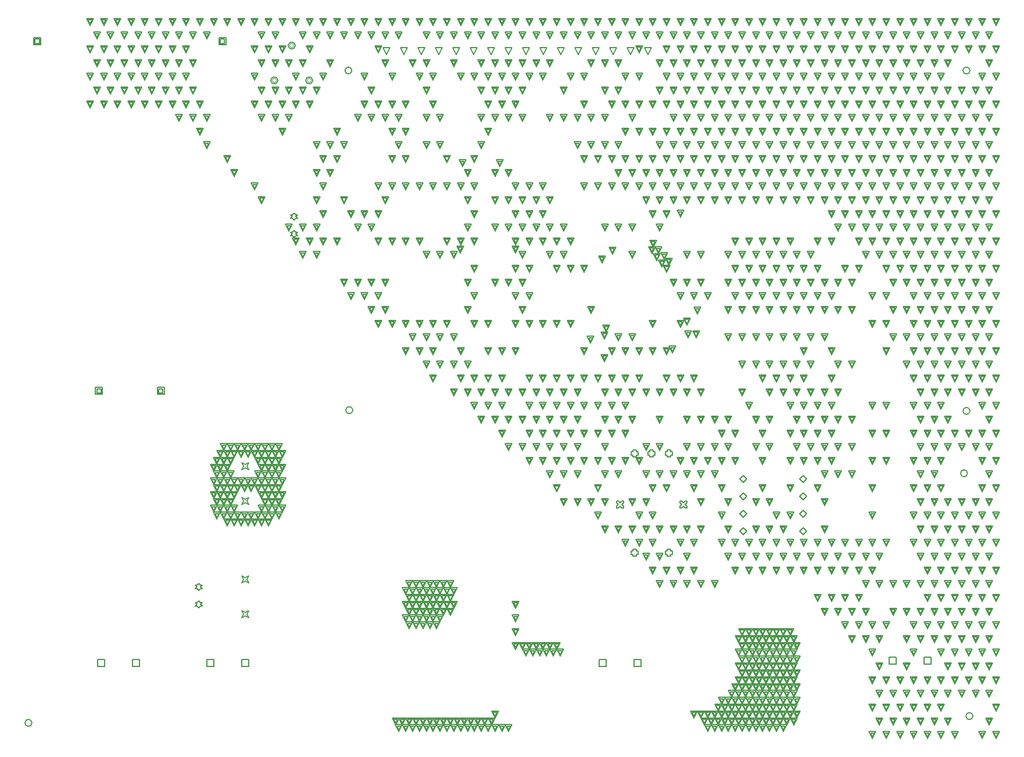
<source format=gbr>
%TF.GenerationSoftware,Altium Limited,Altium Designer,21.3.2 (30)*%
G04 Layer_Color=2752767*
%FSLAX24Y24*%
%MOIN*%
%TF.SameCoordinates,B2232A1B-76E2-43D3-9B88-882A457EFEF9*%
%TF.FilePolarity,Positive*%
%TF.FileFunction,Drawing*%
%TF.Part,Single*%
G01*
G75*
%TA.AperFunction,NonConductor*%
%ADD63C,0.0040*%
%ADD64C,0.0050*%
%ADD130C,0.0067*%
D63*
X17210Y37930D02*
G03*
X17210Y37930I-120J0D01*
G01*
X16210Y39930D02*
G03*
X16210Y39930I-120J0D01*
G01*
X15210Y37930D02*
G03*
X15210Y37930I-120J0D01*
G01*
D64*
X13240Y4280D02*
Y4680D01*
X13640D01*
Y4280D01*
X13240D01*
X11240D02*
Y4680D01*
X11640D01*
Y4280D01*
X11240D01*
X36540Y39400D02*
X36340Y39800D01*
X36740D01*
X36540Y39400D01*
X35540D02*
X35340Y39800D01*
X35740D01*
X35540Y39400D01*
X34540D02*
X34340Y39800D01*
X34740D01*
X34540Y39400D01*
X33540D02*
X33340Y39800D01*
X33740D01*
X33540Y39400D01*
X32540D02*
X32340Y39800D01*
X32740D01*
X32540Y39400D01*
X31540D02*
X31340Y39800D01*
X31740D01*
X31540Y39400D01*
X30540D02*
X30340Y39800D01*
X30740D01*
X30540Y39400D01*
X29540D02*
X29340Y39800D01*
X29740D01*
X29540Y39400D01*
X28540D02*
X28340Y39800D01*
X28740D01*
X28540Y39400D01*
X27540D02*
X27340Y39800D01*
X27740D01*
X27540Y39400D01*
X26540D02*
X26340Y39800D01*
X26740D01*
X26540Y39400D01*
X25540D02*
X25340Y39800D01*
X25740D01*
X25540Y39400D01*
X24540D02*
X24340Y39800D01*
X24740D01*
X24540Y39400D01*
X23540D02*
X23340Y39800D01*
X23740D01*
X23540Y39400D01*
X22540D02*
X22340Y39800D01*
X22740D01*
X22540Y39400D01*
X21540D02*
X21340Y39800D01*
X21740D01*
X21540Y39400D01*
X16240Y28910D02*
X16340Y29010D01*
X16440D01*
X16340Y29110D01*
X16440Y29210D01*
X16340D01*
X16240Y29310D01*
X16140Y29210D01*
X16040D01*
X16140Y29110D01*
X16040Y29010D01*
X16140D01*
X16240Y28910D01*
Y29910D02*
X16340Y30010D01*
X16440D01*
X16340Y30110D01*
X16440Y30210D01*
X16340D01*
X16240Y30310D01*
X16140Y30210D01*
X16040D01*
X16140Y30110D01*
X16040Y30010D01*
X16140D01*
X16240Y29910D01*
X13240Y15570D02*
X13340Y15770D01*
X13240Y15970D01*
X13440Y15870D01*
X13640Y15970D01*
X13540Y15770D01*
X13640Y15570D01*
X13440Y15670D01*
X13240Y15570D01*
Y7070D02*
X13340Y7270D01*
X13240Y7470D01*
X13440Y7370D01*
X13640Y7470D01*
X13540Y7270D01*
X13640Y7070D01*
X13440Y7170D01*
X13240Y7070D01*
Y9070D02*
X13340Y9270D01*
X13240Y9470D01*
X13440Y9370D01*
X13640Y9470D01*
X13540Y9270D01*
X13640Y9070D01*
X13440Y9170D01*
X13240Y9070D01*
Y13570D02*
X13340Y13770D01*
X13240Y13970D01*
X13440Y13870D01*
X13640Y13970D01*
X13540Y13770D01*
X13640Y13570D01*
X13440Y13670D01*
X13240Y13570D01*
X10750Y7640D02*
X10850Y7740D01*
X10950D01*
X10850Y7840D01*
X10950Y7940D01*
X10850D01*
X10750Y8040D01*
X10650Y7940D01*
X10550D01*
X10650Y7840D01*
X10550Y7740D01*
X10650D01*
X10750Y7640D01*
Y8640D02*
X10850Y8740D01*
X10950D01*
X10850Y8840D01*
X10950Y8940D01*
X10850D01*
X10750Y9040D01*
X10650Y8940D01*
X10550D01*
X10650Y8840D01*
X10550Y8740D01*
X10650D01*
X10750Y8640D01*
X35656Y10714D02*
Y10614D01*
X35856D01*
Y10714D01*
X35956D01*
Y10914D01*
X35856D01*
Y11014D01*
X35656D01*
Y10914D01*
X35556D01*
Y10714D01*
X35656D01*
X37624D02*
Y10614D01*
X37824D01*
Y10714D01*
X37924D01*
Y10914D01*
X37824D01*
Y11014D01*
X37624D01*
Y10914D01*
X37524D01*
Y10714D01*
X37624D01*
X35656Y16423D02*
Y16323D01*
X35856D01*
Y16423D01*
X35956D01*
Y16623D01*
X35856D01*
Y16723D01*
X35656D01*
Y16623D01*
X35556D01*
Y16423D01*
X35656D01*
X36640D02*
Y16323D01*
X36840D01*
Y16423D01*
X36940D01*
Y16623D01*
X36840D01*
Y16723D01*
X36640D01*
Y16623D01*
X36540D01*
Y16423D01*
X36640D01*
X37624D02*
Y16323D01*
X37824D01*
Y16423D01*
X37924D01*
Y16623D01*
X37824D01*
Y16723D01*
X37624D01*
Y16623D01*
X37524D01*
Y16423D01*
X37624D01*
X34709Y13370D02*
X34809D01*
X34909Y13470D01*
X35009Y13370D01*
X35109D01*
Y13470D01*
X35009Y13570D01*
X35109Y13670D01*
Y13770D01*
X35009D01*
X34909Y13670D01*
X34809Y13770D01*
X34709D01*
Y13670D01*
X34809Y13570D01*
X34709Y13470D01*
Y13370D01*
X38371D02*
X38471D01*
X38571Y13470D01*
X38671Y13370D01*
X38771D01*
Y13470D01*
X38671Y13570D01*
X38771Y13670D01*
Y13770D01*
X38671D01*
X38571Y13670D01*
X38471Y13770D01*
X38371D01*
Y13670D01*
X38471Y13570D01*
X38371Y13470D01*
Y13370D01*
X41800Y15040D02*
X42000Y15240D01*
X42200Y15040D01*
X42000Y14840D01*
X41800Y15040D01*
Y14040D02*
X42000Y14240D01*
X42200Y14040D01*
X42000Y13840D01*
X41800Y14040D01*
Y13040D02*
X42000Y13240D01*
X42200Y13040D01*
X42000Y12840D01*
X41800Y13040D01*
Y12040D02*
X42000Y12240D01*
X42200Y12040D01*
X42000Y11840D01*
X41800Y12040D01*
X45210Y15040D02*
X45410Y15240D01*
X45610Y15040D01*
X45410Y14840D01*
X45210Y15040D01*
Y14040D02*
X45410Y14240D01*
X45610Y14040D01*
X45410Y13840D01*
X45210Y14040D01*
Y13040D02*
X45410Y13240D01*
X45610Y13040D01*
X45410Y12840D01*
X45210Y13040D01*
Y12040D02*
X45410Y12240D01*
X45610Y12040D01*
X45410Y11840D01*
X45210Y12040D01*
X52350Y4420D02*
Y4820D01*
X52750D01*
Y4420D01*
X52350D01*
X50350D02*
Y4820D01*
X50750D01*
Y4420D01*
X50350D01*
X33720Y4280D02*
Y4680D01*
X34120D01*
Y4280D01*
X33720D01*
X35720D02*
Y4680D01*
X36120D01*
Y4280D01*
X35720D01*
X4950D02*
Y4680D01*
X5350D01*
Y4280D01*
X4950D01*
X6950D02*
Y4680D01*
X7350D01*
Y4280D01*
X6950D01*
X8377Y19901D02*
Y20301D01*
X8777D01*
Y19901D01*
X8377D01*
X8457Y19981D02*
Y20221D01*
X8697D01*
Y19981D01*
X8457D01*
X4833Y19901D02*
Y20301D01*
X5233D01*
Y19901D01*
X4833D01*
X4913Y19981D02*
Y20221D01*
X5153D01*
Y19981D01*
X4913D01*
X1290Y39980D02*
Y40380D01*
X1690D01*
Y39980D01*
X1290D01*
X1370Y40060D02*
Y40300D01*
X1610D01*
Y40060D01*
X1370D01*
X11920Y39980D02*
Y40380D01*
X12320D01*
Y39980D01*
X11920D01*
X12000Y40060D02*
Y40300D01*
X12240D01*
Y40060D01*
X12000D01*
X36809Y28356D02*
X36609Y28756D01*
X37009D01*
X36809Y28356D01*
Y28436D02*
X36689Y28676D01*
X36929D01*
X36809Y28436D01*
X37030Y27580D02*
X36830Y27980D01*
X37230D01*
X37030Y27580D01*
Y27660D02*
X36910Y27900D01*
X37150D01*
X37030Y27660D01*
X37112Y27973D02*
X36912Y28373D01*
X37312D01*
X37112Y27973D01*
Y28053D02*
X36992Y28293D01*
X37232D01*
X37112Y28053D01*
X36746Y27994D02*
X36546Y28394D01*
X36946D01*
X36746Y27994D01*
Y28074D02*
X36626Y28314D01*
X36866D01*
X36746Y28074D01*
X38379Y30071D02*
X38179Y30471D01*
X38579D01*
X38379Y30071D01*
Y30151D02*
X38259Y30391D01*
X38499D01*
X38379Y30151D01*
X37456Y27634D02*
X37256Y28034D01*
X37656D01*
X37456Y27634D01*
Y27714D02*
X37336Y27954D01*
X37576D01*
X37456Y27714D01*
X37714Y27326D02*
X37514Y27726D01*
X37914D01*
X37714Y27326D01*
Y27406D02*
X37594Y27646D01*
X37834D01*
X37714Y27406D01*
X34140Y23480D02*
X33940Y23880D01*
X34340D01*
X34140Y23480D01*
Y23560D02*
X34020Y23800D01*
X34260D01*
X34140Y23560D01*
X33884Y27454D02*
X33684Y27854D01*
X34084D01*
X33884Y27454D01*
Y27534D02*
X33764Y27774D01*
X34004D01*
X33884Y27534D01*
X56489Y41086D02*
X56289Y41486D01*
X56689D01*
X56489Y41086D01*
Y41166D02*
X56369Y41406D01*
X56609D01*
X56489Y41166D01*
X56096Y40299D02*
X55896Y40699D01*
X56296D01*
X56096Y40299D01*
Y40379D02*
X55976Y40619D01*
X56216D01*
X56096Y40379D01*
X56489Y39511D02*
X56289Y39911D01*
X56689D01*
X56489Y39511D01*
Y39591D02*
X56369Y39831D01*
X56609D01*
X56489Y39591D01*
X56096Y38724D02*
X55896Y39124D01*
X56296D01*
X56096Y38724D01*
Y38804D02*
X55976Y39044D01*
X56216D01*
X56096Y38804D01*
X56489Y37937D02*
X56289Y38337D01*
X56689D01*
X56489Y37937D01*
Y38017D02*
X56369Y38257D01*
X56609D01*
X56489Y38017D01*
X56096Y37149D02*
X55896Y37549D01*
X56296D01*
X56096Y37149D01*
Y37229D02*
X55976Y37469D01*
X56216D01*
X56096Y37229D01*
X56489Y36362D02*
X56289Y36762D01*
X56689D01*
X56489Y36362D01*
Y36442D02*
X56369Y36682D01*
X56609D01*
X56489Y36442D01*
X56096Y35574D02*
X55896Y35974D01*
X56296D01*
X56096Y35574D01*
Y35654D02*
X55976Y35894D01*
X56216D01*
X56096Y35654D01*
X56489Y34787D02*
X56289Y35187D01*
X56689D01*
X56489Y34787D01*
Y34867D02*
X56369Y35107D01*
X56609D01*
X56489Y34867D01*
X56096Y34000D02*
X55896Y34400D01*
X56296D01*
X56096Y34000D01*
Y34080D02*
X55976Y34320D01*
X56216D01*
X56096Y34080D01*
X56489Y33212D02*
X56289Y33612D01*
X56689D01*
X56489Y33212D01*
Y33292D02*
X56369Y33532D01*
X56609D01*
X56489Y33292D01*
X56096Y32425D02*
X55896Y32825D01*
X56296D01*
X56096Y32425D01*
Y32505D02*
X55976Y32745D01*
X56216D01*
X56096Y32505D01*
X56489Y31637D02*
X56289Y32037D01*
X56689D01*
X56489Y31637D01*
Y31717D02*
X56369Y31957D01*
X56609D01*
X56489Y31717D01*
X56096Y30850D02*
X55896Y31250D01*
X56296D01*
X56096Y30850D01*
Y30930D02*
X55976Y31170D01*
X56216D01*
X56096Y30930D01*
X56489Y30063D02*
X56289Y30463D01*
X56689D01*
X56489Y30063D01*
Y30143D02*
X56369Y30383D01*
X56609D01*
X56489Y30143D01*
X56096Y29275D02*
X55896Y29675D01*
X56296D01*
X56096Y29275D01*
Y29355D02*
X55976Y29595D01*
X56216D01*
X56096Y29355D01*
X56489Y28488D02*
X56289Y28888D01*
X56689D01*
X56489Y28488D01*
Y28568D02*
X56369Y28808D01*
X56609D01*
X56489Y28568D01*
X56096Y27700D02*
X55896Y28100D01*
X56296D01*
X56096Y27700D01*
Y27780D02*
X55976Y28020D01*
X56216D01*
X56096Y27780D01*
X56489Y26913D02*
X56289Y27313D01*
X56689D01*
X56489Y26913D01*
Y26993D02*
X56369Y27233D01*
X56609D01*
X56489Y26993D01*
X56096Y26126D02*
X55896Y26526D01*
X56296D01*
X56096Y26126D01*
Y26206D02*
X55976Y26446D01*
X56216D01*
X56096Y26206D01*
X56489Y25338D02*
X56289Y25738D01*
X56689D01*
X56489Y25338D01*
Y25418D02*
X56369Y25658D01*
X56609D01*
X56489Y25418D01*
X56096Y24551D02*
X55896Y24951D01*
X56296D01*
X56096Y24551D01*
Y24631D02*
X55976Y24871D01*
X56216D01*
X56096Y24631D01*
X56489Y23763D02*
X56289Y24163D01*
X56689D01*
X56489Y23763D01*
Y23843D02*
X56369Y24083D01*
X56609D01*
X56489Y23843D01*
X56096Y22976D02*
X55896Y23376D01*
X56296D01*
X56096Y22976D01*
Y23056D02*
X55976Y23296D01*
X56216D01*
X56096Y23056D01*
X56489Y22189D02*
X56289Y22589D01*
X56689D01*
X56489Y22189D01*
Y22269D02*
X56369Y22509D01*
X56609D01*
X56489Y22269D01*
X56096Y21401D02*
X55896Y21801D01*
X56296D01*
X56096Y21401D01*
Y21481D02*
X55976Y21721D01*
X56216D01*
X56096Y21481D01*
X56489Y20614D02*
X56289Y21014D01*
X56689D01*
X56489Y20614D01*
Y20694D02*
X56369Y20934D01*
X56609D01*
X56489Y20694D01*
X56096Y19826D02*
X55896Y20226D01*
X56296D01*
X56096Y19826D01*
Y19906D02*
X55976Y20146D01*
X56216D01*
X56096Y19906D01*
X56489Y19039D02*
X56289Y19439D01*
X56689D01*
X56489Y19039D01*
Y19119D02*
X56369Y19359D01*
X56609D01*
X56489Y19119D01*
X56096Y18252D02*
X55896Y18652D01*
X56296D01*
X56096Y18252D01*
Y18332D02*
X55976Y18572D01*
X56216D01*
X56096Y18332D01*
X56489Y17464D02*
X56289Y17864D01*
X56689D01*
X56489Y17464D01*
Y17544D02*
X56369Y17784D01*
X56609D01*
X56489Y17544D01*
X56096Y16677D02*
X55896Y17077D01*
X56296D01*
X56096Y16677D01*
Y16757D02*
X55976Y16997D01*
X56216D01*
X56096Y16757D01*
X56489Y15889D02*
X56289Y16289D01*
X56689D01*
X56489Y15889D01*
Y15969D02*
X56369Y16209D01*
X56609D01*
X56489Y15969D01*
X56096Y15102D02*
X55896Y15502D01*
X56296D01*
X56096Y15102D01*
Y15182D02*
X55976Y15422D01*
X56216D01*
X56096Y15182D01*
X56489Y14315D02*
X56289Y14715D01*
X56689D01*
X56489Y14315D01*
Y14395D02*
X56369Y14635D01*
X56609D01*
X56489Y14395D01*
X56096Y13527D02*
X55896Y13927D01*
X56296D01*
X56096Y13527D01*
Y13607D02*
X55976Y13847D01*
X56216D01*
X56096Y13607D01*
X56489Y12740D02*
X56289Y13140D01*
X56689D01*
X56489Y12740D01*
Y12820D02*
X56369Y13060D01*
X56609D01*
X56489Y12820D01*
X56096Y11952D02*
X55896Y12352D01*
X56296D01*
X56096Y11952D01*
Y12032D02*
X55976Y12272D01*
X56216D01*
X56096Y12032D01*
X56489Y11165D02*
X56289Y11565D01*
X56689D01*
X56489Y11165D01*
Y11245D02*
X56369Y11485D01*
X56609D01*
X56489Y11245D01*
X56096Y10378D02*
X55896Y10777D01*
X56296D01*
X56096Y10378D01*
Y10458D02*
X55976Y10697D01*
X56216D01*
X56096Y10458D01*
X56489Y9590D02*
X56289Y9990D01*
X56689D01*
X56489Y9590D01*
Y9670D02*
X56369Y9910D01*
X56609D01*
X56489Y9670D01*
X56096Y8803D02*
X55896Y9203D01*
X56296D01*
X56096Y8803D01*
Y8883D02*
X55976Y9123D01*
X56216D01*
X56096Y8883D01*
X56489Y8015D02*
X56289Y8415D01*
X56689D01*
X56489Y8015D01*
Y8095D02*
X56369Y8335D01*
X56609D01*
X56489Y8095D01*
X56096Y7228D02*
X55896Y7628D01*
X56296D01*
X56096Y7228D01*
Y7308D02*
X55976Y7548D01*
X56216D01*
X56096Y7308D01*
X56489Y6440D02*
X56289Y6840D01*
X56689D01*
X56489Y6440D01*
Y6520D02*
X56369Y6760D01*
X56609D01*
X56489Y6520D01*
X56096Y5653D02*
X55896Y6053D01*
X56296D01*
X56096Y5653D01*
Y5733D02*
X55976Y5973D01*
X56216D01*
X56096Y5733D01*
X56489Y4866D02*
X56289Y5266D01*
X56689D01*
X56489Y4866D01*
Y4946D02*
X56369Y5186D01*
X56609D01*
X56489Y4946D01*
X56096Y4078D02*
X55896Y4478D01*
X56296D01*
X56096Y4078D01*
Y4158D02*
X55976Y4398D01*
X56216D01*
X56096Y4158D01*
X56489Y3291D02*
X56289Y3691D01*
X56689D01*
X56489Y3291D01*
Y3371D02*
X56369Y3611D01*
X56609D01*
X56489Y3371D01*
X56096Y2503D02*
X55896Y2903D01*
X56296D01*
X56096Y2503D01*
Y2583D02*
X55976Y2823D01*
X56216D01*
X56096Y2583D01*
X56489Y1716D02*
X56289Y2116D01*
X56689D01*
X56489Y1716D01*
Y1796D02*
X56369Y2036D01*
X56609D01*
X56489Y1796D01*
X56096Y929D02*
X55896Y1329D01*
X56296D01*
X56096Y929D01*
Y1009D02*
X55976Y1249D01*
X56216D01*
X56096Y1009D01*
X56489Y141D02*
X56289Y541D01*
X56689D01*
X56489Y141D01*
Y221D02*
X56369Y461D01*
X56609D01*
X56489Y221D01*
X55702Y41086D02*
X55502Y41486D01*
X55902D01*
X55702Y41086D01*
Y41166D02*
X55582Y41406D01*
X55822D01*
X55702Y41166D01*
X55308Y40299D02*
X55108Y40699D01*
X55508D01*
X55308Y40299D01*
Y40379D02*
X55188Y40619D01*
X55428D01*
X55308Y40379D01*
X55702Y39511D02*
X55502Y39911D01*
X55902D01*
X55702Y39511D01*
Y39591D02*
X55582Y39831D01*
X55822D01*
X55702Y39591D01*
Y37937D02*
X55502Y38337D01*
X55902D01*
X55702Y37937D01*
Y38017D02*
X55582Y38257D01*
X55822D01*
X55702Y38017D01*
X55308Y37149D02*
X55108Y37549D01*
X55508D01*
X55308Y37149D01*
Y37229D02*
X55188Y37469D01*
X55428D01*
X55308Y37229D01*
X55702Y36362D02*
X55502Y36762D01*
X55902D01*
X55702Y36362D01*
Y36442D02*
X55582Y36682D01*
X55822D01*
X55702Y36442D01*
X55308Y35574D02*
X55108Y35974D01*
X55508D01*
X55308Y35574D01*
Y35654D02*
X55188Y35894D01*
X55428D01*
X55308Y35654D01*
X55702Y34787D02*
X55502Y35187D01*
X55902D01*
X55702Y34787D01*
Y34867D02*
X55582Y35107D01*
X55822D01*
X55702Y34867D01*
X55308Y34000D02*
X55108Y34400D01*
X55508D01*
X55308Y34000D01*
Y34080D02*
X55188Y34320D01*
X55428D01*
X55308Y34080D01*
X55702Y33212D02*
X55502Y33612D01*
X55902D01*
X55702Y33212D01*
Y33292D02*
X55582Y33532D01*
X55822D01*
X55702Y33292D01*
X55308Y32425D02*
X55108Y32825D01*
X55508D01*
X55308Y32425D01*
Y32505D02*
X55188Y32745D01*
X55428D01*
X55308Y32505D01*
X55702Y31637D02*
X55502Y32037D01*
X55902D01*
X55702Y31637D01*
Y31717D02*
X55582Y31957D01*
X55822D01*
X55702Y31717D01*
X55308Y30850D02*
X55108Y31250D01*
X55508D01*
X55308Y30850D01*
Y30930D02*
X55188Y31170D01*
X55428D01*
X55308Y30930D01*
X55702Y30063D02*
X55502Y30463D01*
X55902D01*
X55702Y30063D01*
Y30143D02*
X55582Y30383D01*
X55822D01*
X55702Y30143D01*
X55308Y29275D02*
X55108Y29675D01*
X55508D01*
X55308Y29275D01*
Y29355D02*
X55188Y29595D01*
X55428D01*
X55308Y29355D01*
X55702Y28488D02*
X55502Y28888D01*
X55902D01*
X55702Y28488D01*
Y28568D02*
X55582Y28808D01*
X55822D01*
X55702Y28568D01*
X55308Y27700D02*
X55108Y28100D01*
X55508D01*
X55308Y27700D01*
Y27780D02*
X55188Y28020D01*
X55428D01*
X55308Y27780D01*
X55702Y26913D02*
X55502Y27313D01*
X55902D01*
X55702Y26913D01*
Y26993D02*
X55582Y27233D01*
X55822D01*
X55702Y26993D01*
X55308Y26126D02*
X55108Y26526D01*
X55508D01*
X55308Y26126D01*
Y26206D02*
X55188Y26446D01*
X55428D01*
X55308Y26206D01*
X55702Y25338D02*
X55502Y25738D01*
X55902D01*
X55702Y25338D01*
Y25418D02*
X55582Y25658D01*
X55822D01*
X55702Y25418D01*
X55308Y24551D02*
X55108Y24951D01*
X55508D01*
X55308Y24551D01*
Y24631D02*
X55188Y24871D01*
X55428D01*
X55308Y24631D01*
X55702Y23763D02*
X55502Y24163D01*
X55902D01*
X55702Y23763D01*
Y23843D02*
X55582Y24083D01*
X55822D01*
X55702Y23843D01*
X55308Y22976D02*
X55108Y23376D01*
X55508D01*
X55308Y22976D01*
Y23056D02*
X55188Y23296D01*
X55428D01*
X55308Y23056D01*
X55702Y22189D02*
X55502Y22589D01*
X55902D01*
X55702Y22189D01*
Y22269D02*
X55582Y22509D01*
X55822D01*
X55702Y22269D01*
X55308Y21401D02*
X55108Y21801D01*
X55508D01*
X55308Y21401D01*
Y21481D02*
X55188Y21721D01*
X55428D01*
X55308Y21481D01*
X55702Y20614D02*
X55502Y21014D01*
X55902D01*
X55702Y20614D01*
Y20694D02*
X55582Y20934D01*
X55822D01*
X55702Y20694D01*
X55308Y19826D02*
X55108Y20226D01*
X55508D01*
X55308Y19826D01*
Y19906D02*
X55188Y20146D01*
X55428D01*
X55308Y19906D01*
X55702Y19039D02*
X55502Y19439D01*
X55902D01*
X55702Y19039D01*
Y19119D02*
X55582Y19359D01*
X55822D01*
X55702Y19119D01*
Y17464D02*
X55502Y17864D01*
X55902D01*
X55702Y17464D01*
Y17544D02*
X55582Y17784D01*
X55822D01*
X55702Y17544D01*
X55308Y16677D02*
X55108Y17077D01*
X55508D01*
X55308Y16677D01*
Y16757D02*
X55188Y16997D01*
X55428D01*
X55308Y16757D01*
X55702Y15889D02*
X55502Y16289D01*
X55902D01*
X55702Y15889D01*
Y15969D02*
X55582Y16209D01*
X55822D01*
X55702Y15969D01*
Y14315D02*
X55502Y14715D01*
X55902D01*
X55702Y14315D01*
Y14395D02*
X55582Y14635D01*
X55822D01*
X55702Y14395D01*
X55308Y13527D02*
X55108Y13927D01*
X55508D01*
X55308Y13527D01*
Y13607D02*
X55188Y13847D01*
X55428D01*
X55308Y13607D01*
X55702Y12740D02*
X55502Y13140D01*
X55902D01*
X55702Y12740D01*
Y12820D02*
X55582Y13060D01*
X55822D01*
X55702Y12820D01*
X55308Y11952D02*
X55108Y12352D01*
X55508D01*
X55308Y11952D01*
Y12032D02*
X55188Y12272D01*
X55428D01*
X55308Y12032D01*
X55702Y11165D02*
X55502Y11565D01*
X55902D01*
X55702Y11165D01*
Y11245D02*
X55582Y11485D01*
X55822D01*
X55702Y11245D01*
X55308Y10378D02*
X55108Y10777D01*
X55508D01*
X55308Y10378D01*
Y10458D02*
X55188Y10697D01*
X55428D01*
X55308Y10458D01*
X55702Y9590D02*
X55502Y9990D01*
X55902D01*
X55702Y9590D01*
Y9670D02*
X55582Y9910D01*
X55822D01*
X55702Y9670D01*
X55308Y8803D02*
X55108Y9203D01*
X55508D01*
X55308Y8803D01*
Y8883D02*
X55188Y9123D01*
X55428D01*
X55308Y8883D01*
X55702Y8015D02*
X55502Y8415D01*
X55902D01*
X55702Y8015D01*
Y8095D02*
X55582Y8335D01*
X55822D01*
X55702Y8095D01*
X55308Y7228D02*
X55108Y7628D01*
X55508D01*
X55308Y7228D01*
Y7308D02*
X55188Y7548D01*
X55428D01*
X55308Y7308D01*
X55702Y6440D02*
X55502Y6840D01*
X55902D01*
X55702Y6440D01*
Y6520D02*
X55582Y6760D01*
X55822D01*
X55702Y6520D01*
X55308Y5653D02*
X55108Y6053D01*
X55508D01*
X55308Y5653D01*
Y5733D02*
X55188Y5973D01*
X55428D01*
X55308Y5733D01*
X55702Y4866D02*
X55502Y5266D01*
X55902D01*
X55702Y4866D01*
Y4946D02*
X55582Y5186D01*
X55822D01*
X55702Y4946D01*
X55308Y4078D02*
X55108Y4478D01*
X55508D01*
X55308Y4078D01*
Y4158D02*
X55188Y4398D01*
X55428D01*
X55308Y4158D01*
X55702Y3291D02*
X55502Y3691D01*
X55902D01*
X55702Y3291D01*
Y3371D02*
X55582Y3611D01*
X55822D01*
X55702Y3371D01*
X55308Y2503D02*
X55108Y2903D01*
X55508D01*
X55308Y2503D01*
Y2583D02*
X55188Y2823D01*
X55428D01*
X55308Y2583D01*
X55702Y141D02*
X55502Y541D01*
X55902D01*
X55702Y141D01*
Y221D02*
X55582Y461D01*
X55822D01*
X55702Y221D01*
X54915Y41086D02*
X54715Y41486D01*
X55115D01*
X54915Y41086D01*
Y41166D02*
X54795Y41406D01*
X55035D01*
X54915Y41166D01*
X54521Y40299D02*
X54321Y40699D01*
X54721D01*
X54521Y40299D01*
Y40379D02*
X54401Y40619D01*
X54641D01*
X54521Y40379D01*
X54915Y39511D02*
X54715Y39911D01*
X55115D01*
X54915Y39511D01*
Y39591D02*
X54795Y39831D01*
X55035D01*
X54915Y39591D01*
X54521Y37149D02*
X54321Y37549D01*
X54721D01*
X54521Y37149D01*
Y37229D02*
X54401Y37469D01*
X54641D01*
X54521Y37229D01*
X54915Y36362D02*
X54715Y36762D01*
X55115D01*
X54915Y36362D01*
Y36442D02*
X54795Y36682D01*
X55035D01*
X54915Y36442D01*
X54521Y35574D02*
X54321Y35974D01*
X54721D01*
X54521Y35574D01*
Y35654D02*
X54401Y35894D01*
X54641D01*
X54521Y35654D01*
X54915Y34787D02*
X54715Y35187D01*
X55115D01*
X54915Y34787D01*
Y34867D02*
X54795Y35107D01*
X55035D01*
X54915Y34867D01*
X54521Y34000D02*
X54321Y34400D01*
X54721D01*
X54521Y34000D01*
Y34080D02*
X54401Y34320D01*
X54641D01*
X54521Y34080D01*
X54915Y33212D02*
X54715Y33612D01*
X55115D01*
X54915Y33212D01*
Y33292D02*
X54795Y33532D01*
X55035D01*
X54915Y33292D01*
X54521Y32425D02*
X54321Y32825D01*
X54721D01*
X54521Y32425D01*
Y32505D02*
X54401Y32745D01*
X54641D01*
X54521Y32505D01*
X54915Y31637D02*
X54715Y32037D01*
X55115D01*
X54915Y31637D01*
Y31717D02*
X54795Y31957D01*
X55035D01*
X54915Y31717D01*
X54521Y30850D02*
X54321Y31250D01*
X54721D01*
X54521Y30850D01*
Y30930D02*
X54401Y31170D01*
X54641D01*
X54521Y30930D01*
X54915Y30063D02*
X54715Y30463D01*
X55115D01*
X54915Y30063D01*
Y30143D02*
X54795Y30383D01*
X55035D01*
X54915Y30143D01*
X54521Y29275D02*
X54321Y29675D01*
X54721D01*
X54521Y29275D01*
Y29355D02*
X54401Y29595D01*
X54641D01*
X54521Y29355D01*
X54915Y28488D02*
X54715Y28888D01*
X55115D01*
X54915Y28488D01*
Y28568D02*
X54795Y28808D01*
X55035D01*
X54915Y28568D01*
X54521Y27700D02*
X54321Y28100D01*
X54721D01*
X54521Y27700D01*
Y27780D02*
X54401Y28020D01*
X54641D01*
X54521Y27780D01*
X54915Y26913D02*
X54715Y27313D01*
X55115D01*
X54915Y26913D01*
Y26993D02*
X54795Y27233D01*
X55035D01*
X54915Y26993D01*
X54521Y26126D02*
X54321Y26526D01*
X54721D01*
X54521Y26126D01*
Y26206D02*
X54401Y26446D01*
X54641D01*
X54521Y26206D01*
X54915Y25338D02*
X54715Y25738D01*
X55115D01*
X54915Y25338D01*
Y25418D02*
X54795Y25658D01*
X55035D01*
X54915Y25418D01*
X54521Y24551D02*
X54321Y24951D01*
X54721D01*
X54521Y24551D01*
Y24631D02*
X54401Y24871D01*
X54641D01*
X54521Y24631D01*
X54915Y23763D02*
X54715Y24163D01*
X55115D01*
X54915Y23763D01*
Y23843D02*
X54795Y24083D01*
X55035D01*
X54915Y23843D01*
X54521Y22976D02*
X54321Y23376D01*
X54721D01*
X54521Y22976D01*
Y23056D02*
X54401Y23296D01*
X54641D01*
X54521Y23056D01*
X54915Y22189D02*
X54715Y22589D01*
X55115D01*
X54915Y22189D01*
Y22269D02*
X54795Y22509D01*
X55035D01*
X54915Y22269D01*
X54521Y21401D02*
X54321Y21801D01*
X54721D01*
X54521Y21401D01*
Y21481D02*
X54401Y21721D01*
X54641D01*
X54521Y21481D01*
X54915Y20614D02*
X54715Y21014D01*
X55115D01*
X54915Y20614D01*
Y20694D02*
X54795Y20934D01*
X55035D01*
X54915Y20694D01*
X54521Y19826D02*
X54321Y20226D01*
X54721D01*
X54521Y19826D01*
Y19906D02*
X54401Y20146D01*
X54641D01*
X54521Y19906D01*
X54915Y17464D02*
X54715Y17864D01*
X55115D01*
X54915Y17464D01*
Y17544D02*
X54795Y17784D01*
X55035D01*
X54915Y17544D01*
X54521Y16677D02*
X54321Y17077D01*
X54721D01*
X54521Y16677D01*
Y16757D02*
X54401Y16997D01*
X54641D01*
X54521Y16757D01*
Y13527D02*
X54321Y13927D01*
X54721D01*
X54521Y13527D01*
Y13607D02*
X54401Y13847D01*
X54641D01*
X54521Y13607D01*
X54915Y12740D02*
X54715Y13140D01*
X55115D01*
X54915Y12740D01*
Y12820D02*
X54795Y13060D01*
X55035D01*
X54915Y12820D01*
X54521Y11952D02*
X54321Y12352D01*
X54721D01*
X54521Y11952D01*
Y12032D02*
X54401Y12272D01*
X54641D01*
X54521Y12032D01*
X54915Y11165D02*
X54715Y11565D01*
X55115D01*
X54915Y11165D01*
Y11245D02*
X54795Y11485D01*
X55035D01*
X54915Y11245D01*
X54521Y10378D02*
X54321Y10777D01*
X54721D01*
X54521Y10378D01*
Y10458D02*
X54401Y10697D01*
X54641D01*
X54521Y10458D01*
X54915Y9590D02*
X54715Y9990D01*
X55115D01*
X54915Y9590D01*
Y9670D02*
X54795Y9910D01*
X55035D01*
X54915Y9670D01*
X54521Y8803D02*
X54321Y9203D01*
X54721D01*
X54521Y8803D01*
Y8883D02*
X54401Y9123D01*
X54641D01*
X54521Y8883D01*
X54915Y8015D02*
X54715Y8415D01*
X55115D01*
X54915Y8015D01*
Y8095D02*
X54795Y8335D01*
X55035D01*
X54915Y8095D01*
X54521Y7228D02*
X54321Y7628D01*
X54721D01*
X54521Y7228D01*
Y7308D02*
X54401Y7548D01*
X54641D01*
X54521Y7308D01*
X54915Y6440D02*
X54715Y6840D01*
X55115D01*
X54915Y6440D01*
Y6520D02*
X54795Y6760D01*
X55035D01*
X54915Y6520D01*
X54521Y5653D02*
X54321Y6053D01*
X54721D01*
X54521Y5653D01*
Y5733D02*
X54401Y5973D01*
X54641D01*
X54521Y5733D01*
X54915Y4866D02*
X54715Y5266D01*
X55115D01*
X54915Y4866D01*
Y4946D02*
X54795Y5186D01*
X55035D01*
X54915Y4946D01*
X54521Y4078D02*
X54321Y4478D01*
X54721D01*
X54521Y4078D01*
Y4158D02*
X54401Y4398D01*
X54641D01*
X54521Y4158D01*
X54915Y3291D02*
X54715Y3691D01*
X55115D01*
X54915Y3291D01*
Y3371D02*
X54795Y3611D01*
X55035D01*
X54915Y3371D01*
X54521Y2503D02*
X54321Y2903D01*
X54721D01*
X54521Y2503D01*
Y2583D02*
X54401Y2823D01*
X54641D01*
X54521Y2583D01*
X54127Y41086D02*
X53927Y41486D01*
X54327D01*
X54127Y41086D01*
Y41166D02*
X54007Y41406D01*
X54247D01*
X54127Y41166D01*
X53734Y40299D02*
X53534Y40699D01*
X53934D01*
X53734Y40299D01*
Y40379D02*
X53614Y40619D01*
X53854D01*
X53734Y40379D01*
X54127Y39511D02*
X53927Y39911D01*
X54327D01*
X54127Y39511D01*
Y39591D02*
X54007Y39831D01*
X54247D01*
X54127Y39591D01*
X53734Y38724D02*
X53534Y39124D01*
X53934D01*
X53734Y38724D01*
Y38804D02*
X53614Y39044D01*
X53854D01*
X53734Y38804D01*
Y37149D02*
X53534Y37549D01*
X53934D01*
X53734Y37149D01*
Y37229D02*
X53614Y37469D01*
X53854D01*
X53734Y37229D01*
X54127Y36362D02*
X53927Y36762D01*
X54327D01*
X54127Y36362D01*
Y36442D02*
X54007Y36682D01*
X54247D01*
X54127Y36442D01*
X53734Y35574D02*
X53534Y35974D01*
X53934D01*
X53734Y35574D01*
Y35654D02*
X53614Y35894D01*
X53854D01*
X53734Y35654D01*
X54127Y34787D02*
X53927Y35187D01*
X54327D01*
X54127Y34787D01*
Y34867D02*
X54007Y35107D01*
X54247D01*
X54127Y34867D01*
X53734Y34000D02*
X53534Y34400D01*
X53934D01*
X53734Y34000D01*
Y34080D02*
X53614Y34320D01*
X53854D01*
X53734Y34080D01*
X54127Y33212D02*
X53927Y33612D01*
X54327D01*
X54127Y33212D01*
Y33292D02*
X54007Y33532D01*
X54247D01*
X54127Y33292D01*
X53734Y32425D02*
X53534Y32825D01*
X53934D01*
X53734Y32425D01*
Y32505D02*
X53614Y32745D01*
X53854D01*
X53734Y32505D01*
X54127Y31637D02*
X53927Y32037D01*
X54327D01*
X54127Y31637D01*
Y31717D02*
X54007Y31957D01*
X54247D01*
X54127Y31717D01*
X53734Y30850D02*
X53534Y31250D01*
X53934D01*
X53734Y30850D01*
Y30930D02*
X53614Y31170D01*
X53854D01*
X53734Y30930D01*
X54127Y30063D02*
X53927Y30463D01*
X54327D01*
X54127Y30063D01*
Y30143D02*
X54007Y30383D01*
X54247D01*
X54127Y30143D01*
X53734Y29275D02*
X53534Y29675D01*
X53934D01*
X53734Y29275D01*
Y29355D02*
X53614Y29595D01*
X53854D01*
X53734Y29355D01*
X54127Y28488D02*
X53927Y28888D01*
X54327D01*
X54127Y28488D01*
Y28568D02*
X54007Y28808D01*
X54247D01*
X54127Y28568D01*
X53734Y27700D02*
X53534Y28100D01*
X53934D01*
X53734Y27700D01*
Y27780D02*
X53614Y28020D01*
X53854D01*
X53734Y27780D01*
X54127Y26913D02*
X53927Y27313D01*
X54327D01*
X54127Y26913D01*
Y26993D02*
X54007Y27233D01*
X54247D01*
X54127Y26993D01*
X53734Y26126D02*
X53534Y26526D01*
X53934D01*
X53734Y26126D01*
Y26206D02*
X53614Y26446D01*
X53854D01*
X53734Y26206D01*
X54127Y25338D02*
X53927Y25738D01*
X54327D01*
X54127Y25338D01*
Y25418D02*
X54007Y25658D01*
X54247D01*
X54127Y25418D01*
X53734Y24551D02*
X53534Y24951D01*
X53934D01*
X53734Y24551D01*
Y24631D02*
X53614Y24871D01*
X53854D01*
X53734Y24631D01*
X54127Y23763D02*
X53927Y24163D01*
X54327D01*
X54127Y23763D01*
Y23843D02*
X54007Y24083D01*
X54247D01*
X54127Y23843D01*
X53734Y22976D02*
X53534Y23376D01*
X53934D01*
X53734Y22976D01*
Y23056D02*
X53614Y23296D01*
X53854D01*
X53734Y23056D01*
X54127Y22189D02*
X53927Y22589D01*
X54327D01*
X54127Y22189D01*
Y22269D02*
X54007Y22509D01*
X54247D01*
X54127Y22269D01*
X53734Y21401D02*
X53534Y21801D01*
X53934D01*
X53734Y21401D01*
Y21481D02*
X53614Y21721D01*
X53854D01*
X53734Y21481D01*
X54127Y20614D02*
X53927Y21014D01*
X54327D01*
X54127Y20614D01*
Y20694D02*
X54007Y20934D01*
X54247D01*
X54127Y20694D01*
X53734Y19826D02*
X53534Y20226D01*
X53934D01*
X53734Y19826D01*
Y19906D02*
X53614Y20146D01*
X53854D01*
X53734Y19906D01*
Y18252D02*
X53534Y18652D01*
X53934D01*
X53734Y18252D01*
Y18332D02*
X53614Y18572D01*
X53854D01*
X53734Y18332D01*
X54127Y17464D02*
X53927Y17864D01*
X54327D01*
X54127Y17464D01*
Y17544D02*
X54007Y17784D01*
X54247D01*
X54127Y17544D01*
X53734Y16677D02*
X53534Y17077D01*
X53934D01*
X53734Y16677D01*
Y16757D02*
X53614Y16997D01*
X53854D01*
X53734Y16757D01*
Y13527D02*
X53534Y13927D01*
X53934D01*
X53734Y13527D01*
Y13607D02*
X53614Y13847D01*
X53854D01*
X53734Y13607D01*
X54127Y12740D02*
X53927Y13140D01*
X54327D01*
X54127Y12740D01*
Y12820D02*
X54007Y13060D01*
X54247D01*
X54127Y12820D01*
X53734Y11952D02*
X53534Y12352D01*
X53934D01*
X53734Y11952D01*
Y12032D02*
X53614Y12272D01*
X53854D01*
X53734Y12032D01*
X54127Y11165D02*
X53927Y11565D01*
X54327D01*
X54127Y11165D01*
Y11245D02*
X54007Y11485D01*
X54247D01*
X54127Y11245D01*
X53734Y10378D02*
X53534Y10777D01*
X53934D01*
X53734Y10378D01*
Y10458D02*
X53614Y10697D01*
X53854D01*
X53734Y10458D01*
X54127Y9590D02*
X53927Y9990D01*
X54327D01*
X54127Y9590D01*
Y9670D02*
X54007Y9910D01*
X54247D01*
X54127Y9670D01*
X53734Y8803D02*
X53534Y9203D01*
X53934D01*
X53734Y8803D01*
Y8883D02*
X53614Y9123D01*
X53854D01*
X53734Y8883D01*
X54127Y8015D02*
X53927Y8415D01*
X54327D01*
X54127Y8015D01*
Y8095D02*
X54007Y8335D01*
X54247D01*
X54127Y8095D01*
X53734Y7228D02*
X53534Y7628D01*
X53934D01*
X53734Y7228D01*
Y7308D02*
X53614Y7548D01*
X53854D01*
X53734Y7308D01*
X54127Y6440D02*
X53927Y6840D01*
X54327D01*
X54127Y6440D01*
Y6520D02*
X54007Y6760D01*
X54247D01*
X54127Y6520D01*
X53734Y5653D02*
X53534Y6053D01*
X53934D01*
X53734Y5653D01*
Y5733D02*
X53614Y5973D01*
X53854D01*
X53734Y5733D01*
X54127Y4866D02*
X53927Y5266D01*
X54327D01*
X54127Y4866D01*
Y4946D02*
X54007Y5186D01*
X54247D01*
X54127Y4946D01*
X53734Y4078D02*
X53534Y4478D01*
X53934D01*
X53734Y4078D01*
Y4158D02*
X53614Y4398D01*
X53854D01*
X53734Y4158D01*
X54127Y3291D02*
X53927Y3691D01*
X54327D01*
X54127Y3291D01*
Y3371D02*
X54007Y3611D01*
X54247D01*
X54127Y3371D01*
X53734Y2503D02*
X53534Y2903D01*
X53934D01*
X53734Y2503D01*
Y2583D02*
X53614Y2823D01*
X53854D01*
X53734Y2583D01*
Y929D02*
X53534Y1329D01*
X53934D01*
X53734Y929D01*
Y1009D02*
X53614Y1249D01*
X53854D01*
X53734Y1009D01*
X54127Y141D02*
X53927Y541D01*
X54327D01*
X54127Y141D01*
Y221D02*
X54007Y461D01*
X54247D01*
X54127Y221D01*
X53340Y41086D02*
X53140Y41486D01*
X53540D01*
X53340Y41086D01*
Y41166D02*
X53220Y41406D01*
X53460D01*
X53340Y41166D01*
X52946Y40299D02*
X52746Y40699D01*
X53146D01*
X52946Y40299D01*
Y40379D02*
X52826Y40619D01*
X53066D01*
X52946Y40379D01*
X53340Y39511D02*
X53140Y39911D01*
X53540D01*
X53340Y39511D01*
Y39591D02*
X53220Y39831D01*
X53460D01*
X53340Y39591D01*
X52946Y38724D02*
X52746Y39124D01*
X53146D01*
X52946Y38724D01*
Y38804D02*
X52826Y39044D01*
X53066D01*
X52946Y38804D01*
X53340Y37937D02*
X53140Y38337D01*
X53540D01*
X53340Y37937D01*
Y38017D02*
X53220Y38257D01*
X53460D01*
X53340Y38017D01*
X52946Y37149D02*
X52746Y37549D01*
X53146D01*
X52946Y37149D01*
Y37229D02*
X52826Y37469D01*
X53066D01*
X52946Y37229D01*
X53340Y36362D02*
X53140Y36762D01*
X53540D01*
X53340Y36362D01*
Y36442D02*
X53220Y36682D01*
X53460D01*
X53340Y36442D01*
X52946Y35574D02*
X52746Y35974D01*
X53146D01*
X52946Y35574D01*
Y35654D02*
X52826Y35894D01*
X53066D01*
X52946Y35654D01*
X53340Y34787D02*
X53140Y35187D01*
X53540D01*
X53340Y34787D01*
Y34867D02*
X53220Y35107D01*
X53460D01*
X53340Y34867D01*
X52946Y34000D02*
X52746Y34400D01*
X53146D01*
X52946Y34000D01*
Y34080D02*
X52826Y34320D01*
X53066D01*
X52946Y34080D01*
X53340Y33212D02*
X53140Y33612D01*
X53540D01*
X53340Y33212D01*
Y33292D02*
X53220Y33532D01*
X53460D01*
X53340Y33292D01*
X52946Y32425D02*
X52746Y32825D01*
X53146D01*
X52946Y32425D01*
Y32505D02*
X52826Y32745D01*
X53066D01*
X52946Y32505D01*
X53340Y31637D02*
X53140Y32037D01*
X53540D01*
X53340Y31637D01*
Y31717D02*
X53220Y31957D01*
X53460D01*
X53340Y31717D01*
X52946Y30850D02*
X52746Y31250D01*
X53146D01*
X52946Y30850D01*
Y30930D02*
X52826Y31170D01*
X53066D01*
X52946Y30930D01*
X53340Y30063D02*
X53140Y30463D01*
X53540D01*
X53340Y30063D01*
Y30143D02*
X53220Y30383D01*
X53460D01*
X53340Y30143D01*
X52946Y29275D02*
X52746Y29675D01*
X53146D01*
X52946Y29275D01*
Y29355D02*
X52826Y29595D01*
X53066D01*
X52946Y29355D01*
X53340Y28488D02*
X53140Y28888D01*
X53540D01*
X53340Y28488D01*
Y28568D02*
X53220Y28808D01*
X53460D01*
X53340Y28568D01*
X52946Y27700D02*
X52746Y28100D01*
X53146D01*
X52946Y27700D01*
Y27780D02*
X52826Y28020D01*
X53066D01*
X52946Y27780D01*
X53340Y26913D02*
X53140Y27313D01*
X53540D01*
X53340Y26913D01*
Y26993D02*
X53220Y27233D01*
X53460D01*
X53340Y26993D01*
X52946Y26126D02*
X52746Y26526D01*
X53146D01*
X52946Y26126D01*
Y26206D02*
X52826Y26446D01*
X53066D01*
X52946Y26206D01*
X53340Y25338D02*
X53140Y25738D01*
X53540D01*
X53340Y25338D01*
Y25418D02*
X53220Y25658D01*
X53460D01*
X53340Y25418D01*
X52946Y24551D02*
X52746Y24951D01*
X53146D01*
X52946Y24551D01*
Y24631D02*
X52826Y24871D01*
X53066D01*
X52946Y24631D01*
X53340Y23763D02*
X53140Y24163D01*
X53540D01*
X53340Y23763D01*
Y23843D02*
X53220Y24083D01*
X53460D01*
X53340Y23843D01*
X52946Y22976D02*
X52746Y23376D01*
X53146D01*
X52946Y22976D01*
Y23056D02*
X52826Y23296D01*
X53066D01*
X52946Y23056D01*
X53340Y22189D02*
X53140Y22589D01*
X53540D01*
X53340Y22189D01*
Y22269D02*
X53220Y22509D01*
X53460D01*
X53340Y22269D01*
X52946Y21401D02*
X52746Y21801D01*
X53146D01*
X52946Y21401D01*
Y21481D02*
X52826Y21721D01*
X53066D01*
X52946Y21481D01*
X53340Y20614D02*
X53140Y21014D01*
X53540D01*
X53340Y20614D01*
Y20694D02*
X53220Y20934D01*
X53460D01*
X53340Y20694D01*
X52946Y19826D02*
X52746Y20226D01*
X53146D01*
X52946Y19826D01*
Y19906D02*
X52826Y20146D01*
X53066D01*
X52946Y19906D01*
X53340Y19039D02*
X53140Y19439D01*
X53540D01*
X53340Y19039D01*
Y19119D02*
X53220Y19359D01*
X53460D01*
X53340Y19119D01*
X52946Y18252D02*
X52746Y18652D01*
X53146D01*
X52946Y18252D01*
Y18332D02*
X52826Y18572D01*
X53066D01*
X52946Y18332D01*
X53340Y17464D02*
X53140Y17864D01*
X53540D01*
X53340Y17464D01*
Y17544D02*
X53220Y17784D01*
X53460D01*
X53340Y17544D01*
X52946Y16677D02*
X52746Y17077D01*
X53146D01*
X52946Y16677D01*
Y16757D02*
X52826Y16997D01*
X53066D01*
X52946Y16757D01*
X53340Y15889D02*
X53140Y16289D01*
X53540D01*
X53340Y15889D01*
Y15969D02*
X53220Y16209D01*
X53460D01*
X53340Y15969D01*
X52946Y15102D02*
X52746Y15502D01*
X53146D01*
X52946Y15102D01*
Y15182D02*
X52826Y15422D01*
X53066D01*
X52946Y15182D01*
X53340Y14315D02*
X53140Y14715D01*
X53540D01*
X53340Y14315D01*
Y14395D02*
X53220Y14635D01*
X53460D01*
X53340Y14395D01*
X52946Y13527D02*
X52746Y13927D01*
X53146D01*
X52946Y13527D01*
Y13607D02*
X52826Y13847D01*
X53066D01*
X52946Y13607D01*
X53340Y12740D02*
X53140Y13140D01*
X53540D01*
X53340Y12740D01*
Y12820D02*
X53220Y13060D01*
X53460D01*
X53340Y12820D01*
X52946Y11952D02*
X52746Y12352D01*
X53146D01*
X52946Y11952D01*
Y12032D02*
X52826Y12272D01*
X53066D01*
X52946Y12032D01*
X53340Y11165D02*
X53140Y11565D01*
X53540D01*
X53340Y11165D01*
Y11245D02*
X53220Y11485D01*
X53460D01*
X53340Y11245D01*
X52946Y10378D02*
X52746Y10777D01*
X53146D01*
X52946Y10378D01*
Y10458D02*
X52826Y10697D01*
X53066D01*
X52946Y10458D01*
X53340Y9590D02*
X53140Y9990D01*
X53540D01*
X53340Y9590D01*
Y9670D02*
X53220Y9910D01*
X53460D01*
X53340Y9670D01*
X52946Y8803D02*
X52746Y9203D01*
X53146D01*
X52946Y8803D01*
Y8883D02*
X52826Y9123D01*
X53066D01*
X52946Y8883D01*
X53340Y8015D02*
X53140Y8415D01*
X53540D01*
X53340Y8015D01*
Y8095D02*
X53220Y8335D01*
X53460D01*
X53340Y8095D01*
X52946Y7228D02*
X52746Y7628D01*
X53146D01*
X52946Y7228D01*
Y7308D02*
X52826Y7548D01*
X53066D01*
X52946Y7308D01*
X53340Y6440D02*
X53140Y6840D01*
X53540D01*
X53340Y6440D01*
Y6520D02*
X53220Y6760D01*
X53460D01*
X53340Y6520D01*
X52946Y5653D02*
X52746Y6053D01*
X53146D01*
X52946Y5653D01*
Y5733D02*
X52826Y5973D01*
X53066D01*
X52946Y5733D01*
X53340Y4866D02*
X53140Y5266D01*
X53540D01*
X53340Y4866D01*
Y4946D02*
X53220Y5186D01*
X53460D01*
X53340Y4946D01*
Y3291D02*
X53140Y3691D01*
X53540D01*
X53340Y3291D01*
Y3371D02*
X53220Y3611D01*
X53460D01*
X53340Y3371D01*
X52946Y2503D02*
X52746Y2903D01*
X53146D01*
X52946Y2503D01*
Y2583D02*
X52826Y2823D01*
X53066D01*
X52946Y2583D01*
X53340Y1716D02*
X53140Y2116D01*
X53540D01*
X53340Y1716D01*
Y1796D02*
X53220Y2036D01*
X53460D01*
X53340Y1796D01*
X52946Y929D02*
X52746Y1329D01*
X53146D01*
X52946Y929D01*
Y1009D02*
X52826Y1249D01*
X53066D01*
X52946Y1009D01*
X53340Y141D02*
X53140Y541D01*
X53540D01*
X53340Y141D01*
Y221D02*
X53220Y461D01*
X53460D01*
X53340Y221D01*
X52552Y41086D02*
X52352Y41486D01*
X52752D01*
X52552Y41086D01*
Y41166D02*
X52432Y41406D01*
X52672D01*
X52552Y41166D01*
X52159Y40299D02*
X51959Y40699D01*
X52359D01*
X52159Y40299D01*
Y40379D02*
X52039Y40619D01*
X52279D01*
X52159Y40379D01*
X52552Y39511D02*
X52352Y39911D01*
X52752D01*
X52552Y39511D01*
Y39591D02*
X52432Y39831D01*
X52672D01*
X52552Y39591D01*
X52159Y38724D02*
X51959Y39124D01*
X52359D01*
X52159Y38724D01*
Y38804D02*
X52039Y39044D01*
X52279D01*
X52159Y38804D01*
X52552Y37937D02*
X52352Y38337D01*
X52752D01*
X52552Y37937D01*
Y38017D02*
X52432Y38257D01*
X52672D01*
X52552Y38017D01*
X52159Y37149D02*
X51959Y37549D01*
X52359D01*
X52159Y37149D01*
Y37229D02*
X52039Y37469D01*
X52279D01*
X52159Y37229D01*
X52552Y36362D02*
X52352Y36762D01*
X52752D01*
X52552Y36362D01*
Y36442D02*
X52432Y36682D01*
X52672D01*
X52552Y36442D01*
X52159Y35574D02*
X51959Y35974D01*
X52359D01*
X52159Y35574D01*
Y35654D02*
X52039Y35894D01*
X52279D01*
X52159Y35654D01*
X52552Y34787D02*
X52352Y35187D01*
X52752D01*
X52552Y34787D01*
Y34867D02*
X52432Y35107D01*
X52672D01*
X52552Y34867D01*
X52159Y34000D02*
X51959Y34400D01*
X52359D01*
X52159Y34000D01*
Y34080D02*
X52039Y34320D01*
X52279D01*
X52159Y34080D01*
X52552Y33212D02*
X52352Y33612D01*
X52752D01*
X52552Y33212D01*
Y33292D02*
X52432Y33532D01*
X52672D01*
X52552Y33292D01*
X52159Y32425D02*
X51959Y32825D01*
X52359D01*
X52159Y32425D01*
Y32505D02*
X52039Y32745D01*
X52279D01*
X52159Y32505D01*
X52552Y31637D02*
X52352Y32037D01*
X52752D01*
X52552Y31637D01*
Y31717D02*
X52432Y31957D01*
X52672D01*
X52552Y31717D01*
X52159Y30850D02*
X51959Y31250D01*
X52359D01*
X52159Y30850D01*
Y30930D02*
X52039Y31170D01*
X52279D01*
X52159Y30930D01*
X52552Y30063D02*
X52352Y30463D01*
X52752D01*
X52552Y30063D01*
Y30143D02*
X52432Y30383D01*
X52672D01*
X52552Y30143D01*
X52159Y29275D02*
X51959Y29675D01*
X52359D01*
X52159Y29275D01*
Y29355D02*
X52039Y29595D01*
X52279D01*
X52159Y29355D01*
X52552Y28488D02*
X52352Y28888D01*
X52752D01*
X52552Y28488D01*
Y28568D02*
X52432Y28808D01*
X52672D01*
X52552Y28568D01*
X52159Y27700D02*
X51959Y28100D01*
X52359D01*
X52159Y27700D01*
Y27780D02*
X52039Y28020D01*
X52279D01*
X52159Y27780D01*
X52552Y26913D02*
X52352Y27313D01*
X52752D01*
X52552Y26913D01*
Y26993D02*
X52432Y27233D01*
X52672D01*
X52552Y26993D01*
X52159Y26126D02*
X51959Y26526D01*
X52359D01*
X52159Y26126D01*
Y26206D02*
X52039Y26446D01*
X52279D01*
X52159Y26206D01*
X52552Y25338D02*
X52352Y25738D01*
X52752D01*
X52552Y25338D01*
Y25418D02*
X52432Y25658D01*
X52672D01*
X52552Y25418D01*
X52159Y24551D02*
X51959Y24951D01*
X52359D01*
X52159Y24551D01*
Y24631D02*
X52039Y24871D01*
X52279D01*
X52159Y24631D01*
X52552Y23763D02*
X52352Y24163D01*
X52752D01*
X52552Y23763D01*
Y23843D02*
X52432Y24083D01*
X52672D01*
X52552Y23843D01*
X52159Y22976D02*
X51959Y23376D01*
X52359D01*
X52159Y22976D01*
Y23056D02*
X52039Y23296D01*
X52279D01*
X52159Y23056D01*
X52552Y22189D02*
X52352Y22589D01*
X52752D01*
X52552Y22189D01*
Y22269D02*
X52432Y22509D01*
X52672D01*
X52552Y22269D01*
X52159Y21401D02*
X51959Y21801D01*
X52359D01*
X52159Y21401D01*
Y21481D02*
X52039Y21721D01*
X52279D01*
X52159Y21481D01*
X52552Y20614D02*
X52352Y21014D01*
X52752D01*
X52552Y20614D01*
Y20694D02*
X52432Y20934D01*
X52672D01*
X52552Y20694D01*
X52159Y19826D02*
X51959Y20226D01*
X52359D01*
X52159Y19826D01*
Y19906D02*
X52039Y20146D01*
X52279D01*
X52159Y19906D01*
X52552Y19039D02*
X52352Y19439D01*
X52752D01*
X52552Y19039D01*
Y19119D02*
X52432Y19359D01*
X52672D01*
X52552Y19119D01*
X52159Y18252D02*
X51959Y18652D01*
X52359D01*
X52159Y18252D01*
Y18332D02*
X52039Y18572D01*
X52279D01*
X52159Y18332D01*
X52552Y17464D02*
X52352Y17864D01*
X52752D01*
X52552Y17464D01*
Y17544D02*
X52432Y17784D01*
X52672D01*
X52552Y17544D01*
X52159Y16677D02*
X51959Y17077D01*
X52359D01*
X52159Y16677D01*
Y16757D02*
X52039Y16997D01*
X52279D01*
X52159Y16757D01*
X52552Y15889D02*
X52352Y16289D01*
X52752D01*
X52552Y15889D01*
Y15969D02*
X52432Y16209D01*
X52672D01*
X52552Y15969D01*
X52159Y15102D02*
X51959Y15502D01*
X52359D01*
X52159Y15102D01*
Y15182D02*
X52039Y15422D01*
X52279D01*
X52159Y15182D01*
X52552Y14315D02*
X52352Y14715D01*
X52752D01*
X52552Y14315D01*
Y14395D02*
X52432Y14635D01*
X52672D01*
X52552Y14395D01*
X52159Y13527D02*
X51959Y13927D01*
X52359D01*
X52159Y13527D01*
Y13607D02*
X52039Y13847D01*
X52279D01*
X52159Y13607D01*
X52552Y12740D02*
X52352Y13140D01*
X52752D01*
X52552Y12740D01*
Y12820D02*
X52432Y13060D01*
X52672D01*
X52552Y12820D01*
X52159Y11952D02*
X51959Y12352D01*
X52359D01*
X52159Y11952D01*
Y12032D02*
X52039Y12272D01*
X52279D01*
X52159Y12032D01*
X52552Y11165D02*
X52352Y11565D01*
X52752D01*
X52552Y11165D01*
Y11245D02*
X52432Y11485D01*
X52672D01*
X52552Y11245D01*
X52159Y10378D02*
X51959Y10777D01*
X52359D01*
X52159Y10378D01*
Y10458D02*
X52039Y10697D01*
X52279D01*
X52159Y10458D01*
X52552Y9590D02*
X52352Y9990D01*
X52752D01*
X52552Y9590D01*
Y9670D02*
X52432Y9910D01*
X52672D01*
X52552Y9670D01*
X52159Y8803D02*
X51959Y9203D01*
X52359D01*
X52159Y8803D01*
Y8883D02*
X52039Y9123D01*
X52279D01*
X52159Y8883D01*
X52552Y8015D02*
X52352Y8415D01*
X52752D01*
X52552Y8015D01*
Y8095D02*
X52432Y8335D01*
X52672D01*
X52552Y8095D01*
X52159Y7228D02*
X51959Y7628D01*
X52359D01*
X52159Y7228D01*
Y7308D02*
X52039Y7548D01*
X52279D01*
X52159Y7308D01*
X52552Y6440D02*
X52352Y6840D01*
X52752D01*
X52552Y6440D01*
Y6520D02*
X52432Y6760D01*
X52672D01*
X52552Y6520D01*
X52159Y5653D02*
X51959Y6053D01*
X52359D01*
X52159Y5653D01*
Y5733D02*
X52039Y5973D01*
X52279D01*
X52159Y5733D01*
X52552Y3291D02*
X52352Y3691D01*
X52752D01*
X52552Y3291D01*
Y3371D02*
X52432Y3611D01*
X52672D01*
X52552Y3371D01*
X52159Y2503D02*
X51959Y2903D01*
X52359D01*
X52159Y2503D01*
Y2583D02*
X52039Y2823D01*
X52279D01*
X52159Y2583D01*
X52552Y1716D02*
X52352Y2116D01*
X52752D01*
X52552Y1716D01*
Y1796D02*
X52432Y2036D01*
X52672D01*
X52552Y1796D01*
X52159Y929D02*
X51959Y1329D01*
X52359D01*
X52159Y929D01*
Y1009D02*
X52039Y1249D01*
X52279D01*
X52159Y1009D01*
X52552Y141D02*
X52352Y541D01*
X52752D01*
X52552Y141D01*
Y221D02*
X52432Y461D01*
X52672D01*
X52552Y221D01*
X51765Y41086D02*
X51565Y41486D01*
X51965D01*
X51765Y41086D01*
Y41166D02*
X51645Y41406D01*
X51885D01*
X51765Y41166D01*
X51371Y40299D02*
X51171Y40699D01*
X51571D01*
X51371Y40299D01*
Y40379D02*
X51251Y40619D01*
X51491D01*
X51371Y40379D01*
X51765Y39511D02*
X51565Y39911D01*
X51965D01*
X51765Y39511D01*
Y39591D02*
X51645Y39831D01*
X51885D01*
X51765Y39591D01*
X51371Y38724D02*
X51171Y39124D01*
X51571D01*
X51371Y38724D01*
Y38804D02*
X51251Y39044D01*
X51491D01*
X51371Y38804D01*
X51765Y37937D02*
X51565Y38337D01*
X51965D01*
X51765Y37937D01*
Y38017D02*
X51645Y38257D01*
X51885D01*
X51765Y38017D01*
X51371Y37149D02*
X51171Y37549D01*
X51571D01*
X51371Y37149D01*
Y37229D02*
X51251Y37469D01*
X51491D01*
X51371Y37229D01*
X51765Y36362D02*
X51565Y36762D01*
X51965D01*
X51765Y36362D01*
Y36442D02*
X51645Y36682D01*
X51885D01*
X51765Y36442D01*
X51371Y35574D02*
X51171Y35974D01*
X51571D01*
X51371Y35574D01*
Y35654D02*
X51251Y35894D01*
X51491D01*
X51371Y35654D01*
X51765Y34787D02*
X51565Y35187D01*
X51965D01*
X51765Y34787D01*
Y34867D02*
X51645Y35107D01*
X51885D01*
X51765Y34867D01*
X51371Y34000D02*
X51171Y34400D01*
X51571D01*
X51371Y34000D01*
Y34080D02*
X51251Y34320D01*
X51491D01*
X51371Y34080D01*
X51765Y33212D02*
X51565Y33612D01*
X51965D01*
X51765Y33212D01*
Y33292D02*
X51645Y33532D01*
X51885D01*
X51765Y33292D01*
X51371Y32425D02*
X51171Y32825D01*
X51571D01*
X51371Y32425D01*
Y32505D02*
X51251Y32745D01*
X51491D01*
X51371Y32505D01*
X51765Y31637D02*
X51565Y32037D01*
X51965D01*
X51765Y31637D01*
Y31717D02*
X51645Y31957D01*
X51885D01*
X51765Y31717D01*
X51371Y30850D02*
X51171Y31250D01*
X51571D01*
X51371Y30850D01*
Y30930D02*
X51251Y31170D01*
X51491D01*
X51371Y30930D01*
X51765Y30063D02*
X51565Y30463D01*
X51965D01*
X51765Y30063D01*
Y30143D02*
X51645Y30383D01*
X51885D01*
X51765Y30143D01*
X51371Y29275D02*
X51171Y29675D01*
X51571D01*
X51371Y29275D01*
Y29355D02*
X51251Y29595D01*
X51491D01*
X51371Y29355D01*
X51765Y28488D02*
X51565Y28888D01*
X51965D01*
X51765Y28488D01*
Y28568D02*
X51645Y28808D01*
X51885D01*
X51765Y28568D01*
X51371Y27700D02*
X51171Y28100D01*
X51571D01*
X51371Y27700D01*
Y27780D02*
X51251Y28020D01*
X51491D01*
X51371Y27780D01*
X51765Y26913D02*
X51565Y27313D01*
X51965D01*
X51765Y26913D01*
Y26993D02*
X51645Y27233D01*
X51885D01*
X51765Y26993D01*
X51371Y26126D02*
X51171Y26526D01*
X51571D01*
X51371Y26126D01*
Y26206D02*
X51251Y26446D01*
X51491D01*
X51371Y26206D01*
X51765Y25338D02*
X51565Y25738D01*
X51965D01*
X51765Y25338D01*
Y25418D02*
X51645Y25658D01*
X51885D01*
X51765Y25418D01*
X51371Y24551D02*
X51171Y24951D01*
X51571D01*
X51371Y24551D01*
Y24631D02*
X51251Y24871D01*
X51491D01*
X51371Y24631D01*
X51765Y23763D02*
X51565Y24163D01*
X51965D01*
X51765Y23763D01*
Y23843D02*
X51645Y24083D01*
X51885D01*
X51765Y23843D01*
X51371Y22976D02*
X51171Y23376D01*
X51571D01*
X51371Y22976D01*
Y23056D02*
X51251Y23296D01*
X51491D01*
X51371Y23056D01*
X51765Y22189D02*
X51565Y22589D01*
X51965D01*
X51765Y22189D01*
Y22269D02*
X51645Y22509D01*
X51885D01*
X51765Y22269D01*
X51371Y21401D02*
X51171Y21801D01*
X51571D01*
X51371Y21401D01*
Y21481D02*
X51251Y21721D01*
X51491D01*
X51371Y21481D01*
X51765Y20614D02*
X51565Y21014D01*
X51965D01*
X51765Y20614D01*
Y20694D02*
X51645Y20934D01*
X51885D01*
X51765Y20694D01*
Y19039D02*
X51565Y19439D01*
X51965D01*
X51765Y19039D01*
Y19119D02*
X51645Y19359D01*
X51885D01*
X51765Y19119D01*
Y17464D02*
X51565Y17864D01*
X51965D01*
X51765Y17464D01*
Y17544D02*
X51645Y17784D01*
X51885D01*
X51765Y17544D01*
Y15889D02*
X51565Y16289D01*
X51965D01*
X51765Y15889D01*
Y15969D02*
X51645Y16209D01*
X51885D01*
X51765Y15969D01*
Y14315D02*
X51565Y14715D01*
X51965D01*
X51765Y14315D01*
Y14395D02*
X51645Y14635D01*
X51885D01*
X51765Y14395D01*
Y12740D02*
X51565Y13140D01*
X51965D01*
X51765Y12740D01*
Y12820D02*
X51645Y13060D01*
X51885D01*
X51765Y12820D01*
Y11165D02*
X51565Y11565D01*
X51965D01*
X51765Y11165D01*
Y11245D02*
X51645Y11485D01*
X51885D01*
X51765Y11245D01*
X51371Y8803D02*
X51171Y9203D01*
X51571D01*
X51371Y8803D01*
Y8883D02*
X51251Y9123D01*
X51491D01*
X51371Y8883D01*
Y7228D02*
X51171Y7628D01*
X51571D01*
X51371Y7228D01*
Y7308D02*
X51251Y7548D01*
X51491D01*
X51371Y7308D01*
X51765Y6440D02*
X51565Y6840D01*
X51965D01*
X51765Y6440D01*
Y6520D02*
X51645Y6760D01*
X51885D01*
X51765Y6520D01*
X51371Y5653D02*
X51171Y6053D01*
X51571D01*
X51371Y5653D01*
Y5733D02*
X51251Y5973D01*
X51491D01*
X51371Y5733D01*
X51765Y4866D02*
X51565Y5266D01*
X51965D01*
X51765Y4866D01*
Y4946D02*
X51645Y5186D01*
X51885D01*
X51765Y4946D01*
X51371Y4078D02*
X51171Y4478D01*
X51571D01*
X51371Y4078D01*
Y4158D02*
X51251Y4398D01*
X51491D01*
X51371Y4158D01*
X51765Y3291D02*
X51565Y3691D01*
X51965D01*
X51765Y3291D01*
Y3371D02*
X51645Y3611D01*
X51885D01*
X51765Y3371D01*
X51371Y2503D02*
X51171Y2903D01*
X51571D01*
X51371Y2503D01*
Y2583D02*
X51251Y2823D01*
X51491D01*
X51371Y2583D01*
X51765Y1716D02*
X51565Y2116D01*
X51965D01*
X51765Y1716D01*
Y1796D02*
X51645Y2036D01*
X51885D01*
X51765Y1796D01*
X51371Y929D02*
X51171Y1329D01*
X51571D01*
X51371Y929D01*
Y1009D02*
X51251Y1249D01*
X51491D01*
X51371Y1009D01*
X51765Y141D02*
X51565Y541D01*
X51965D01*
X51765Y141D01*
Y221D02*
X51645Y461D01*
X51885D01*
X51765Y221D01*
X50978Y41086D02*
X50778Y41486D01*
X51178D01*
X50978Y41086D01*
Y41166D02*
X50858Y41406D01*
X51098D01*
X50978Y41166D01*
X50584Y40299D02*
X50384Y40699D01*
X50784D01*
X50584Y40299D01*
Y40379D02*
X50464Y40619D01*
X50704D01*
X50584Y40379D01*
X50978Y39511D02*
X50778Y39911D01*
X51178D01*
X50978Y39511D01*
Y39591D02*
X50858Y39831D01*
X51098D01*
X50978Y39591D01*
X50584Y38724D02*
X50384Y39124D01*
X50784D01*
X50584Y38724D01*
Y38804D02*
X50464Y39044D01*
X50704D01*
X50584Y38804D01*
X50978Y37937D02*
X50778Y38337D01*
X51178D01*
X50978Y37937D01*
Y38017D02*
X50858Y38257D01*
X51098D01*
X50978Y38017D01*
X50584Y37149D02*
X50384Y37549D01*
X50784D01*
X50584Y37149D01*
Y37229D02*
X50464Y37469D01*
X50704D01*
X50584Y37229D01*
X50978Y36362D02*
X50778Y36762D01*
X51178D01*
X50978Y36362D01*
Y36442D02*
X50858Y36682D01*
X51098D01*
X50978Y36442D01*
X50584Y35574D02*
X50384Y35974D01*
X50784D01*
X50584Y35574D01*
Y35654D02*
X50464Y35894D01*
X50704D01*
X50584Y35654D01*
X50978Y34787D02*
X50778Y35187D01*
X51178D01*
X50978Y34787D01*
Y34867D02*
X50858Y35107D01*
X51098D01*
X50978Y34867D01*
X50584Y34000D02*
X50384Y34400D01*
X50784D01*
X50584Y34000D01*
Y34080D02*
X50464Y34320D01*
X50704D01*
X50584Y34080D01*
X50978Y33212D02*
X50778Y33612D01*
X51178D01*
X50978Y33212D01*
Y33292D02*
X50858Y33532D01*
X51098D01*
X50978Y33292D01*
X50584Y32425D02*
X50384Y32825D01*
X50784D01*
X50584Y32425D01*
Y32505D02*
X50464Y32745D01*
X50704D01*
X50584Y32505D01*
X50978Y31637D02*
X50778Y32037D01*
X51178D01*
X50978Y31637D01*
Y31717D02*
X50858Y31957D01*
X51098D01*
X50978Y31717D01*
X50584Y30850D02*
X50384Y31250D01*
X50784D01*
X50584Y30850D01*
Y30930D02*
X50464Y31170D01*
X50704D01*
X50584Y30930D01*
X50978Y30063D02*
X50778Y30463D01*
X51178D01*
X50978Y30063D01*
Y30143D02*
X50858Y30383D01*
X51098D01*
X50978Y30143D01*
X50584Y29275D02*
X50384Y29675D01*
X50784D01*
X50584Y29275D01*
Y29355D02*
X50464Y29595D01*
X50704D01*
X50584Y29355D01*
X50978Y28488D02*
X50778Y28888D01*
X51178D01*
X50978Y28488D01*
Y28568D02*
X50858Y28808D01*
X51098D01*
X50978Y28568D01*
X50584Y27700D02*
X50384Y28100D01*
X50784D01*
X50584Y27700D01*
Y27780D02*
X50464Y28020D01*
X50704D01*
X50584Y27780D01*
X50978Y26913D02*
X50778Y27313D01*
X51178D01*
X50978Y26913D01*
Y26993D02*
X50858Y27233D01*
X51098D01*
X50978Y26993D01*
X50584Y26126D02*
X50384Y26526D01*
X50784D01*
X50584Y26126D01*
Y26206D02*
X50464Y26446D01*
X50704D01*
X50584Y26206D01*
Y24551D02*
X50384Y24951D01*
X50784D01*
X50584Y24551D01*
Y24631D02*
X50464Y24871D01*
X50704D01*
X50584Y24631D01*
Y22976D02*
X50384Y23376D01*
X50784D01*
X50584Y22976D01*
Y23056D02*
X50464Y23296D01*
X50704D01*
X50584Y23056D01*
Y8803D02*
X50384Y9203D01*
X50784D01*
X50584Y8803D01*
Y8883D02*
X50464Y9123D01*
X50704D01*
X50584Y8883D01*
Y7228D02*
X50384Y7628D01*
X50784D01*
X50584Y7228D01*
Y7308D02*
X50464Y7548D01*
X50704D01*
X50584Y7308D01*
X50978Y3291D02*
X50778Y3691D01*
X51178D01*
X50978Y3291D01*
Y3371D02*
X50858Y3611D01*
X51098D01*
X50978Y3371D01*
X50584Y2503D02*
X50384Y2903D01*
X50784D01*
X50584Y2503D01*
Y2583D02*
X50464Y2823D01*
X50704D01*
X50584Y2583D01*
X50978Y1716D02*
X50778Y2116D01*
X51178D01*
X50978Y1716D01*
Y1796D02*
X50858Y2036D01*
X51098D01*
X50978Y1796D01*
X50584Y929D02*
X50384Y1329D01*
X50784D01*
X50584Y929D01*
Y1009D02*
X50464Y1249D01*
X50704D01*
X50584Y1009D01*
X50978Y141D02*
X50778Y541D01*
X51178D01*
X50978Y141D01*
Y221D02*
X50858Y461D01*
X51098D01*
X50978Y221D01*
X50190Y41086D02*
X49990Y41486D01*
X50390D01*
X50190Y41086D01*
Y41166D02*
X50070Y41406D01*
X50310D01*
X50190Y41166D01*
X49797Y40299D02*
X49597Y40699D01*
X49997D01*
X49797Y40299D01*
Y40379D02*
X49677Y40619D01*
X49917D01*
X49797Y40379D01*
X50190Y39511D02*
X49990Y39911D01*
X50390D01*
X50190Y39511D01*
Y39591D02*
X50070Y39831D01*
X50310D01*
X50190Y39591D01*
X49797Y38724D02*
X49597Y39124D01*
X49997D01*
X49797Y38724D01*
Y38804D02*
X49677Y39044D01*
X49917D01*
X49797Y38804D01*
X50190Y37937D02*
X49990Y38337D01*
X50390D01*
X50190Y37937D01*
Y38017D02*
X50070Y38257D01*
X50310D01*
X50190Y38017D01*
X49797Y37149D02*
X49597Y37549D01*
X49997D01*
X49797Y37149D01*
Y37229D02*
X49677Y37469D01*
X49917D01*
X49797Y37229D01*
X50190Y36362D02*
X49990Y36762D01*
X50390D01*
X50190Y36362D01*
Y36442D02*
X50070Y36682D01*
X50310D01*
X50190Y36442D01*
X49797Y35574D02*
X49597Y35974D01*
X49997D01*
X49797Y35574D01*
Y35654D02*
X49677Y35894D01*
X49917D01*
X49797Y35654D01*
X50190Y34787D02*
X49990Y35187D01*
X50390D01*
X50190Y34787D01*
Y34867D02*
X50070Y35107D01*
X50310D01*
X50190Y34867D01*
X49797Y34000D02*
X49597Y34400D01*
X49997D01*
X49797Y34000D01*
Y34080D02*
X49677Y34320D01*
X49917D01*
X49797Y34080D01*
X50190Y33212D02*
X49990Y33612D01*
X50390D01*
X50190Y33212D01*
Y33292D02*
X50070Y33532D01*
X50310D01*
X50190Y33292D01*
X49797Y32425D02*
X49597Y32825D01*
X49997D01*
X49797Y32425D01*
Y32505D02*
X49677Y32745D01*
X49917D01*
X49797Y32505D01*
X50190Y31637D02*
X49990Y32037D01*
X50390D01*
X50190Y31637D01*
Y31717D02*
X50070Y31957D01*
X50310D01*
X50190Y31717D01*
X49797Y30850D02*
X49597Y31250D01*
X49997D01*
X49797Y30850D01*
Y30930D02*
X49677Y31170D01*
X49917D01*
X49797Y30930D01*
X50190Y30063D02*
X49990Y30463D01*
X50390D01*
X50190Y30063D01*
Y30143D02*
X50070Y30383D01*
X50310D01*
X50190Y30143D01*
X49797Y29275D02*
X49597Y29675D01*
X49997D01*
X49797Y29275D01*
Y29355D02*
X49677Y29595D01*
X49917D01*
X49797Y29355D01*
X50190Y28488D02*
X49990Y28888D01*
X50390D01*
X50190Y28488D01*
Y28568D02*
X50070Y28808D01*
X50310D01*
X50190Y28568D01*
X49797Y27700D02*
X49597Y28100D01*
X49997D01*
X49797Y27700D01*
Y27780D02*
X49677Y28020D01*
X49917D01*
X49797Y27780D01*
X50190Y26913D02*
X49990Y27313D01*
X50390D01*
X50190Y26913D01*
Y26993D02*
X50070Y27233D01*
X50310D01*
X50190Y26993D01*
Y25338D02*
X49990Y25738D01*
X50390D01*
X50190Y25338D01*
Y25418D02*
X50070Y25658D01*
X50310D01*
X50190Y25418D01*
Y23763D02*
X49990Y24163D01*
X50390D01*
X50190Y23763D01*
Y23843D02*
X50070Y24083D01*
X50310D01*
X50190Y23843D01*
Y22189D02*
X49990Y22589D01*
X50390D01*
X50190Y22189D01*
Y22269D02*
X50070Y22509D01*
X50310D01*
X50190Y22269D01*
Y19039D02*
X49990Y19439D01*
X50390D01*
X50190Y19039D01*
Y19119D02*
X50070Y19359D01*
X50310D01*
X50190Y19119D01*
Y17464D02*
X49990Y17864D01*
X50390D01*
X50190Y17464D01*
Y17544D02*
X50070Y17784D01*
X50310D01*
X50190Y17544D01*
Y15889D02*
X49990Y16289D01*
X50390D01*
X50190Y15889D01*
Y15969D02*
X50070Y16209D01*
X50310D01*
X50190Y15969D01*
Y11165D02*
X49990Y11565D01*
X50390D01*
X50190Y11165D01*
Y11245D02*
X50070Y11485D01*
X50310D01*
X50190Y11245D01*
X49797Y10378D02*
X49597Y10777D01*
X49997D01*
X49797Y10378D01*
Y10458D02*
X49677Y10697D01*
X49917D01*
X49797Y10458D01*
Y8803D02*
X49597Y9203D01*
X49997D01*
X49797Y8803D01*
Y8883D02*
X49677Y9123D01*
X49917D01*
X49797Y8883D01*
X50190Y6440D02*
X49990Y6840D01*
X50390D01*
X50190Y6440D01*
Y6520D02*
X50070Y6760D01*
X50310D01*
X50190Y6520D01*
X49797Y5653D02*
X49597Y6053D01*
X49997D01*
X49797Y5653D01*
Y5733D02*
X49677Y5973D01*
X49917D01*
X49797Y5733D01*
Y4078D02*
X49597Y4478D01*
X49997D01*
X49797Y4078D01*
Y4158D02*
X49677Y4398D01*
X49917D01*
X49797Y4158D01*
X50190Y3291D02*
X49990Y3691D01*
X50390D01*
X50190Y3291D01*
Y3371D02*
X50070Y3611D01*
X50310D01*
X50190Y3371D01*
X49797Y2503D02*
X49597Y2903D01*
X49997D01*
X49797Y2503D01*
Y2583D02*
X49677Y2823D01*
X49917D01*
X49797Y2583D01*
X50190Y1716D02*
X49990Y2116D01*
X50390D01*
X50190Y1716D01*
Y1796D02*
X50070Y2036D01*
X50310D01*
X50190Y1796D01*
X49797Y929D02*
X49597Y1329D01*
X49997D01*
X49797Y929D01*
Y1009D02*
X49677Y1249D01*
X49917D01*
X49797Y1009D01*
X50190Y141D02*
X49990Y541D01*
X50390D01*
X50190Y141D01*
Y221D02*
X50070Y461D01*
X50310D01*
X50190Y221D01*
X49403Y41086D02*
X49203Y41486D01*
X49603D01*
X49403Y41086D01*
Y41166D02*
X49283Y41406D01*
X49523D01*
X49403Y41166D01*
X49009Y40299D02*
X48809Y40699D01*
X49209D01*
X49009Y40299D01*
Y40379D02*
X48889Y40619D01*
X49129D01*
X49009Y40379D01*
X49403Y39511D02*
X49203Y39911D01*
X49603D01*
X49403Y39511D01*
Y39591D02*
X49283Y39831D01*
X49523D01*
X49403Y39591D01*
X49009Y38724D02*
X48809Y39124D01*
X49209D01*
X49009Y38724D01*
Y38804D02*
X48889Y39044D01*
X49129D01*
X49009Y38804D01*
X49403Y37937D02*
X49203Y38337D01*
X49603D01*
X49403Y37937D01*
Y38017D02*
X49283Y38257D01*
X49523D01*
X49403Y38017D01*
X49009Y37149D02*
X48809Y37549D01*
X49209D01*
X49009Y37149D01*
Y37229D02*
X48889Y37469D01*
X49129D01*
X49009Y37229D01*
X49403Y36362D02*
X49203Y36762D01*
X49603D01*
X49403Y36362D01*
Y36442D02*
X49283Y36682D01*
X49523D01*
X49403Y36442D01*
X49009Y35574D02*
X48809Y35974D01*
X49209D01*
X49009Y35574D01*
Y35654D02*
X48889Y35894D01*
X49129D01*
X49009Y35654D01*
X49403Y34787D02*
X49203Y35187D01*
X49603D01*
X49403Y34787D01*
Y34867D02*
X49283Y35107D01*
X49523D01*
X49403Y34867D01*
X49009Y34000D02*
X48809Y34400D01*
X49209D01*
X49009Y34000D01*
Y34080D02*
X48889Y34320D01*
X49129D01*
X49009Y34080D01*
X49403Y33212D02*
X49203Y33612D01*
X49603D01*
X49403Y33212D01*
Y33292D02*
X49283Y33532D01*
X49523D01*
X49403Y33292D01*
X49009Y32425D02*
X48809Y32825D01*
X49209D01*
X49009Y32425D01*
Y32505D02*
X48889Y32745D01*
X49129D01*
X49009Y32505D01*
X49403Y31637D02*
X49203Y32037D01*
X49603D01*
X49403Y31637D01*
Y31717D02*
X49283Y31957D01*
X49523D01*
X49403Y31717D01*
X49009Y30850D02*
X48809Y31250D01*
X49209D01*
X49009Y30850D01*
Y30930D02*
X48889Y31170D01*
X49129D01*
X49009Y30930D01*
X49403Y30063D02*
X49203Y30463D01*
X49603D01*
X49403Y30063D01*
Y30143D02*
X49283Y30383D01*
X49523D01*
X49403Y30143D01*
X49009Y29275D02*
X48809Y29675D01*
X49209D01*
X49009Y29275D01*
Y29355D02*
X48889Y29595D01*
X49129D01*
X49009Y29355D01*
X49403Y28488D02*
X49203Y28888D01*
X49603D01*
X49403Y28488D01*
Y28568D02*
X49283Y28808D01*
X49523D01*
X49403Y28568D01*
X49009Y27700D02*
X48809Y28100D01*
X49209D01*
X49009Y27700D01*
Y27780D02*
X48889Y28020D01*
X49129D01*
X49009Y27780D01*
X49403Y25338D02*
X49203Y25738D01*
X49603D01*
X49403Y25338D01*
Y25418D02*
X49283Y25658D01*
X49523D01*
X49403Y25418D01*
Y23763D02*
X49203Y24163D01*
X49603D01*
X49403Y23763D01*
Y23843D02*
X49283Y24083D01*
X49523D01*
X49403Y23843D01*
Y19039D02*
X49203Y19439D01*
X49603D01*
X49403Y19039D01*
Y19119D02*
X49283Y19359D01*
X49523D01*
X49403Y19119D01*
Y17464D02*
X49203Y17864D01*
X49603D01*
X49403Y17464D01*
Y17544D02*
X49283Y17784D01*
X49523D01*
X49403Y17544D01*
Y15889D02*
X49203Y16289D01*
X49603D01*
X49403Y15889D01*
Y15969D02*
X49283Y16209D01*
X49523D01*
X49403Y15969D01*
Y14315D02*
X49203Y14715D01*
X49603D01*
X49403Y14315D01*
Y14395D02*
X49283Y14635D01*
X49523D01*
X49403Y14395D01*
Y12740D02*
X49203Y13140D01*
X49603D01*
X49403Y12740D01*
Y12820D02*
X49283Y13060D01*
X49523D01*
X49403Y12820D01*
Y11165D02*
X49203Y11565D01*
X49603D01*
X49403Y11165D01*
Y11245D02*
X49283Y11485D01*
X49523D01*
X49403Y11245D01*
X49009Y10378D02*
X48809Y10777D01*
X49209D01*
X49009Y10378D01*
Y10458D02*
X48889Y10697D01*
X49129D01*
X49009Y10458D01*
X49403Y9590D02*
X49203Y9990D01*
X49603D01*
X49403Y9590D01*
Y9670D02*
X49283Y9910D01*
X49523D01*
X49403Y9670D01*
X49009Y8803D02*
X48809Y9203D01*
X49209D01*
X49009Y8803D01*
Y8883D02*
X48889Y9123D01*
X49129D01*
X49009Y8883D01*
Y7228D02*
X48809Y7628D01*
X49209D01*
X49009Y7228D01*
Y7308D02*
X48889Y7548D01*
X49129D01*
X49009Y7308D01*
X49403Y6440D02*
X49203Y6840D01*
X49603D01*
X49403Y6440D01*
Y6520D02*
X49283Y6760D01*
X49523D01*
X49403Y6520D01*
X49009Y5653D02*
X48809Y6053D01*
X49209D01*
X49009Y5653D01*
Y5733D02*
X48889Y5973D01*
X49129D01*
X49009Y5733D01*
X49403Y4866D02*
X49203Y5266D01*
X49603D01*
X49403Y4866D01*
Y4946D02*
X49283Y5186D01*
X49523D01*
X49403Y4946D01*
Y3291D02*
X49203Y3691D01*
X49603D01*
X49403Y3291D01*
Y3371D02*
X49283Y3611D01*
X49523D01*
X49403Y3371D01*
Y1716D02*
X49203Y2116D01*
X49603D01*
X49403Y1716D01*
Y1796D02*
X49283Y2036D01*
X49523D01*
X49403Y1796D01*
Y141D02*
X49203Y541D01*
X49603D01*
X49403Y141D01*
Y221D02*
X49283Y461D01*
X49523D01*
X49403Y221D01*
X48615Y41086D02*
X48415Y41486D01*
X48815D01*
X48615Y41086D01*
Y41166D02*
X48495Y41406D01*
X48735D01*
X48615Y41166D01*
X48222Y40299D02*
X48022Y40699D01*
X48422D01*
X48222Y40299D01*
Y40379D02*
X48102Y40619D01*
X48342D01*
X48222Y40379D01*
X48615Y39511D02*
X48415Y39911D01*
X48815D01*
X48615Y39511D01*
Y39591D02*
X48495Y39831D01*
X48735D01*
X48615Y39591D01*
X48222Y38724D02*
X48022Y39124D01*
X48422D01*
X48222Y38724D01*
Y38804D02*
X48102Y39044D01*
X48342D01*
X48222Y38804D01*
X48615Y37937D02*
X48415Y38337D01*
X48815D01*
X48615Y37937D01*
Y38017D02*
X48495Y38257D01*
X48735D01*
X48615Y38017D01*
X48222Y37149D02*
X48022Y37549D01*
X48422D01*
X48222Y37149D01*
Y37229D02*
X48102Y37469D01*
X48342D01*
X48222Y37229D01*
X48615Y36362D02*
X48415Y36762D01*
X48815D01*
X48615Y36362D01*
Y36442D02*
X48495Y36682D01*
X48735D01*
X48615Y36442D01*
X48222Y35574D02*
X48022Y35974D01*
X48422D01*
X48222Y35574D01*
Y35654D02*
X48102Y35894D01*
X48342D01*
X48222Y35654D01*
X48615Y34787D02*
X48415Y35187D01*
X48815D01*
X48615Y34787D01*
Y34867D02*
X48495Y35107D01*
X48735D01*
X48615Y34867D01*
X48222Y34000D02*
X48022Y34400D01*
X48422D01*
X48222Y34000D01*
Y34080D02*
X48102Y34320D01*
X48342D01*
X48222Y34080D01*
X48615Y33212D02*
X48415Y33612D01*
X48815D01*
X48615Y33212D01*
Y33292D02*
X48495Y33532D01*
X48735D01*
X48615Y33292D01*
X48222Y32425D02*
X48022Y32825D01*
X48422D01*
X48222Y32425D01*
Y32505D02*
X48102Y32745D01*
X48342D01*
X48222Y32505D01*
X48615Y31637D02*
X48415Y32037D01*
X48815D01*
X48615Y31637D01*
Y31717D02*
X48495Y31957D01*
X48735D01*
X48615Y31717D01*
X48222Y30850D02*
X48022Y31250D01*
X48422D01*
X48222Y30850D01*
Y30930D02*
X48102Y31170D01*
X48342D01*
X48222Y30930D01*
X48615Y30063D02*
X48415Y30463D01*
X48815D01*
X48615Y30063D01*
Y30143D02*
X48495Y30383D01*
X48735D01*
X48615Y30143D01*
X48222Y29275D02*
X48022Y29675D01*
X48422D01*
X48222Y29275D01*
Y29355D02*
X48102Y29595D01*
X48342D01*
X48222Y29355D01*
X48615Y28488D02*
X48415Y28888D01*
X48815D01*
X48615Y28488D01*
Y28568D02*
X48495Y28808D01*
X48735D01*
X48615Y28568D01*
Y26913D02*
X48415Y27313D01*
X48815D01*
X48615Y26913D01*
Y26993D02*
X48495Y27233D01*
X48735D01*
X48615Y26993D01*
X48222Y26126D02*
X48022Y26526D01*
X48422D01*
X48222Y26126D01*
Y26206D02*
X48102Y26446D01*
X48342D01*
X48222Y26206D01*
Y24551D02*
X48022Y24951D01*
X48422D01*
X48222Y24551D01*
Y24631D02*
X48102Y24871D01*
X48342D01*
X48222Y24631D01*
Y21401D02*
X48022Y21801D01*
X48422D01*
X48222Y21401D01*
Y21481D02*
X48102Y21721D01*
X48342D01*
X48222Y21481D01*
Y18252D02*
X48022Y18652D01*
X48422D01*
X48222Y18252D01*
Y18332D02*
X48102Y18572D01*
X48342D01*
X48222Y18332D01*
Y16677D02*
X48022Y17077D01*
X48422D01*
X48222Y16677D01*
Y16757D02*
X48102Y16997D01*
X48342D01*
X48222Y16757D01*
Y15102D02*
X48022Y15502D01*
X48422D01*
X48222Y15102D01*
Y15182D02*
X48102Y15422D01*
X48342D01*
X48222Y15182D01*
X48615Y11165D02*
X48415Y11565D01*
X48815D01*
X48615Y11165D01*
Y11245D02*
X48495Y11485D01*
X48735D01*
X48615Y11245D01*
X48222Y10378D02*
X48022Y10777D01*
X48422D01*
X48222Y10378D01*
Y10458D02*
X48102Y10697D01*
X48342D01*
X48222Y10458D01*
X48615Y9590D02*
X48415Y9990D01*
X48815D01*
X48615Y9590D01*
Y9670D02*
X48495Y9910D01*
X48735D01*
X48615Y9670D01*
Y8015D02*
X48415Y8415D01*
X48815D01*
X48615Y8015D01*
Y8095D02*
X48495Y8335D01*
X48735D01*
X48615Y8095D01*
X48222Y7228D02*
X48022Y7628D01*
X48422D01*
X48222Y7228D01*
Y7308D02*
X48102Y7548D01*
X48342D01*
X48222Y7308D01*
X48615Y6440D02*
X48415Y6840D01*
X48815D01*
X48615Y6440D01*
Y6520D02*
X48495Y6760D01*
X48735D01*
X48615Y6520D01*
X48222Y5653D02*
X48022Y6053D01*
X48422D01*
X48222Y5653D01*
Y5733D02*
X48102Y5973D01*
X48342D01*
X48222Y5733D01*
X47828Y41086D02*
X47628Y41486D01*
X48028D01*
X47828Y41086D01*
Y41166D02*
X47708Y41406D01*
X47948D01*
X47828Y41166D01*
X47434Y40299D02*
X47234Y40699D01*
X47634D01*
X47434Y40299D01*
Y40379D02*
X47314Y40619D01*
X47554D01*
X47434Y40379D01*
X47828Y39511D02*
X47628Y39911D01*
X48028D01*
X47828Y39511D01*
Y39591D02*
X47708Y39831D01*
X47948D01*
X47828Y39591D01*
X47434Y38724D02*
X47234Y39124D01*
X47634D01*
X47434Y38724D01*
Y38804D02*
X47314Y39044D01*
X47554D01*
X47434Y38804D01*
X47828Y37937D02*
X47628Y38337D01*
X48028D01*
X47828Y37937D01*
Y38017D02*
X47708Y38257D01*
X47948D01*
X47828Y38017D01*
X47434Y37149D02*
X47234Y37549D01*
X47634D01*
X47434Y37149D01*
Y37229D02*
X47314Y37469D01*
X47554D01*
X47434Y37229D01*
X47828Y36362D02*
X47628Y36762D01*
X48028D01*
X47828Y36362D01*
Y36442D02*
X47708Y36682D01*
X47948D01*
X47828Y36442D01*
X47434Y35574D02*
X47234Y35974D01*
X47634D01*
X47434Y35574D01*
Y35654D02*
X47314Y35894D01*
X47554D01*
X47434Y35654D01*
X47828Y34787D02*
X47628Y35187D01*
X48028D01*
X47828Y34787D01*
Y34867D02*
X47708Y35107D01*
X47948D01*
X47828Y34867D01*
X47434Y34000D02*
X47234Y34400D01*
X47634D01*
X47434Y34000D01*
Y34080D02*
X47314Y34320D01*
X47554D01*
X47434Y34080D01*
X47828Y33212D02*
X47628Y33612D01*
X48028D01*
X47828Y33212D01*
Y33292D02*
X47708Y33532D01*
X47948D01*
X47828Y33292D01*
X47434Y32425D02*
X47234Y32825D01*
X47634D01*
X47434Y32425D01*
Y32505D02*
X47314Y32745D01*
X47554D01*
X47434Y32505D01*
X47828Y31637D02*
X47628Y32037D01*
X48028D01*
X47828Y31637D01*
Y31717D02*
X47708Y31957D01*
X47948D01*
X47828Y31717D01*
X47434Y30850D02*
X47234Y31250D01*
X47634D01*
X47434Y30850D01*
Y30930D02*
X47314Y31170D01*
X47554D01*
X47434Y30930D01*
X47828Y30063D02*
X47628Y30463D01*
X48028D01*
X47828Y30063D01*
Y30143D02*
X47708Y30383D01*
X47948D01*
X47828Y30143D01*
X47434Y29275D02*
X47234Y29675D01*
X47634D01*
X47434Y29275D01*
Y29355D02*
X47314Y29595D01*
X47554D01*
X47434Y29355D01*
X47828Y26913D02*
X47628Y27313D01*
X48028D01*
X47828Y26913D01*
Y26993D02*
X47708Y27233D01*
X47948D01*
X47828Y26993D01*
X47434Y26126D02*
X47234Y26526D01*
X47634D01*
X47434Y26126D01*
Y26206D02*
X47314Y26446D01*
X47554D01*
X47434Y26206D01*
Y24551D02*
X47234Y24951D01*
X47634D01*
X47434Y24551D01*
Y24631D02*
X47314Y24871D01*
X47554D01*
X47434Y24631D01*
Y21401D02*
X47234Y21801D01*
X47634D01*
X47434Y21401D01*
Y21481D02*
X47314Y21721D01*
X47554D01*
X47434Y21481D01*
Y19826D02*
X47234Y20226D01*
X47634D01*
X47434Y19826D01*
Y19906D02*
X47314Y20146D01*
X47554D01*
X47434Y19906D01*
Y18252D02*
X47234Y18652D01*
X47634D01*
X47434Y18252D01*
Y18332D02*
X47314Y18572D01*
X47554D01*
X47434Y18332D01*
Y16677D02*
X47234Y17077D01*
X47634D01*
X47434Y16677D01*
Y16757D02*
X47314Y16997D01*
X47554D01*
X47434Y16757D01*
Y15102D02*
X47234Y15502D01*
X47634D01*
X47434Y15102D01*
Y15182D02*
X47314Y15422D01*
X47554D01*
X47434Y15182D01*
X47828Y11165D02*
X47628Y11565D01*
X48028D01*
X47828Y11165D01*
Y11245D02*
X47708Y11485D01*
X47948D01*
X47828Y11245D01*
X47434Y10378D02*
X47234Y10777D01*
X47634D01*
X47434Y10378D01*
Y10458D02*
X47314Y10697D01*
X47554D01*
X47434Y10458D01*
X47828Y9590D02*
X47628Y9990D01*
X48028D01*
X47828Y9590D01*
Y9670D02*
X47708Y9910D01*
X47948D01*
X47828Y9670D01*
Y8015D02*
X47628Y8415D01*
X48028D01*
X47828Y8015D01*
Y8095D02*
X47708Y8335D01*
X47948D01*
X47828Y8095D01*
X47434Y7228D02*
X47234Y7628D01*
X47634D01*
X47434Y7228D01*
Y7308D02*
X47314Y7548D01*
X47554D01*
X47434Y7308D01*
X47828Y6440D02*
X47628Y6840D01*
X48028D01*
X47828Y6440D01*
Y6520D02*
X47708Y6760D01*
X47948D01*
X47828Y6520D01*
X47041Y41086D02*
X46841Y41486D01*
X47241D01*
X47041Y41086D01*
Y41166D02*
X46921Y41406D01*
X47161D01*
X47041Y41166D01*
X46647Y40299D02*
X46447Y40699D01*
X46847D01*
X46647Y40299D01*
Y40379D02*
X46527Y40619D01*
X46767D01*
X46647Y40379D01*
X47041Y39511D02*
X46841Y39911D01*
X47241D01*
X47041Y39511D01*
Y39591D02*
X46921Y39831D01*
X47161D01*
X47041Y39591D01*
X46647Y38724D02*
X46447Y39124D01*
X46847D01*
X46647Y38724D01*
Y38804D02*
X46527Y39044D01*
X46767D01*
X46647Y38804D01*
X47041Y37937D02*
X46841Y38337D01*
X47241D01*
X47041Y37937D01*
Y38017D02*
X46921Y38257D01*
X47161D01*
X47041Y38017D01*
X46647Y37149D02*
X46447Y37549D01*
X46847D01*
X46647Y37149D01*
Y37229D02*
X46527Y37469D01*
X46767D01*
X46647Y37229D01*
X47041Y36362D02*
X46841Y36762D01*
X47241D01*
X47041Y36362D01*
Y36442D02*
X46921Y36682D01*
X47161D01*
X47041Y36442D01*
X46647Y35574D02*
X46447Y35974D01*
X46847D01*
X46647Y35574D01*
Y35654D02*
X46527Y35894D01*
X46767D01*
X46647Y35654D01*
X47041Y34787D02*
X46841Y35187D01*
X47241D01*
X47041Y34787D01*
Y34867D02*
X46921Y35107D01*
X47161D01*
X47041Y34867D01*
X46647Y34000D02*
X46447Y34400D01*
X46847D01*
X46647Y34000D01*
Y34080D02*
X46527Y34320D01*
X46767D01*
X46647Y34080D01*
X47041Y33212D02*
X46841Y33612D01*
X47241D01*
X47041Y33212D01*
Y33292D02*
X46921Y33532D01*
X47161D01*
X47041Y33292D01*
X46647Y32425D02*
X46447Y32825D01*
X46847D01*
X46647Y32425D01*
Y32505D02*
X46527Y32745D01*
X46767D01*
X46647Y32505D01*
X47041Y31637D02*
X46841Y32037D01*
X47241D01*
X47041Y31637D01*
Y31717D02*
X46921Y31957D01*
X47161D01*
X47041Y31717D01*
X46647Y30850D02*
X46447Y31250D01*
X46847D01*
X46647Y30850D01*
Y30930D02*
X46527Y31170D01*
X46767D01*
X46647Y30930D01*
X47041Y30063D02*
X46841Y30463D01*
X47241D01*
X47041Y30063D01*
Y30143D02*
X46921Y30383D01*
X47161D01*
X47041Y30143D01*
Y28488D02*
X46841Y28888D01*
X47241D01*
X47041Y28488D01*
Y28568D02*
X46921Y28808D01*
X47161D01*
X47041Y28568D01*
X46647Y26126D02*
X46447Y26526D01*
X46847D01*
X46647Y26126D01*
Y26206D02*
X46527Y26446D01*
X46767D01*
X46647Y26206D01*
X47041Y25338D02*
X46841Y25738D01*
X47241D01*
X47041Y25338D01*
Y25418D02*
X46921Y25658D01*
X47161D01*
X47041Y25418D01*
X46647Y24551D02*
X46447Y24951D01*
X46847D01*
X46647Y24551D01*
Y24631D02*
X46527Y24871D01*
X46767D01*
X46647Y24631D01*
Y22976D02*
X46447Y23376D01*
X46847D01*
X46647Y22976D01*
Y23056D02*
X46527Y23296D01*
X46767D01*
X46647Y23056D01*
X47041Y22189D02*
X46841Y22589D01*
X47241D01*
X47041Y22189D01*
Y22269D02*
X46921Y22509D01*
X47161D01*
X47041Y22269D01*
Y20614D02*
X46841Y21014D01*
X47241D01*
X47041Y20614D01*
Y20694D02*
X46921Y20934D01*
X47161D01*
X47041Y20694D01*
X46647Y19826D02*
X46447Y20226D01*
X46847D01*
X46647Y19826D01*
Y19906D02*
X46527Y20146D01*
X46767D01*
X46647Y19906D01*
X47041Y19039D02*
X46841Y19439D01*
X47241D01*
X47041Y19039D01*
Y19119D02*
X46921Y19359D01*
X47161D01*
X47041Y19119D01*
X46647Y18252D02*
X46447Y18652D01*
X46847D01*
X46647Y18252D01*
Y18332D02*
X46527Y18572D01*
X46767D01*
X46647Y18332D01*
X47041Y17464D02*
X46841Y17864D01*
X47241D01*
X47041Y17464D01*
Y17544D02*
X46921Y17784D01*
X47161D01*
X47041Y17544D01*
X46647Y16677D02*
X46447Y17077D01*
X46847D01*
X46647Y16677D01*
Y16757D02*
X46527Y16997D01*
X46767D01*
X46647Y16757D01*
X47041Y15889D02*
X46841Y16289D01*
X47241D01*
X47041Y15889D01*
Y15969D02*
X46921Y16209D01*
X47161D01*
X47041Y15969D01*
X46647Y15102D02*
X46447Y15502D01*
X46847D01*
X46647Y15102D01*
Y15182D02*
X46527Y15422D01*
X46767D01*
X46647Y15182D01*
Y13527D02*
X46447Y13927D01*
X46847D01*
X46647Y13527D01*
Y13607D02*
X46527Y13847D01*
X46767D01*
X46647Y13607D01*
Y11952D02*
X46447Y12352D01*
X46847D01*
X46647Y11952D01*
Y12032D02*
X46527Y12272D01*
X46767D01*
X46647Y12032D01*
X47041Y11165D02*
X46841Y11565D01*
X47241D01*
X47041Y11165D01*
Y11245D02*
X46921Y11485D01*
X47161D01*
X47041Y11245D01*
X46647Y10378D02*
X46447Y10777D01*
X46847D01*
X46647Y10378D01*
Y10458D02*
X46527Y10697D01*
X46767D01*
X46647Y10458D01*
X47041Y9590D02*
X46841Y9990D01*
X47241D01*
X47041Y9590D01*
Y9670D02*
X46921Y9910D01*
X47161D01*
X47041Y9670D01*
Y8015D02*
X46841Y8415D01*
X47241D01*
X47041Y8015D01*
Y8095D02*
X46921Y8335D01*
X47161D01*
X47041Y8095D01*
X46647Y7228D02*
X46447Y7628D01*
X46847D01*
X46647Y7228D01*
Y7308D02*
X46527Y7548D01*
X46767D01*
X46647Y7308D01*
X46253Y41086D02*
X46053Y41486D01*
X46453D01*
X46253Y41086D01*
Y41166D02*
X46133Y41406D01*
X46373D01*
X46253Y41166D01*
X45860Y40299D02*
X45660Y40699D01*
X46060D01*
X45860Y40299D01*
Y40379D02*
X45740Y40619D01*
X45980D01*
X45860Y40379D01*
X46253Y39511D02*
X46053Y39911D01*
X46453D01*
X46253Y39511D01*
Y39591D02*
X46133Y39831D01*
X46373D01*
X46253Y39591D01*
X45860Y38724D02*
X45660Y39124D01*
X46060D01*
X45860Y38724D01*
Y38804D02*
X45740Y39044D01*
X45980D01*
X45860Y38804D01*
X46253Y37937D02*
X46053Y38337D01*
X46453D01*
X46253Y37937D01*
Y38017D02*
X46133Y38257D01*
X46373D01*
X46253Y38017D01*
X45860Y37149D02*
X45660Y37549D01*
X46060D01*
X45860Y37149D01*
Y37229D02*
X45740Y37469D01*
X45980D01*
X45860Y37229D01*
X46253Y36362D02*
X46053Y36762D01*
X46453D01*
X46253Y36362D01*
Y36442D02*
X46133Y36682D01*
X46373D01*
X46253Y36442D01*
X45860Y35574D02*
X45660Y35974D01*
X46060D01*
X45860Y35574D01*
Y35654D02*
X45740Y35894D01*
X45980D01*
X45860Y35654D01*
X46253Y34787D02*
X46053Y35187D01*
X46453D01*
X46253Y34787D01*
Y34867D02*
X46133Y35107D01*
X46373D01*
X46253Y34867D01*
X45860Y34000D02*
X45660Y34400D01*
X46060D01*
X45860Y34000D01*
Y34080D02*
X45740Y34320D01*
X45980D01*
X45860Y34080D01*
X46253Y33212D02*
X46053Y33612D01*
X46453D01*
X46253Y33212D01*
Y33292D02*
X46133Y33532D01*
X46373D01*
X46253Y33292D01*
X45860Y32425D02*
X45660Y32825D01*
X46060D01*
X45860Y32425D01*
Y32505D02*
X45740Y32745D01*
X45980D01*
X45860Y32505D01*
X46253Y31637D02*
X46053Y32037D01*
X46453D01*
X46253Y31637D01*
Y31717D02*
X46133Y31957D01*
X46373D01*
X46253Y31717D01*
X45860Y30850D02*
X45660Y31250D01*
X46060D01*
X45860Y30850D01*
Y30930D02*
X45740Y31170D01*
X45980D01*
X45860Y30930D01*
X46253Y28488D02*
X46053Y28888D01*
X46453D01*
X46253Y28488D01*
Y28568D02*
X46133Y28808D01*
X46373D01*
X46253Y28568D01*
X45860Y27700D02*
X45660Y28100D01*
X46060D01*
X45860Y27700D01*
Y27780D02*
X45740Y28020D01*
X45980D01*
X45860Y27780D01*
X46253Y26913D02*
X46053Y27313D01*
X46453D01*
X46253Y26913D01*
Y26993D02*
X46133Y27233D01*
X46373D01*
X46253Y26993D01*
X45860Y26126D02*
X45660Y26526D01*
X46060D01*
X45860Y26126D01*
Y26206D02*
X45740Y26446D01*
X45980D01*
X45860Y26206D01*
X46253Y25338D02*
X46053Y25738D01*
X46453D01*
X46253Y25338D01*
Y25418D02*
X46133Y25658D01*
X46373D01*
X46253Y25418D01*
X45860Y24551D02*
X45660Y24951D01*
X46060D01*
X45860Y24551D01*
Y24631D02*
X45740Y24871D01*
X45980D01*
X45860Y24631D01*
Y22976D02*
X45660Y23376D01*
X46060D01*
X45860Y22976D01*
Y23056D02*
X45740Y23296D01*
X45980D01*
X45860Y23056D01*
Y21401D02*
X45660Y21801D01*
X46060D01*
X45860Y21401D01*
Y21481D02*
X45740Y21721D01*
X45980D01*
X45860Y21481D01*
Y19826D02*
X45660Y20226D01*
X46060D01*
X45860Y19826D01*
Y19906D02*
X45740Y20146D01*
X45980D01*
X45860Y19906D01*
X46253Y19039D02*
X46053Y19439D01*
X46453D01*
X46253Y19039D01*
Y19119D02*
X46133Y19359D01*
X46373D01*
X46253Y19119D01*
X45860Y18252D02*
X45660Y18652D01*
X46060D01*
X45860Y18252D01*
Y18332D02*
X45740Y18572D01*
X45980D01*
X45860Y18332D01*
X46253Y17464D02*
X46053Y17864D01*
X46453D01*
X46253Y17464D01*
Y17544D02*
X46133Y17784D01*
X46373D01*
X46253Y17544D01*
X45860Y16677D02*
X45660Y17077D01*
X46060D01*
X45860Y16677D01*
Y16757D02*
X45740Y16997D01*
X45980D01*
X45860Y16757D01*
X46253Y15889D02*
X46053Y16289D01*
X46453D01*
X46253Y15889D01*
Y15969D02*
X46133Y16209D01*
X46373D01*
X46253Y15969D01*
Y14315D02*
X46053Y14715D01*
X46453D01*
X46253Y14315D01*
Y14395D02*
X46133Y14635D01*
X46373D01*
X46253Y14395D01*
Y11165D02*
X46053Y11565D01*
X46453D01*
X46253Y11165D01*
Y11245D02*
X46133Y11485D01*
X46373D01*
X46253Y11245D01*
X45860Y10378D02*
X45660Y10777D01*
X46060D01*
X45860Y10378D01*
Y10458D02*
X45740Y10697D01*
X45980D01*
X45860Y10458D01*
X46253Y9590D02*
X46053Y9990D01*
X46453D01*
X46253Y9590D01*
Y9670D02*
X46133Y9910D01*
X46373D01*
X46253Y9670D01*
Y8015D02*
X46053Y8415D01*
X46453D01*
X46253Y8015D01*
Y8095D02*
X46133Y8335D01*
X46373D01*
X46253Y8095D01*
X45466Y41086D02*
X45266Y41486D01*
X45666D01*
X45466Y41086D01*
Y41166D02*
X45346Y41406D01*
X45586D01*
X45466Y41166D01*
X45072Y40299D02*
X44872Y40699D01*
X45272D01*
X45072Y40299D01*
Y40379D02*
X44952Y40619D01*
X45192D01*
X45072Y40379D01*
X45466Y39511D02*
X45266Y39911D01*
X45666D01*
X45466Y39511D01*
Y39591D02*
X45346Y39831D01*
X45586D01*
X45466Y39591D01*
X45072Y38724D02*
X44872Y39124D01*
X45272D01*
X45072Y38724D01*
Y38804D02*
X44952Y39044D01*
X45192D01*
X45072Y38804D01*
X45466Y37937D02*
X45266Y38337D01*
X45666D01*
X45466Y37937D01*
Y38017D02*
X45346Y38257D01*
X45586D01*
X45466Y38017D01*
X45072Y37149D02*
X44872Y37549D01*
X45272D01*
X45072Y37149D01*
Y37229D02*
X44952Y37469D01*
X45192D01*
X45072Y37229D01*
X45466Y36362D02*
X45266Y36762D01*
X45666D01*
X45466Y36362D01*
Y36442D02*
X45346Y36682D01*
X45586D01*
X45466Y36442D01*
X45072Y35574D02*
X44872Y35974D01*
X45272D01*
X45072Y35574D01*
Y35654D02*
X44952Y35894D01*
X45192D01*
X45072Y35654D01*
X45466Y34787D02*
X45266Y35187D01*
X45666D01*
X45466Y34787D01*
Y34867D02*
X45346Y35107D01*
X45586D01*
X45466Y34867D01*
X45072Y34000D02*
X44872Y34400D01*
X45272D01*
X45072Y34000D01*
Y34080D02*
X44952Y34320D01*
X45192D01*
X45072Y34080D01*
X45466Y33212D02*
X45266Y33612D01*
X45666D01*
X45466Y33212D01*
Y33292D02*
X45346Y33532D01*
X45586D01*
X45466Y33292D01*
X45072Y32425D02*
X44872Y32825D01*
X45272D01*
X45072Y32425D01*
Y32505D02*
X44952Y32745D01*
X45192D01*
X45072Y32505D01*
X45466Y31637D02*
X45266Y32037D01*
X45666D01*
X45466Y31637D01*
Y31717D02*
X45346Y31957D01*
X45586D01*
X45466Y31717D01*
X45072Y30850D02*
X44872Y31250D01*
X45272D01*
X45072Y30850D01*
Y30930D02*
X44952Y31170D01*
X45192D01*
X45072Y30930D01*
Y27700D02*
X44872Y28100D01*
X45272D01*
X45072Y27700D01*
Y27780D02*
X44952Y28020D01*
X45192D01*
X45072Y27780D01*
X45466Y26913D02*
X45266Y27313D01*
X45666D01*
X45466Y26913D01*
Y26993D02*
X45346Y27233D01*
X45586D01*
X45466Y26993D01*
X45072Y26126D02*
X44872Y26526D01*
X45272D01*
X45072Y26126D01*
Y26206D02*
X44952Y26446D01*
X45192D01*
X45072Y26206D01*
X45466Y25338D02*
X45266Y25738D01*
X45666D01*
X45466Y25338D01*
Y25418D02*
X45346Y25658D01*
X45586D01*
X45466Y25418D01*
X45072Y24551D02*
X44872Y24951D01*
X45272D01*
X45072Y24551D01*
Y24631D02*
X44952Y24871D01*
X45192D01*
X45072Y24631D01*
Y22976D02*
X44872Y23376D01*
X45272D01*
X45072Y22976D01*
Y23056D02*
X44952Y23296D01*
X45192D01*
X45072Y23056D01*
X45466Y22189D02*
X45266Y22589D01*
X45666D01*
X45466Y22189D01*
Y22269D02*
X45346Y22509D01*
X45586D01*
X45466Y22269D01*
X45072Y21401D02*
X44872Y21801D01*
X45272D01*
X45072Y21401D01*
Y21481D02*
X44952Y21721D01*
X45192D01*
X45072Y21481D01*
X45466Y20614D02*
X45266Y21014D01*
X45666D01*
X45466Y20614D01*
Y20694D02*
X45346Y20934D01*
X45586D01*
X45466Y20694D01*
X45072Y19826D02*
X44872Y20226D01*
X45272D01*
X45072Y19826D01*
Y19906D02*
X44952Y20146D01*
X45192D01*
X45072Y19906D01*
X45466Y19039D02*
X45266Y19439D01*
X45666D01*
X45466Y19039D01*
Y19119D02*
X45346Y19359D01*
X45586D01*
X45466Y19119D01*
X45072Y18252D02*
X44872Y18652D01*
X45272D01*
X45072Y18252D01*
Y18332D02*
X44952Y18572D01*
X45192D01*
X45072Y18332D01*
X45466Y17464D02*
X45266Y17864D01*
X45666D01*
X45466Y17464D01*
Y17544D02*
X45346Y17784D01*
X45586D01*
X45466Y17544D01*
X45072Y16677D02*
X44872Y17077D01*
X45272D01*
X45072Y16677D01*
Y16757D02*
X44952Y16997D01*
X45192D01*
X45072Y16757D01*
X45466Y15889D02*
X45266Y16289D01*
X45666D01*
X45466Y15889D01*
Y15969D02*
X45346Y16209D01*
X45586D01*
X45466Y15969D01*
Y11165D02*
X45266Y11565D01*
X45666D01*
X45466Y11165D01*
Y11245D02*
X45346Y11485D01*
X45586D01*
X45466Y11245D01*
X45072Y10378D02*
X44872Y10777D01*
X45272D01*
X45072Y10378D01*
Y10458D02*
X44952Y10697D01*
X45192D01*
X45072Y10458D01*
X45466Y9590D02*
X45266Y9990D01*
X45666D01*
X45466Y9590D01*
Y9670D02*
X45346Y9910D01*
X45586D01*
X45466Y9670D01*
X44678Y41086D02*
X44478Y41486D01*
X44878D01*
X44678Y41086D01*
Y41166D02*
X44558Y41406D01*
X44798D01*
X44678Y41166D01*
X44285Y40299D02*
X44085Y40699D01*
X44485D01*
X44285Y40299D01*
Y40379D02*
X44165Y40619D01*
X44405D01*
X44285Y40379D01*
X44678Y39511D02*
X44478Y39911D01*
X44878D01*
X44678Y39511D01*
Y39591D02*
X44558Y39831D01*
X44798D01*
X44678Y39591D01*
X44285Y38724D02*
X44085Y39124D01*
X44485D01*
X44285Y38724D01*
Y38804D02*
X44165Y39044D01*
X44405D01*
X44285Y38804D01*
X44678Y37937D02*
X44478Y38337D01*
X44878D01*
X44678Y37937D01*
Y38017D02*
X44558Y38257D01*
X44798D01*
X44678Y38017D01*
X44285Y37149D02*
X44085Y37549D01*
X44485D01*
X44285Y37149D01*
Y37229D02*
X44165Y37469D01*
X44405D01*
X44285Y37229D01*
X44678Y36362D02*
X44478Y36762D01*
X44878D01*
X44678Y36362D01*
Y36442D02*
X44558Y36682D01*
X44798D01*
X44678Y36442D01*
X44285Y35574D02*
X44085Y35974D01*
X44485D01*
X44285Y35574D01*
Y35654D02*
X44165Y35894D01*
X44405D01*
X44285Y35654D01*
X44678Y34787D02*
X44478Y35187D01*
X44878D01*
X44678Y34787D01*
Y34867D02*
X44558Y35107D01*
X44798D01*
X44678Y34867D01*
X44285Y34000D02*
X44085Y34400D01*
X44485D01*
X44285Y34000D01*
Y34080D02*
X44165Y34320D01*
X44405D01*
X44285Y34080D01*
X44678Y33212D02*
X44478Y33612D01*
X44878D01*
X44678Y33212D01*
Y33292D02*
X44558Y33532D01*
X44798D01*
X44678Y33292D01*
X44285Y32425D02*
X44085Y32825D01*
X44485D01*
X44285Y32425D01*
Y32505D02*
X44165Y32745D01*
X44405D01*
X44285Y32505D01*
X44678Y31637D02*
X44478Y32037D01*
X44878D01*
X44678Y31637D01*
Y31717D02*
X44558Y31957D01*
X44798D01*
X44678Y31717D01*
X44285Y30850D02*
X44085Y31250D01*
X44485D01*
X44285Y30850D01*
Y30930D02*
X44165Y31170D01*
X44405D01*
X44285Y30930D01*
X44678Y28488D02*
X44478Y28888D01*
X44878D01*
X44678Y28488D01*
Y28568D02*
X44558Y28808D01*
X44798D01*
X44678Y28568D01*
X44285Y27700D02*
X44085Y28100D01*
X44485D01*
X44285Y27700D01*
Y27780D02*
X44165Y28020D01*
X44405D01*
X44285Y27780D01*
X44678Y26913D02*
X44478Y27313D01*
X44878D01*
X44678Y26913D01*
Y26993D02*
X44558Y27233D01*
X44798D01*
X44678Y26993D01*
X44285Y26126D02*
X44085Y26526D01*
X44485D01*
X44285Y26126D01*
Y26206D02*
X44165Y26446D01*
X44405D01*
X44285Y26206D01*
X44678Y25338D02*
X44478Y25738D01*
X44878D01*
X44678Y25338D01*
Y25418D02*
X44558Y25658D01*
X44798D01*
X44678Y25418D01*
X44285Y24551D02*
X44085Y24951D01*
X44485D01*
X44285Y24551D01*
Y24631D02*
X44165Y24871D01*
X44405D01*
X44285Y24631D01*
Y22976D02*
X44085Y23376D01*
X44485D01*
X44285Y22976D01*
Y23056D02*
X44165Y23296D01*
X44405D01*
X44285Y23056D01*
Y21401D02*
X44085Y21801D01*
X44485D01*
X44285Y21401D01*
Y21481D02*
X44165Y21721D01*
X44405D01*
X44285Y21481D01*
X44678Y20614D02*
X44478Y21014D01*
X44878D01*
X44678Y20614D01*
Y20694D02*
X44558Y20934D01*
X44798D01*
X44678Y20694D01*
X44285Y19826D02*
X44085Y20226D01*
X44485D01*
X44285Y19826D01*
Y19906D02*
X44165Y20146D01*
X44405D01*
X44285Y19906D01*
X44678Y19039D02*
X44478Y19439D01*
X44878D01*
X44678Y19039D01*
Y19119D02*
X44558Y19359D01*
X44798D01*
X44678Y19119D01*
Y17464D02*
X44478Y17864D01*
X44878D01*
X44678Y17464D01*
Y17544D02*
X44558Y17784D01*
X44798D01*
X44678Y17544D01*
Y15889D02*
X44478Y16289D01*
X44878D01*
X44678Y15889D01*
Y15969D02*
X44558Y16209D01*
X44798D01*
X44678Y15969D01*
Y14315D02*
X44478Y14715D01*
X44878D01*
X44678Y14315D01*
Y14395D02*
X44558Y14635D01*
X44798D01*
X44678Y14395D01*
Y12740D02*
X44478Y13140D01*
X44878D01*
X44678Y12740D01*
Y12820D02*
X44558Y13060D01*
X44798D01*
X44678Y12820D01*
X44285Y11952D02*
X44085Y12352D01*
X44485D01*
X44285Y11952D01*
Y12032D02*
X44165Y12272D01*
X44405D01*
X44285Y12032D01*
X44678Y11165D02*
X44478Y11565D01*
X44878D01*
X44678Y11165D01*
Y11245D02*
X44558Y11485D01*
X44798D01*
X44678Y11245D01*
X44285Y10378D02*
X44085Y10777D01*
X44485D01*
X44285Y10378D01*
Y10458D02*
X44165Y10697D01*
X44405D01*
X44285Y10458D01*
X44678Y9590D02*
X44478Y9990D01*
X44878D01*
X44678Y9590D01*
Y9670D02*
X44558Y9910D01*
X44798D01*
X44678Y9670D01*
X43891Y41086D02*
X43691Y41486D01*
X44091D01*
X43891Y41086D01*
Y41166D02*
X43771Y41406D01*
X44011D01*
X43891Y41166D01*
X43497Y40299D02*
X43297Y40699D01*
X43697D01*
X43497Y40299D01*
Y40379D02*
X43377Y40619D01*
X43617D01*
X43497Y40379D01*
X43891Y39511D02*
X43691Y39911D01*
X44091D01*
X43891Y39511D01*
Y39591D02*
X43771Y39831D01*
X44011D01*
X43891Y39591D01*
X43497Y38724D02*
X43297Y39124D01*
X43697D01*
X43497Y38724D01*
Y38804D02*
X43377Y39044D01*
X43617D01*
X43497Y38804D01*
X43891Y37937D02*
X43691Y38337D01*
X44091D01*
X43891Y37937D01*
Y38017D02*
X43771Y38257D01*
X44011D01*
X43891Y38017D01*
X43497Y37149D02*
X43297Y37549D01*
X43697D01*
X43497Y37149D01*
Y37229D02*
X43377Y37469D01*
X43617D01*
X43497Y37229D01*
X43891Y36362D02*
X43691Y36762D01*
X44091D01*
X43891Y36362D01*
Y36442D02*
X43771Y36682D01*
X44011D01*
X43891Y36442D01*
X43497Y35574D02*
X43297Y35974D01*
X43697D01*
X43497Y35574D01*
Y35654D02*
X43377Y35894D01*
X43617D01*
X43497Y35654D01*
X43891Y34787D02*
X43691Y35187D01*
X44091D01*
X43891Y34787D01*
Y34867D02*
X43771Y35107D01*
X44011D01*
X43891Y34867D01*
X43497Y34000D02*
X43297Y34400D01*
X43697D01*
X43497Y34000D01*
Y34080D02*
X43377Y34320D01*
X43617D01*
X43497Y34080D01*
X43891Y33212D02*
X43691Y33612D01*
X44091D01*
X43891Y33212D01*
Y33292D02*
X43771Y33532D01*
X44011D01*
X43891Y33292D01*
X43497Y32425D02*
X43297Y32825D01*
X43697D01*
X43497Y32425D01*
Y32505D02*
X43377Y32745D01*
X43617D01*
X43497Y32505D01*
X43891Y31637D02*
X43691Y32037D01*
X44091D01*
X43891Y31637D01*
Y31717D02*
X43771Y31957D01*
X44011D01*
X43891Y31717D01*
X43497Y30850D02*
X43297Y31250D01*
X43697D01*
X43497Y30850D01*
Y30930D02*
X43377Y31170D01*
X43617D01*
X43497Y30930D01*
X43891Y28488D02*
X43691Y28888D01*
X44091D01*
X43891Y28488D01*
Y28568D02*
X43771Y28808D01*
X44011D01*
X43891Y28568D01*
X43497Y27700D02*
X43297Y28100D01*
X43697D01*
X43497Y27700D01*
Y27780D02*
X43377Y28020D01*
X43617D01*
X43497Y27780D01*
X43891Y26913D02*
X43691Y27313D01*
X44091D01*
X43891Y26913D01*
Y26993D02*
X43771Y27233D01*
X44011D01*
X43891Y26993D01*
X43497Y26126D02*
X43297Y26526D01*
X43697D01*
X43497Y26126D01*
Y26206D02*
X43377Y26446D01*
X43617D01*
X43497Y26206D01*
X43891Y25338D02*
X43691Y25738D01*
X44091D01*
X43891Y25338D01*
Y25418D02*
X43771Y25658D01*
X44011D01*
X43891Y25418D01*
X43497Y24551D02*
X43297Y24951D01*
X43697D01*
X43497Y24551D01*
Y24631D02*
X43377Y24871D01*
X43617D01*
X43497Y24631D01*
Y22976D02*
X43297Y23376D01*
X43697D01*
X43497Y22976D01*
Y23056D02*
X43377Y23296D01*
X43617D01*
X43497Y23056D01*
Y21401D02*
X43297Y21801D01*
X43697D01*
X43497Y21401D01*
Y21481D02*
X43377Y21721D01*
X43617D01*
X43497Y21481D01*
X43891Y20614D02*
X43691Y21014D01*
X44091D01*
X43891Y20614D01*
Y20694D02*
X43771Y20934D01*
X44011D01*
X43891Y20694D01*
X43497Y19826D02*
X43297Y20226D01*
X43697D01*
X43497Y19826D01*
Y19906D02*
X43377Y20146D01*
X43617D01*
X43497Y19906D01*
Y18252D02*
X43297Y18652D01*
X43697D01*
X43497Y18252D01*
Y18332D02*
X43377Y18572D01*
X43617D01*
X43497Y18332D01*
Y16677D02*
X43297Y17077D01*
X43697D01*
X43497Y16677D01*
Y16757D02*
X43377Y16997D01*
X43617D01*
X43497Y16757D01*
Y13527D02*
X43297Y13927D01*
X43697D01*
X43497Y13527D01*
Y13607D02*
X43377Y13847D01*
X43617D01*
X43497Y13607D01*
X43891Y12740D02*
X43691Y13140D01*
X44091D01*
X43891Y12740D01*
Y12820D02*
X43771Y13060D01*
X44011D01*
X43891Y12820D01*
X43497Y11952D02*
X43297Y12352D01*
X43697D01*
X43497Y11952D01*
Y12032D02*
X43377Y12272D01*
X43617D01*
X43497Y12032D01*
X43891Y11165D02*
X43691Y11565D01*
X44091D01*
X43891Y11165D01*
Y11245D02*
X43771Y11485D01*
X44011D01*
X43891Y11245D01*
X43497Y10378D02*
X43297Y10777D01*
X43697D01*
X43497Y10378D01*
Y10458D02*
X43377Y10697D01*
X43617D01*
X43497Y10458D01*
X43891Y9590D02*
X43691Y9990D01*
X44091D01*
X43891Y9590D01*
Y9670D02*
X43771Y9910D01*
X44011D01*
X43891Y9670D01*
X43104Y41086D02*
X42904Y41486D01*
X43304D01*
X43104Y41086D01*
Y41166D02*
X42984Y41406D01*
X43224D01*
X43104Y41166D01*
X42710Y40299D02*
X42510Y40699D01*
X42910D01*
X42710Y40299D01*
Y40379D02*
X42590Y40619D01*
X42830D01*
X42710Y40379D01*
X43104Y39511D02*
X42904Y39911D01*
X43304D01*
X43104Y39511D01*
Y39591D02*
X42984Y39831D01*
X43224D01*
X43104Y39591D01*
X42710Y38724D02*
X42510Y39124D01*
X42910D01*
X42710Y38724D01*
Y38804D02*
X42590Y39044D01*
X42830D01*
X42710Y38804D01*
X43104Y37937D02*
X42904Y38337D01*
X43304D01*
X43104Y37937D01*
Y38017D02*
X42984Y38257D01*
X43224D01*
X43104Y38017D01*
X42710Y37149D02*
X42510Y37549D01*
X42910D01*
X42710Y37149D01*
Y37229D02*
X42590Y37469D01*
X42830D01*
X42710Y37229D01*
X43104Y36362D02*
X42904Y36762D01*
X43304D01*
X43104Y36362D01*
Y36442D02*
X42984Y36682D01*
X43224D01*
X43104Y36442D01*
X42710Y35574D02*
X42510Y35974D01*
X42910D01*
X42710Y35574D01*
Y35654D02*
X42590Y35894D01*
X42830D01*
X42710Y35654D01*
X43104Y34787D02*
X42904Y35187D01*
X43304D01*
X43104Y34787D01*
Y34867D02*
X42984Y35107D01*
X43224D01*
X43104Y34867D01*
X42710Y34000D02*
X42510Y34400D01*
X42910D01*
X42710Y34000D01*
Y34080D02*
X42590Y34320D01*
X42830D01*
X42710Y34080D01*
X43104Y33212D02*
X42904Y33612D01*
X43304D01*
X43104Y33212D01*
Y33292D02*
X42984Y33532D01*
X43224D01*
X43104Y33292D01*
X42710Y32425D02*
X42510Y32825D01*
X42910D01*
X42710Y32425D01*
Y32505D02*
X42590Y32745D01*
X42830D01*
X42710Y32505D01*
X43104Y31637D02*
X42904Y32037D01*
X43304D01*
X43104Y31637D01*
Y31717D02*
X42984Y31957D01*
X43224D01*
X43104Y31717D01*
X42710Y30850D02*
X42510Y31250D01*
X42910D01*
X42710Y30850D01*
Y30930D02*
X42590Y31170D01*
X42830D01*
X42710Y30930D01*
X43104Y28488D02*
X42904Y28888D01*
X43304D01*
X43104Y28488D01*
Y28568D02*
X42984Y28808D01*
X43224D01*
X43104Y28568D01*
X42710Y27700D02*
X42510Y28100D01*
X42910D01*
X42710Y27700D01*
Y27780D02*
X42590Y28020D01*
X42830D01*
X42710Y27780D01*
X43104Y26913D02*
X42904Y27313D01*
X43304D01*
X43104Y26913D01*
Y26993D02*
X42984Y27233D01*
X43224D01*
X43104Y26993D01*
X42710Y26126D02*
X42510Y26526D01*
X42910D01*
X42710Y26126D01*
Y26206D02*
X42590Y26446D01*
X42830D01*
X42710Y26206D01*
X43104Y25338D02*
X42904Y25738D01*
X43304D01*
X43104Y25338D01*
Y25418D02*
X42984Y25658D01*
X43224D01*
X43104Y25418D01*
X42710Y24551D02*
X42510Y24951D01*
X42910D01*
X42710Y24551D01*
Y24631D02*
X42590Y24871D01*
X42830D01*
X42710Y24631D01*
Y22976D02*
X42510Y23376D01*
X42910D01*
X42710Y22976D01*
Y23056D02*
X42590Y23296D01*
X42830D01*
X42710Y23056D01*
Y21401D02*
X42510Y21801D01*
X42910D01*
X42710Y21401D01*
Y21481D02*
X42590Y21721D01*
X42830D01*
X42710Y21481D01*
X43104Y20614D02*
X42904Y21014D01*
X43304D01*
X43104Y20614D01*
Y20694D02*
X42984Y20934D01*
X43224D01*
X43104Y20694D01*
X42710Y18252D02*
X42510Y18652D01*
X42910D01*
X42710Y18252D01*
Y18332D02*
X42590Y18572D01*
X42830D01*
X42710Y18332D01*
X43104Y17464D02*
X42904Y17864D01*
X43304D01*
X43104Y17464D01*
Y17544D02*
X42984Y17784D01*
X43224D01*
X43104Y17544D01*
X42710Y16677D02*
X42510Y17077D01*
X42910D01*
X42710Y16677D01*
Y16757D02*
X42590Y16997D01*
X42830D01*
X42710Y16757D01*
X43104Y15889D02*
X42904Y16289D01*
X43304D01*
X43104Y15889D01*
Y15969D02*
X42984Y16209D01*
X43224D01*
X43104Y15969D01*
Y14315D02*
X42904Y14715D01*
X43304D01*
X43104Y14315D01*
Y14395D02*
X42984Y14635D01*
X43224D01*
X43104Y14395D01*
X42710Y13527D02*
X42510Y13927D01*
X42910D01*
X42710Y13527D01*
Y13607D02*
X42590Y13847D01*
X42830D01*
X42710Y13607D01*
Y11952D02*
X42510Y12352D01*
X42910D01*
X42710Y11952D01*
Y12032D02*
X42590Y12272D01*
X42830D01*
X42710Y12032D01*
X43104Y11165D02*
X42904Y11565D01*
X43304D01*
X43104Y11165D01*
Y11245D02*
X42984Y11485D01*
X43224D01*
X43104Y11245D01*
X42710Y10378D02*
X42510Y10777D01*
X42910D01*
X42710Y10378D01*
Y10458D02*
X42590Y10697D01*
X42830D01*
X42710Y10458D01*
X43104Y9590D02*
X42904Y9990D01*
X43304D01*
X43104Y9590D01*
Y9670D02*
X42984Y9910D01*
X43224D01*
X43104Y9670D01*
X42316Y41086D02*
X42116Y41486D01*
X42516D01*
X42316Y41086D01*
Y41166D02*
X42196Y41406D01*
X42436D01*
X42316Y41166D01*
X41923Y40299D02*
X41723Y40699D01*
X42123D01*
X41923Y40299D01*
Y40379D02*
X41803Y40619D01*
X42043D01*
X41923Y40379D01*
X42316Y39511D02*
X42116Y39911D01*
X42516D01*
X42316Y39511D01*
Y39591D02*
X42196Y39831D01*
X42436D01*
X42316Y39591D01*
X41923Y38724D02*
X41723Y39124D01*
X42123D01*
X41923Y38724D01*
Y38804D02*
X41803Y39044D01*
X42043D01*
X41923Y38804D01*
X42316Y37937D02*
X42116Y38337D01*
X42516D01*
X42316Y37937D01*
Y38017D02*
X42196Y38257D01*
X42436D01*
X42316Y38017D01*
X41923Y37149D02*
X41723Y37549D01*
X42123D01*
X41923Y37149D01*
Y37229D02*
X41803Y37469D01*
X42043D01*
X41923Y37229D01*
X42316Y36362D02*
X42116Y36762D01*
X42516D01*
X42316Y36362D01*
Y36442D02*
X42196Y36682D01*
X42436D01*
X42316Y36442D01*
X41923Y35574D02*
X41723Y35974D01*
X42123D01*
X41923Y35574D01*
Y35654D02*
X41803Y35894D01*
X42043D01*
X41923Y35654D01*
X42316Y34787D02*
X42116Y35187D01*
X42516D01*
X42316Y34787D01*
Y34867D02*
X42196Y35107D01*
X42436D01*
X42316Y34867D01*
X41923Y34000D02*
X41723Y34400D01*
X42123D01*
X41923Y34000D01*
Y34080D02*
X41803Y34320D01*
X42043D01*
X41923Y34080D01*
X42316Y33212D02*
X42116Y33612D01*
X42516D01*
X42316Y33212D01*
Y33292D02*
X42196Y33532D01*
X42436D01*
X42316Y33292D01*
X41923Y32425D02*
X41723Y32825D01*
X42123D01*
X41923Y32425D01*
Y32505D02*
X41803Y32745D01*
X42043D01*
X41923Y32505D01*
X42316Y31637D02*
X42116Y32037D01*
X42516D01*
X42316Y31637D01*
Y31717D02*
X42196Y31957D01*
X42436D01*
X42316Y31717D01*
X41923Y30850D02*
X41723Y31250D01*
X42123D01*
X41923Y30850D01*
Y30930D02*
X41803Y31170D01*
X42043D01*
X41923Y30930D01*
X42316Y28488D02*
X42116Y28888D01*
X42516D01*
X42316Y28488D01*
Y28568D02*
X42196Y28808D01*
X42436D01*
X42316Y28568D01*
X41923Y27700D02*
X41723Y28100D01*
X42123D01*
X41923Y27700D01*
Y27780D02*
X41803Y28020D01*
X42043D01*
X41923Y27780D01*
X42316Y26913D02*
X42116Y27313D01*
X42516D01*
X42316Y26913D01*
Y26993D02*
X42196Y27233D01*
X42436D01*
X42316Y26993D01*
X41923Y26126D02*
X41723Y26526D01*
X42123D01*
X41923Y26126D01*
Y26206D02*
X41803Y26446D01*
X42043D01*
X41923Y26206D01*
X42316Y25338D02*
X42116Y25738D01*
X42516D01*
X42316Y25338D01*
Y25418D02*
X42196Y25658D01*
X42436D01*
X42316Y25418D01*
X41923Y24551D02*
X41723Y24951D01*
X42123D01*
X41923Y24551D01*
Y24631D02*
X41803Y24871D01*
X42043D01*
X41923Y24631D01*
Y22976D02*
X41723Y23376D01*
X42123D01*
X41923Y22976D01*
Y23056D02*
X41803Y23296D01*
X42043D01*
X41923Y23056D01*
Y21401D02*
X41723Y21801D01*
X42123D01*
X41923Y21401D01*
Y21481D02*
X41803Y21721D01*
X42043D01*
X41923Y21481D01*
Y19826D02*
X41723Y20226D01*
X42123D01*
X41923Y19826D01*
Y19906D02*
X41803Y20146D01*
X42043D01*
X41923Y19906D01*
X42316Y19039D02*
X42116Y19439D01*
X42516D01*
X42316Y19039D01*
Y19119D02*
X42196Y19359D01*
X42436D01*
X42316Y19119D01*
Y11165D02*
X42116Y11565D01*
X42516D01*
X42316Y11165D01*
Y11245D02*
X42196Y11485D01*
X42436D01*
X42316Y11245D01*
X41923Y10378D02*
X41723Y10777D01*
X42123D01*
X41923Y10378D01*
Y10458D02*
X41803Y10697D01*
X42043D01*
X41923Y10458D01*
X42316Y9590D02*
X42116Y9990D01*
X42516D01*
X42316Y9590D01*
Y9670D02*
X42196Y9910D01*
X42436D01*
X42316Y9670D01*
X41529Y41086D02*
X41329Y41486D01*
X41729D01*
X41529Y41086D01*
Y41166D02*
X41409Y41406D01*
X41649D01*
X41529Y41166D01*
X41135Y40299D02*
X40935Y40699D01*
X41335D01*
X41135Y40299D01*
Y40379D02*
X41015Y40619D01*
X41255D01*
X41135Y40379D01*
X41529Y39511D02*
X41329Y39911D01*
X41729D01*
X41529Y39511D01*
Y39591D02*
X41409Y39831D01*
X41649D01*
X41529Y39591D01*
X41135Y38724D02*
X40935Y39124D01*
X41335D01*
X41135Y38724D01*
Y38804D02*
X41015Y39044D01*
X41255D01*
X41135Y38804D01*
X41529Y37937D02*
X41329Y38337D01*
X41729D01*
X41529Y37937D01*
Y38017D02*
X41409Y38257D01*
X41649D01*
X41529Y38017D01*
X41135Y37149D02*
X40935Y37549D01*
X41335D01*
X41135Y37149D01*
Y37229D02*
X41015Y37469D01*
X41255D01*
X41135Y37229D01*
X41529Y36362D02*
X41329Y36762D01*
X41729D01*
X41529Y36362D01*
Y36442D02*
X41409Y36682D01*
X41649D01*
X41529Y36442D01*
X41135Y35574D02*
X40935Y35974D01*
X41335D01*
X41135Y35574D01*
Y35654D02*
X41015Y35894D01*
X41255D01*
X41135Y35654D01*
X41529Y34787D02*
X41329Y35187D01*
X41729D01*
X41529Y34787D01*
Y34867D02*
X41409Y35107D01*
X41649D01*
X41529Y34867D01*
X41135Y34000D02*
X40935Y34400D01*
X41335D01*
X41135Y34000D01*
Y34080D02*
X41015Y34320D01*
X41255D01*
X41135Y34080D01*
X41529Y33212D02*
X41329Y33612D01*
X41729D01*
X41529Y33212D01*
Y33292D02*
X41409Y33532D01*
X41649D01*
X41529Y33292D01*
X41135Y32425D02*
X40935Y32825D01*
X41335D01*
X41135Y32425D01*
Y32505D02*
X41015Y32745D01*
X41255D01*
X41135Y32505D01*
X41529Y31637D02*
X41329Y32037D01*
X41729D01*
X41529Y31637D01*
Y31717D02*
X41409Y31957D01*
X41649D01*
X41529Y31717D01*
X41135Y30850D02*
X40935Y31250D01*
X41335D01*
X41135Y30850D01*
Y30930D02*
X41015Y31170D01*
X41255D01*
X41135Y30930D01*
X41529Y28488D02*
X41329Y28888D01*
X41729D01*
X41529Y28488D01*
Y28568D02*
X41409Y28808D01*
X41649D01*
X41529Y28568D01*
X41135Y27700D02*
X40935Y28100D01*
X41335D01*
X41135Y27700D01*
Y27780D02*
X41015Y28020D01*
X41255D01*
X41135Y27780D01*
X41529Y26913D02*
X41329Y27313D01*
X41729D01*
X41529Y26913D01*
Y26993D02*
X41409Y27233D01*
X41649D01*
X41529Y26993D01*
X41135Y26126D02*
X40935Y26526D01*
X41335D01*
X41135Y26126D01*
Y26206D02*
X41015Y26446D01*
X41255D01*
X41135Y26206D01*
X41529Y25338D02*
X41329Y25738D01*
X41729D01*
X41529Y25338D01*
Y25418D02*
X41409Y25658D01*
X41649D01*
X41529Y25418D01*
X41135Y24551D02*
X40935Y24951D01*
X41335D01*
X41135Y24551D01*
Y24631D02*
X41015Y24871D01*
X41255D01*
X41135Y24631D01*
Y22976D02*
X40935Y23376D01*
X41335D01*
X41135Y22976D01*
Y23056D02*
X41015Y23296D01*
X41255D01*
X41135Y23056D01*
Y18252D02*
X40935Y18652D01*
X41335D01*
X41135Y18252D01*
Y18332D02*
X41015Y18572D01*
X41255D01*
X41135Y18332D01*
X41529Y17464D02*
X41329Y17864D01*
X41729D01*
X41529Y17464D01*
Y17544D02*
X41409Y17784D01*
X41649D01*
X41529Y17544D01*
X41135Y16677D02*
X40935Y17077D01*
X41335D01*
X41135Y16677D01*
Y16757D02*
X41015Y16997D01*
X41255D01*
X41135Y16757D01*
X41529Y15889D02*
X41329Y16289D01*
X41729D01*
X41529Y15889D01*
Y15969D02*
X41409Y16209D01*
X41649D01*
X41529Y15969D01*
X41135Y13527D02*
X40935Y13927D01*
X41335D01*
X41135Y13527D01*
Y13607D02*
X41015Y13847D01*
X41255D01*
X41135Y13607D01*
Y11952D02*
X40935Y12352D01*
X41335D01*
X41135Y11952D01*
Y12032D02*
X41015Y12272D01*
X41255D01*
X41135Y12032D01*
X41529Y11165D02*
X41329Y11565D01*
X41729D01*
X41529Y11165D01*
Y11245D02*
X41409Y11485D01*
X41649D01*
X41529Y11245D01*
X41135Y10378D02*
X40935Y10777D01*
X41335D01*
X41135Y10378D01*
Y10458D02*
X41015Y10697D01*
X41255D01*
X41135Y10458D01*
X41529Y9590D02*
X41329Y9990D01*
X41729D01*
X41529Y9590D01*
Y9670D02*
X41409Y9910D01*
X41649D01*
X41529Y9670D01*
X40741Y41086D02*
X40541Y41486D01*
X40941D01*
X40741Y41086D01*
Y41166D02*
X40621Y41406D01*
X40861D01*
X40741Y41166D01*
X40348Y40299D02*
X40148Y40699D01*
X40548D01*
X40348Y40299D01*
Y40379D02*
X40228Y40619D01*
X40468D01*
X40348Y40379D01*
X40741Y39511D02*
X40541Y39911D01*
X40941D01*
X40741Y39511D01*
Y39591D02*
X40621Y39831D01*
X40861D01*
X40741Y39591D01*
X40348Y38724D02*
X40148Y39124D01*
X40548D01*
X40348Y38724D01*
Y38804D02*
X40228Y39044D01*
X40468D01*
X40348Y38804D01*
X40741Y37937D02*
X40541Y38337D01*
X40941D01*
X40741Y37937D01*
Y38017D02*
X40621Y38257D01*
X40861D01*
X40741Y38017D01*
X40348Y37149D02*
X40148Y37549D01*
X40548D01*
X40348Y37149D01*
Y37229D02*
X40228Y37469D01*
X40468D01*
X40348Y37229D01*
X40741Y36362D02*
X40541Y36762D01*
X40941D01*
X40741Y36362D01*
Y36442D02*
X40621Y36682D01*
X40861D01*
X40741Y36442D01*
X40348Y35574D02*
X40148Y35974D01*
X40548D01*
X40348Y35574D01*
Y35654D02*
X40228Y35894D01*
X40468D01*
X40348Y35654D01*
X40741Y34787D02*
X40541Y35187D01*
X40941D01*
X40741Y34787D01*
Y34867D02*
X40621Y35107D01*
X40861D01*
X40741Y34867D01*
X40348Y34000D02*
X40148Y34400D01*
X40548D01*
X40348Y34000D01*
Y34080D02*
X40228Y34320D01*
X40468D01*
X40348Y34080D01*
X40741Y33212D02*
X40541Y33612D01*
X40941D01*
X40741Y33212D01*
Y33292D02*
X40621Y33532D01*
X40861D01*
X40741Y33292D01*
X40348Y32425D02*
X40148Y32825D01*
X40548D01*
X40348Y32425D01*
Y32505D02*
X40228Y32745D01*
X40468D01*
X40348Y32505D01*
X40741Y31637D02*
X40541Y32037D01*
X40941D01*
X40741Y31637D01*
Y31717D02*
X40621Y31957D01*
X40861D01*
X40741Y31717D01*
X40348Y30850D02*
X40148Y31250D01*
X40548D01*
X40348Y30850D01*
Y30930D02*
X40228Y31170D01*
X40468D01*
X40348Y30930D01*
Y18252D02*
X40148Y18652D01*
X40548D01*
X40348Y18252D01*
Y18332D02*
X40228Y18572D01*
X40468D01*
X40348Y18332D01*
X40741Y17464D02*
X40541Y17864D01*
X40941D01*
X40741Y17464D01*
Y17544D02*
X40621Y17784D01*
X40861D01*
X40741Y17544D01*
X40348Y16677D02*
X40148Y17077D01*
X40548D01*
X40348Y16677D01*
Y16757D02*
X40228Y16997D01*
X40468D01*
X40348Y16757D01*
X40741Y15889D02*
X40541Y16289D01*
X40941D01*
X40741Y15889D01*
Y15969D02*
X40621Y16209D01*
X40861D01*
X40741Y15969D01*
X40348Y15102D02*
X40148Y15502D01*
X40548D01*
X40348Y15102D01*
Y15182D02*
X40228Y15422D01*
X40468D01*
X40348Y15182D01*
X40741Y14315D02*
X40541Y14715D01*
X40941D01*
X40741Y14315D01*
Y14395D02*
X40621Y14635D01*
X40861D01*
X40741Y14395D01*
Y12740D02*
X40541Y13140D01*
X40941D01*
X40741Y12740D01*
Y12820D02*
X40621Y13060D01*
X40861D01*
X40741Y12820D01*
Y11165D02*
X40541Y11565D01*
X40941D01*
X40741Y11165D01*
Y11245D02*
X40621Y11485D01*
X40861D01*
X40741Y11245D01*
X40348Y8803D02*
X40148Y9203D01*
X40548D01*
X40348Y8803D01*
Y8883D02*
X40228Y9123D01*
X40468D01*
X40348Y8883D01*
X39954Y41086D02*
X39754Y41486D01*
X40154D01*
X39954Y41086D01*
Y41166D02*
X39834Y41406D01*
X40074D01*
X39954Y41166D01*
X39560Y40299D02*
X39360Y40699D01*
X39760D01*
X39560Y40299D01*
Y40379D02*
X39440Y40619D01*
X39680D01*
X39560Y40379D01*
X39954Y39511D02*
X39754Y39911D01*
X40154D01*
X39954Y39511D01*
Y39591D02*
X39834Y39831D01*
X40074D01*
X39954Y39591D01*
X39560Y38724D02*
X39360Y39124D01*
X39760D01*
X39560Y38724D01*
Y38804D02*
X39440Y39044D01*
X39680D01*
X39560Y38804D01*
X39954Y37937D02*
X39754Y38337D01*
X40154D01*
X39954Y37937D01*
Y38017D02*
X39834Y38257D01*
X40074D01*
X39954Y38017D01*
X39560Y37149D02*
X39360Y37549D01*
X39760D01*
X39560Y37149D01*
Y37229D02*
X39440Y37469D01*
X39680D01*
X39560Y37229D01*
X39954Y36362D02*
X39754Y36762D01*
X40154D01*
X39954Y36362D01*
Y36442D02*
X39834Y36682D01*
X40074D01*
X39954Y36442D01*
X39560Y35574D02*
X39360Y35974D01*
X39760D01*
X39560Y35574D01*
Y35654D02*
X39440Y35894D01*
X39680D01*
X39560Y35654D01*
X39954Y34787D02*
X39754Y35187D01*
X40154D01*
X39954Y34787D01*
Y34867D02*
X39834Y35107D01*
X40074D01*
X39954Y34867D01*
X39560Y34000D02*
X39360Y34400D01*
X39760D01*
X39560Y34000D01*
Y34080D02*
X39440Y34320D01*
X39680D01*
X39560Y34080D01*
X39954Y33212D02*
X39754Y33612D01*
X40154D01*
X39954Y33212D01*
Y33292D02*
X39834Y33532D01*
X40074D01*
X39954Y33292D01*
X39560Y32425D02*
X39360Y32825D01*
X39760D01*
X39560Y32425D01*
Y32505D02*
X39440Y32745D01*
X39680D01*
X39560Y32505D01*
X39954Y31637D02*
X39754Y32037D01*
X40154D01*
X39954Y31637D01*
Y31717D02*
X39834Y31957D01*
X40074D01*
X39954Y31717D01*
X39560Y30850D02*
X39360Y31250D01*
X39760D01*
X39560Y30850D01*
Y30930D02*
X39440Y31170D01*
X39680D01*
X39560Y30930D01*
Y27700D02*
X39360Y28100D01*
X39760D01*
X39560Y27700D01*
Y27780D02*
X39440Y28020D01*
X39680D01*
X39560Y27780D01*
Y26126D02*
X39360Y26526D01*
X39760D01*
X39560Y26126D01*
Y26206D02*
X39440Y26446D01*
X39680D01*
X39560Y26206D01*
X39954Y25338D02*
X39754Y25738D01*
X40154D01*
X39954Y25338D01*
Y25418D02*
X39834Y25658D01*
X40074D01*
X39954Y25418D01*
X39560Y19826D02*
X39360Y20226D01*
X39760D01*
X39560Y19826D01*
Y19906D02*
X39440Y20146D01*
X39680D01*
X39560Y19906D01*
Y18252D02*
X39360Y18652D01*
X39760D01*
X39560Y18252D01*
Y18332D02*
X39440Y18572D01*
X39680D01*
X39560Y18332D01*
Y16677D02*
X39360Y17077D01*
X39760D01*
X39560Y16677D01*
Y16757D02*
X39440Y16997D01*
X39680D01*
X39560Y16757D01*
X39954Y15889D02*
X39754Y16289D01*
X40154D01*
X39954Y15889D01*
Y15969D02*
X39834Y16209D01*
X40074D01*
X39954Y15969D01*
X39560Y15102D02*
X39360Y15502D01*
X39760D01*
X39560Y15102D01*
Y15182D02*
X39440Y15422D01*
X39680D01*
X39560Y15182D01*
Y13527D02*
X39360Y13927D01*
X39760D01*
X39560Y13527D01*
Y13607D02*
X39440Y13847D01*
X39680D01*
X39560Y13607D01*
Y11952D02*
X39360Y12352D01*
X39760D01*
X39560Y11952D01*
Y12032D02*
X39440Y12272D01*
X39680D01*
X39560Y12032D01*
Y8803D02*
X39360Y9203D01*
X39760D01*
X39560Y8803D01*
Y8883D02*
X39440Y9123D01*
X39680D01*
X39560Y8883D01*
X39167Y41086D02*
X38967Y41486D01*
X39367D01*
X39167Y41086D01*
Y41166D02*
X39047Y41406D01*
X39287D01*
X39167Y41166D01*
X38773Y40299D02*
X38573Y40699D01*
X38973D01*
X38773Y40299D01*
Y40379D02*
X38653Y40619D01*
X38893D01*
X38773Y40379D01*
X39167Y39511D02*
X38967Y39911D01*
X39367D01*
X39167Y39511D01*
Y39591D02*
X39047Y39831D01*
X39287D01*
X39167Y39591D01*
X38773Y38724D02*
X38573Y39124D01*
X38973D01*
X38773Y38724D01*
Y38804D02*
X38653Y39044D01*
X38893D01*
X38773Y38804D01*
X39167Y37937D02*
X38967Y38337D01*
X39367D01*
X39167Y37937D01*
Y38017D02*
X39047Y38257D01*
X39287D01*
X39167Y38017D01*
X38773Y37149D02*
X38573Y37549D01*
X38973D01*
X38773Y37149D01*
Y37229D02*
X38653Y37469D01*
X38893D01*
X38773Y37229D01*
X39167Y36362D02*
X38967Y36762D01*
X39367D01*
X39167Y36362D01*
Y36442D02*
X39047Y36682D01*
X39287D01*
X39167Y36442D01*
X38773Y35574D02*
X38573Y35974D01*
X38973D01*
X38773Y35574D01*
Y35654D02*
X38653Y35894D01*
X38893D01*
X38773Y35654D01*
X39167Y34787D02*
X38967Y35187D01*
X39367D01*
X39167Y34787D01*
Y34867D02*
X39047Y35107D01*
X39287D01*
X39167Y34867D01*
X38773Y34000D02*
X38573Y34400D01*
X38973D01*
X38773Y34000D01*
Y34080D02*
X38653Y34320D01*
X38893D01*
X38773Y34080D01*
X39167Y33212D02*
X38967Y33612D01*
X39367D01*
X39167Y33212D01*
Y33292D02*
X39047Y33532D01*
X39287D01*
X39167Y33292D01*
X38773Y32425D02*
X38573Y32825D01*
X38973D01*
X38773Y32425D01*
Y32505D02*
X38653Y32745D01*
X38893D01*
X38773Y32505D01*
X39167Y31637D02*
X38967Y32037D01*
X39367D01*
X39167Y31637D01*
Y31717D02*
X39047Y31957D01*
X39287D01*
X39167Y31717D01*
X38773Y30850D02*
X38573Y31250D01*
X38973D01*
X38773Y30850D01*
Y30930D02*
X38653Y31170D01*
X38893D01*
X38773Y30930D01*
Y27700D02*
X38573Y28100D01*
X38973D01*
X38773Y27700D01*
Y27780D02*
X38653Y28020D01*
X38893D01*
X38773Y27780D01*
Y26126D02*
X38573Y26526D01*
X38973D01*
X38773Y26126D01*
Y26206D02*
X38653Y26446D01*
X38893D01*
X38773Y26206D01*
X39167Y25338D02*
X38967Y25738D01*
X39367D01*
X39167Y25338D01*
Y25418D02*
X39047Y25658D01*
X39287D01*
X39167Y25418D01*
Y20614D02*
X38967Y21014D01*
X39367D01*
X39167Y20614D01*
Y20694D02*
X39047Y20934D01*
X39287D01*
X39167Y20694D01*
X38773Y19826D02*
X38573Y20226D01*
X38973D01*
X38773Y19826D01*
Y19906D02*
X38653Y20146D01*
X38893D01*
X38773Y19906D01*
Y18252D02*
X38573Y18652D01*
X38973D01*
X38773Y18252D01*
Y18332D02*
X38653Y18572D01*
X38893D01*
X38773Y18332D01*
Y16677D02*
X38573Y17077D01*
X38973D01*
X38773Y16677D01*
Y16757D02*
X38653Y16997D01*
X38893D01*
X38773Y16757D01*
X39167Y15889D02*
X38967Y16289D01*
X39367D01*
X39167Y15889D01*
Y15969D02*
X39047Y16209D01*
X39287D01*
X39167Y15969D01*
X38773Y15102D02*
X38573Y15502D01*
X38973D01*
X38773Y15102D01*
Y15182D02*
X38653Y15422D01*
X38893D01*
X38773Y15182D01*
X39167Y14315D02*
X38967Y14715D01*
X39367D01*
X39167Y14315D01*
Y14395D02*
X39047Y14635D01*
X39287D01*
X39167Y14395D01*
X38773Y11952D02*
X38573Y12352D01*
X38973D01*
X38773Y11952D01*
Y12032D02*
X38653Y12272D01*
X38893D01*
X38773Y12032D01*
X39167Y11165D02*
X38967Y11565D01*
X39367D01*
X39167Y11165D01*
Y11245D02*
X39047Y11485D01*
X39287D01*
X39167Y11245D01*
X38773Y10378D02*
X38573Y10777D01*
X38973D01*
X38773Y10378D01*
Y10458D02*
X38653Y10697D01*
X38893D01*
X38773Y10458D01*
X39167Y9590D02*
X38967Y9990D01*
X39367D01*
X39167Y9590D01*
Y9670D02*
X39047Y9910D01*
X39287D01*
X39167Y9670D01*
X38773Y8803D02*
X38573Y9203D01*
X38973D01*
X38773Y8803D01*
Y8883D02*
X38653Y9123D01*
X38893D01*
X38773Y8883D01*
X38379Y41086D02*
X38179Y41486D01*
X38579D01*
X38379Y41086D01*
Y41166D02*
X38259Y41406D01*
X38499D01*
X38379Y41166D01*
X37986Y40299D02*
X37786Y40699D01*
X38186D01*
X37986Y40299D01*
Y40379D02*
X37866Y40619D01*
X38106D01*
X37986Y40379D01*
X38379Y39511D02*
X38179Y39911D01*
X38579D01*
X38379Y39511D01*
Y39591D02*
X38259Y39831D01*
X38499D01*
X38379Y39591D01*
X37986Y38724D02*
X37786Y39124D01*
X38186D01*
X37986Y38724D01*
Y38804D02*
X37866Y39044D01*
X38106D01*
X37986Y38804D01*
X38379Y37937D02*
X38179Y38337D01*
X38579D01*
X38379Y37937D01*
Y38017D02*
X38259Y38257D01*
X38499D01*
X38379Y38017D01*
X37986Y37149D02*
X37786Y37549D01*
X38186D01*
X37986Y37149D01*
Y37229D02*
X37866Y37469D01*
X38106D01*
X37986Y37229D01*
X38379Y36362D02*
X38179Y36762D01*
X38579D01*
X38379Y36362D01*
Y36442D02*
X38259Y36682D01*
X38499D01*
X38379Y36442D01*
X37986Y35574D02*
X37786Y35974D01*
X38186D01*
X37986Y35574D01*
Y35654D02*
X37866Y35894D01*
X38106D01*
X37986Y35654D01*
X38379Y34787D02*
X38179Y35187D01*
X38579D01*
X38379Y34787D01*
Y34867D02*
X38259Y35107D01*
X38499D01*
X38379Y34867D01*
X37986Y34000D02*
X37786Y34400D01*
X38186D01*
X37986Y34000D01*
Y34080D02*
X37866Y34320D01*
X38106D01*
X37986Y34080D01*
X38379Y33212D02*
X38179Y33612D01*
X38579D01*
X38379Y33212D01*
Y33292D02*
X38259Y33532D01*
X38499D01*
X38379Y33292D01*
X37986Y32425D02*
X37786Y32825D01*
X38186D01*
X37986Y32425D01*
Y32505D02*
X37866Y32745D01*
X38106D01*
X37986Y32505D01*
X38379Y31637D02*
X38179Y32037D01*
X38579D01*
X38379Y31637D01*
Y31717D02*
X38259Y31957D01*
X38499D01*
X38379Y31717D01*
X37986Y30850D02*
X37786Y31250D01*
X38186D01*
X37986Y30850D01*
Y30930D02*
X37866Y31170D01*
X38106D01*
X37986Y30930D01*
Y26126D02*
X37786Y26526D01*
X38186D01*
X37986Y26126D01*
Y26206D02*
X37866Y26446D01*
X38106D01*
X37986Y26206D01*
X38379Y25338D02*
X38179Y25738D01*
X38579D01*
X38379Y25338D01*
Y25418D02*
X38259Y25658D01*
X38499D01*
X38379Y25418D01*
Y23763D02*
X38179Y24163D01*
X38579D01*
X38379Y23763D01*
Y23843D02*
X38259Y24083D01*
X38499D01*
X38379Y23843D01*
Y20614D02*
X38179Y21014D01*
X38579D01*
X38379Y20614D01*
Y20694D02*
X38259Y20934D01*
X38499D01*
X38379Y20694D01*
X37986Y19826D02*
X37786Y20226D01*
X38186D01*
X37986Y19826D01*
Y19906D02*
X37866Y20146D01*
X38106D01*
X37986Y19906D01*
X38379Y15889D02*
X38179Y16289D01*
X38579D01*
X38379Y15889D01*
Y15969D02*
X38259Y16209D01*
X38499D01*
X38379Y15969D01*
X37986Y15102D02*
X37786Y15502D01*
X38186D01*
X37986Y15102D01*
Y15182D02*
X37866Y15422D01*
X38106D01*
X37986Y15182D01*
Y11952D02*
X37786Y12352D01*
X38186D01*
X37986Y11952D01*
Y12032D02*
X37866Y12272D01*
X38106D01*
X37986Y12032D01*
X38379Y11165D02*
X38179Y11565D01*
X38579D01*
X38379Y11165D01*
Y11245D02*
X38259Y11485D01*
X38499D01*
X38379Y11245D01*
Y9590D02*
X38179Y9990D01*
X38579D01*
X38379Y9590D01*
Y9670D02*
X38259Y9910D01*
X38499D01*
X38379Y9670D01*
X37986Y8803D02*
X37786Y9203D01*
X38186D01*
X37986Y8803D01*
Y8883D02*
X37866Y9123D01*
X38106D01*
X37986Y8883D01*
X37592Y41086D02*
X37392Y41486D01*
X37792D01*
X37592Y41086D01*
Y41166D02*
X37472Y41406D01*
X37712D01*
X37592Y41166D01*
X37198Y40299D02*
X36998Y40699D01*
X37398D01*
X37198Y40299D01*
Y40379D02*
X37078Y40619D01*
X37318D01*
X37198Y40379D01*
X37592Y39511D02*
X37392Y39911D01*
X37792D01*
X37592Y39511D01*
Y39591D02*
X37472Y39831D01*
X37712D01*
X37592Y39591D01*
X37198Y38724D02*
X36998Y39124D01*
X37398D01*
X37198Y38724D01*
Y38804D02*
X37078Y39044D01*
X37318D01*
X37198Y38804D01*
X37592Y37937D02*
X37392Y38337D01*
X37792D01*
X37592Y37937D01*
Y38017D02*
X37472Y38257D01*
X37712D01*
X37592Y38017D01*
X37198Y37149D02*
X36998Y37549D01*
X37398D01*
X37198Y37149D01*
Y37229D02*
X37078Y37469D01*
X37318D01*
X37198Y37229D01*
X37592Y36362D02*
X37392Y36762D01*
X37792D01*
X37592Y36362D01*
Y36442D02*
X37472Y36682D01*
X37712D01*
X37592Y36442D01*
Y34787D02*
X37392Y35187D01*
X37792D01*
X37592Y34787D01*
Y34867D02*
X37472Y35107D01*
X37712D01*
X37592Y34867D01*
X37198Y34000D02*
X36998Y34400D01*
X37398D01*
X37198Y34000D01*
Y34080D02*
X37078Y34320D01*
X37318D01*
X37198Y34080D01*
X37592Y33212D02*
X37392Y33612D01*
X37792D01*
X37592Y33212D01*
Y33292D02*
X37472Y33532D01*
X37712D01*
X37592Y33292D01*
X37198Y32425D02*
X36998Y32825D01*
X37398D01*
X37198Y32425D01*
Y32505D02*
X37078Y32745D01*
X37318D01*
X37198Y32505D01*
X37592Y31637D02*
X37392Y32037D01*
X37792D01*
X37592Y31637D01*
Y31717D02*
X37472Y31957D01*
X37712D01*
X37592Y31717D01*
X37198Y30850D02*
X36998Y31250D01*
X37398D01*
X37198Y30850D01*
Y30930D02*
X37078Y31170D01*
X37318D01*
X37198Y30930D01*
X37592Y30063D02*
X37392Y30463D01*
X37792D01*
X37592Y30063D01*
Y30143D02*
X37472Y30383D01*
X37712D01*
X37592Y30143D01*
X37198Y29275D02*
X36998Y29675D01*
X37398D01*
X37198Y29275D01*
Y29355D02*
X37078Y29595D01*
X37318D01*
X37198Y29355D01*
X37592Y26913D02*
X37392Y27313D01*
X37792D01*
X37592Y26913D01*
Y26993D02*
X37472Y27233D01*
X37712D01*
X37592Y26993D01*
Y22189D02*
X37392Y22589D01*
X37792D01*
X37592Y22189D01*
Y22269D02*
X37472Y22509D01*
X37712D01*
X37592Y22269D01*
Y20614D02*
X37392Y21014D01*
X37792D01*
X37592Y20614D01*
Y20694D02*
X37472Y20934D01*
X37712D01*
X37592Y20694D01*
X37198Y19826D02*
X36998Y20226D01*
X37398D01*
X37198Y19826D01*
Y19906D02*
X37078Y20146D01*
X37318D01*
X37198Y19906D01*
Y18252D02*
X36998Y18652D01*
X37398D01*
X37198Y18252D01*
Y18332D02*
X37078Y18572D01*
X37318D01*
X37198Y18332D01*
Y16677D02*
X36998Y17077D01*
X37398D01*
X37198Y16677D01*
Y16757D02*
X37078Y16997D01*
X37318D01*
X37198Y16757D01*
Y15102D02*
X36998Y15502D01*
X37398D01*
X37198Y15102D01*
Y15182D02*
X37078Y15422D01*
X37318D01*
X37198Y15182D01*
X37592Y14315D02*
X37392Y14715D01*
X37792D01*
X37592Y14315D01*
Y14395D02*
X37472Y14635D01*
X37712D01*
X37592Y14395D01*
X37198Y11952D02*
X36998Y12352D01*
X37398D01*
X37198Y11952D01*
Y12032D02*
X37078Y12272D01*
X37318D01*
X37198Y12032D01*
Y10378D02*
X36998Y10777D01*
X37398D01*
X37198Y10378D01*
Y10458D02*
X37078Y10697D01*
X37318D01*
X37198Y10458D01*
X37592Y9590D02*
X37392Y9990D01*
X37792D01*
X37592Y9590D01*
Y9670D02*
X37472Y9910D01*
X37712D01*
X37592Y9670D01*
X37198Y8803D02*
X36998Y9203D01*
X37398D01*
X37198Y8803D01*
Y8883D02*
X37078Y9123D01*
X37318D01*
X37198Y8883D01*
X36804Y41086D02*
X36604Y41486D01*
X37004D01*
X36804Y41086D01*
Y41166D02*
X36684Y41406D01*
X36924D01*
X36804Y41166D01*
X36411Y40299D02*
X36211Y40699D01*
X36611D01*
X36411Y40299D01*
Y40379D02*
X36291Y40619D01*
X36531D01*
X36411Y40379D01*
X36804Y36362D02*
X36604Y36762D01*
X37004D01*
X36804Y36362D01*
Y36442D02*
X36684Y36682D01*
X36924D01*
X36804Y36442D01*
Y34787D02*
X36604Y35187D01*
X37004D01*
X36804Y34787D01*
Y34867D02*
X36684Y35107D01*
X36924D01*
X36804Y34867D01*
Y33212D02*
X36604Y33612D01*
X37004D01*
X36804Y33212D01*
Y33292D02*
X36684Y33532D01*
X36924D01*
X36804Y33292D01*
X36411Y32425D02*
X36211Y32825D01*
X36611D01*
X36411Y32425D01*
Y32505D02*
X36291Y32745D01*
X36531D01*
X36411Y32505D01*
X36804Y31637D02*
X36604Y32037D01*
X37004D01*
X36804Y31637D01*
Y31717D02*
X36684Y31957D01*
X36924D01*
X36804Y31717D01*
X36411Y30850D02*
X36211Y31250D01*
X36611D01*
X36411Y30850D01*
Y30930D02*
X36291Y31170D01*
X36531D01*
X36411Y30930D01*
X36804Y30063D02*
X36604Y30463D01*
X37004D01*
X36804Y30063D01*
Y30143D02*
X36684Y30383D01*
X36924D01*
X36804Y30143D01*
Y23763D02*
X36604Y24163D01*
X37004D01*
X36804Y23763D01*
Y23843D02*
X36684Y24083D01*
X36924D01*
X36804Y23843D01*
Y22189D02*
X36604Y22589D01*
X37004D01*
X36804Y22189D01*
Y22269D02*
X36684Y22509D01*
X36924D01*
X36804Y22269D01*
X36411Y19826D02*
X36211Y20226D01*
X36611D01*
X36411Y19826D01*
Y19906D02*
X36291Y20146D01*
X36531D01*
X36411Y19906D01*
Y16677D02*
X36211Y17077D01*
X36611D01*
X36411Y16677D01*
Y16757D02*
X36291Y16997D01*
X36531D01*
X36411Y16757D01*
Y15102D02*
X36211Y15502D01*
X36611D01*
X36411Y15102D01*
Y15182D02*
X36291Y15422D01*
X36531D01*
X36411Y15182D01*
X36804Y14315D02*
X36604Y14715D01*
X37004D01*
X36804Y14315D01*
Y14395D02*
X36684Y14635D01*
X36924D01*
X36804Y14395D01*
X36411Y13527D02*
X36211Y13927D01*
X36611D01*
X36411Y13527D01*
Y13607D02*
X36291Y13847D01*
X36531D01*
X36411Y13607D01*
X36804Y12740D02*
X36604Y13140D01*
X37004D01*
X36804Y12740D01*
Y12820D02*
X36684Y13060D01*
X36924D01*
X36804Y12820D01*
X36411Y11952D02*
X36211Y12352D01*
X36611D01*
X36411Y11952D01*
Y12032D02*
X36291Y12272D01*
X36531D01*
X36411Y12032D01*
X36804Y11165D02*
X36604Y11565D01*
X37004D01*
X36804Y11165D01*
Y11245D02*
X36684Y11485D01*
X36924D01*
X36804Y11245D01*
X36411Y10378D02*
X36211Y10777D01*
X36611D01*
X36411Y10378D01*
Y10458D02*
X36291Y10697D01*
X36531D01*
X36411Y10458D01*
X36804Y9590D02*
X36604Y9990D01*
X37004D01*
X36804Y9590D01*
Y9670D02*
X36684Y9910D01*
X36924D01*
X36804Y9670D01*
X36017Y41086D02*
X35817Y41486D01*
X36217D01*
X36017Y41086D01*
Y41166D02*
X35897Y41406D01*
X36137D01*
X36017Y41166D01*
X35623Y40299D02*
X35423Y40699D01*
X35823D01*
X35623Y40299D01*
Y40379D02*
X35503Y40619D01*
X35743D01*
X35623Y40379D01*
X36017Y39511D02*
X35817Y39911D01*
X36217D01*
X36017Y39511D01*
Y39591D02*
X35897Y39831D01*
X36137D01*
X36017Y39591D01*
Y37937D02*
X35817Y38337D01*
X36217D01*
X36017Y37937D01*
Y38017D02*
X35897Y38257D01*
X36137D01*
X36017Y38017D01*
Y36362D02*
X35817Y36762D01*
X36217D01*
X36017Y36362D01*
Y36442D02*
X35897Y36682D01*
X36137D01*
X36017Y36442D01*
X35623Y35574D02*
X35423Y35974D01*
X35823D01*
X35623Y35574D01*
Y35654D02*
X35503Y35894D01*
X35743D01*
X35623Y35654D01*
X36017Y34787D02*
X35817Y35187D01*
X36217D01*
X36017Y34787D01*
Y34867D02*
X35897Y35107D01*
X36137D01*
X36017Y34867D01*
Y33212D02*
X35817Y33612D01*
X36217D01*
X36017Y33212D01*
Y33292D02*
X35897Y33532D01*
X36137D01*
X36017Y33292D01*
X35623Y32425D02*
X35423Y32825D01*
X35823D01*
X35623Y32425D01*
Y32505D02*
X35503Y32745D01*
X35743D01*
X35623Y32505D01*
X36017Y31637D02*
X35817Y32037D01*
X36217D01*
X36017Y31637D01*
Y31717D02*
X35897Y31957D01*
X36137D01*
X36017Y31717D01*
X35623Y29275D02*
X35423Y29675D01*
X35823D01*
X35623Y29275D01*
Y29355D02*
X35503Y29595D01*
X35743D01*
X35623Y29355D01*
Y27700D02*
X35423Y28100D01*
X35823D01*
X35623Y27700D01*
Y27780D02*
X35503Y28020D01*
X35743D01*
X35623Y27780D01*
Y22976D02*
X35423Y23376D01*
X35823D01*
X35623Y22976D01*
Y23056D02*
X35503Y23296D01*
X35743D01*
X35623Y23056D01*
X36017Y22189D02*
X35817Y22589D01*
X36217D01*
X36017Y22189D01*
Y22269D02*
X35897Y22509D01*
X36137D01*
X36017Y22269D01*
Y20614D02*
X35817Y21014D01*
X36217D01*
X36017Y20614D01*
Y20694D02*
X35897Y20934D01*
X36137D01*
X36017Y20694D01*
X35623Y19826D02*
X35423Y20226D01*
X35823D01*
X35623Y19826D01*
Y19906D02*
X35503Y20146D01*
X35743D01*
X35623Y19906D01*
Y18252D02*
X35423Y18652D01*
X35823D01*
X35623Y18252D01*
Y18332D02*
X35503Y18572D01*
X35743D01*
X35623Y18332D01*
X36017Y15889D02*
X35817Y16289D01*
X36217D01*
X36017Y15889D01*
Y15969D02*
X35897Y16209D01*
X36137D01*
X36017Y15969D01*
X35623Y13527D02*
X35423Y13927D01*
X35823D01*
X35623Y13527D01*
Y13607D02*
X35503Y13847D01*
X35743D01*
X35623Y13607D01*
X36017Y12740D02*
X35817Y13140D01*
X36217D01*
X36017Y12740D01*
Y12820D02*
X35897Y13060D01*
X36137D01*
X36017Y12820D01*
X35623Y11952D02*
X35423Y12352D01*
X35823D01*
X35623Y11952D01*
Y12032D02*
X35503Y12272D01*
X35743D01*
X35623Y12032D01*
X36017Y11165D02*
X35817Y11565D01*
X36217D01*
X36017Y11165D01*
Y11245D02*
X35897Y11485D01*
X36137D01*
X36017Y11245D01*
X35230Y41086D02*
X35030Y41486D01*
X35430D01*
X35230Y41086D01*
Y41166D02*
X35110Y41406D01*
X35350D01*
X35230Y41166D01*
X34836Y40299D02*
X34636Y40699D01*
X35036D01*
X34836Y40299D01*
Y40379D02*
X34716Y40619D01*
X34956D01*
X34836Y40379D01*
Y38724D02*
X34636Y39124D01*
X35036D01*
X34836Y38724D01*
Y38804D02*
X34716Y39044D01*
X34956D01*
X34836Y38804D01*
X35230Y37937D02*
X35030Y38337D01*
X35430D01*
X35230Y37937D01*
Y38017D02*
X35110Y38257D01*
X35350D01*
X35230Y38017D01*
X34836Y37149D02*
X34636Y37549D01*
X35036D01*
X34836Y37149D01*
Y37229D02*
X34716Y37469D01*
X34956D01*
X34836Y37229D01*
X35230Y36362D02*
X35030Y36762D01*
X35430D01*
X35230Y36362D01*
Y36442D02*
X35110Y36682D01*
X35350D01*
X35230Y36442D01*
Y34787D02*
X35030Y35187D01*
X35430D01*
X35230Y34787D01*
Y34867D02*
X35110Y35107D01*
X35350D01*
X35230Y34867D01*
X34836Y34000D02*
X34636Y34400D01*
X35036D01*
X34836Y34000D01*
Y34080D02*
X34716Y34320D01*
X34956D01*
X34836Y34080D01*
X35230Y33212D02*
X35030Y33612D01*
X35430D01*
X35230Y33212D01*
Y33292D02*
X35110Y33532D01*
X35350D01*
X35230Y33292D01*
X34836Y32425D02*
X34636Y32825D01*
X35036D01*
X34836Y32425D01*
Y32505D02*
X34716Y32745D01*
X34956D01*
X34836Y32505D01*
X35230Y31637D02*
X35030Y32037D01*
X35430D01*
X35230Y31637D01*
Y31717D02*
X35110Y31957D01*
X35350D01*
X35230Y31717D01*
X34836Y29275D02*
X34636Y29675D01*
X35036D01*
X34836Y29275D01*
Y29355D02*
X34716Y29595D01*
X34956D01*
X34836Y29355D01*
Y22976D02*
X34636Y23376D01*
X35036D01*
X34836Y22976D01*
Y23056D02*
X34716Y23296D01*
X34956D01*
X34836Y23056D01*
X35230Y22189D02*
X35030Y22589D01*
X35430D01*
X35230Y22189D01*
Y22269D02*
X35110Y22509D01*
X35350D01*
X35230Y22269D01*
Y20614D02*
X35030Y21014D01*
X35430D01*
X35230Y20614D01*
Y20694D02*
X35110Y20934D01*
X35350D01*
X35230Y20694D01*
X34836Y19826D02*
X34636Y20226D01*
X35036D01*
X34836Y19826D01*
Y19906D02*
X34716Y20146D01*
X34956D01*
X34836Y19906D01*
X35230Y19039D02*
X35030Y19439D01*
X35430D01*
X35230Y19039D01*
Y19119D02*
X35110Y19359D01*
X35350D01*
X35230Y19119D01*
X34836Y18252D02*
X34636Y18652D01*
X35036D01*
X34836Y18252D01*
Y18332D02*
X34716Y18572D01*
X34956D01*
X34836Y18332D01*
X35230Y17464D02*
X35030Y17864D01*
X35430D01*
X35230Y17464D01*
Y17544D02*
X35110Y17784D01*
X35350D01*
X35230Y17544D01*
Y15889D02*
X35030Y16289D01*
X35430D01*
X35230Y15889D01*
Y15969D02*
X35110Y16209D01*
X35350D01*
X35230Y15969D01*
X34836Y15102D02*
X34636Y15502D01*
X35036D01*
X34836Y15102D01*
Y15182D02*
X34716Y15422D01*
X34956D01*
X34836Y15182D01*
Y11952D02*
X34636Y12352D01*
X35036D01*
X34836Y11952D01*
Y12032D02*
X34716Y12272D01*
X34956D01*
X34836Y12032D01*
X35230Y11165D02*
X35030Y11565D01*
X35430D01*
X35230Y11165D01*
Y11245D02*
X35110Y11485D01*
X35350D01*
X35230Y11245D01*
X34442Y41086D02*
X34242Y41486D01*
X34642D01*
X34442Y41086D01*
Y41166D02*
X34322Y41406D01*
X34562D01*
X34442Y41166D01*
X34049Y40299D02*
X33849Y40699D01*
X34249D01*
X34049Y40299D01*
Y40379D02*
X33929Y40619D01*
X34169D01*
X34049Y40379D01*
Y38724D02*
X33849Y39124D01*
X34249D01*
X34049Y38724D01*
Y38804D02*
X33929Y39044D01*
X34169D01*
X34049Y38804D01*
Y37149D02*
X33849Y37549D01*
X34249D01*
X34049Y37149D01*
Y37229D02*
X33929Y37469D01*
X34169D01*
X34049Y37229D01*
X34442Y36362D02*
X34242Y36762D01*
X34642D01*
X34442Y36362D01*
Y36442D02*
X34322Y36682D01*
X34562D01*
X34442Y36442D01*
X34049Y35574D02*
X33849Y35974D01*
X34249D01*
X34049Y35574D01*
Y35654D02*
X33929Y35894D01*
X34169D01*
X34049Y35654D01*
Y34000D02*
X33849Y34400D01*
X34249D01*
X34049Y34000D01*
Y34080D02*
X33929Y34320D01*
X34169D01*
X34049Y34080D01*
X34442Y33212D02*
X34242Y33612D01*
X34642D01*
X34442Y33212D01*
Y33292D02*
X34322Y33532D01*
X34562D01*
X34442Y33292D01*
Y31637D02*
X34242Y32037D01*
X34642D01*
X34442Y31637D01*
Y31717D02*
X34322Y31957D01*
X34562D01*
X34442Y31717D01*
X34049Y29275D02*
X33849Y29675D01*
X34249D01*
X34049Y29275D01*
Y29355D02*
X33929Y29595D01*
X34169D01*
X34049Y29355D01*
X34442Y22189D02*
X34242Y22589D01*
X34642D01*
X34442Y22189D01*
Y22269D02*
X34322Y22509D01*
X34562D01*
X34442Y22269D01*
Y20614D02*
X34242Y21014D01*
X34642D01*
X34442Y20614D01*
Y20694D02*
X34322Y20934D01*
X34562D01*
X34442Y20694D01*
X34049Y19826D02*
X33849Y20226D01*
X34249D01*
X34049Y19826D01*
Y19906D02*
X33929Y20146D01*
X34169D01*
X34049Y19906D01*
X34442Y19039D02*
X34242Y19439D01*
X34642D01*
X34442Y19039D01*
Y19119D02*
X34322Y19359D01*
X34562D01*
X34442Y19119D01*
X34049Y18252D02*
X33849Y18652D01*
X34249D01*
X34049Y18252D01*
Y18332D02*
X33929Y18572D01*
X34169D01*
X34049Y18332D01*
X34442Y17464D02*
X34242Y17864D01*
X34642D01*
X34442Y17464D01*
Y17544D02*
X34322Y17784D01*
X34562D01*
X34442Y17544D01*
X34049Y16677D02*
X33849Y17077D01*
X34249D01*
X34049Y16677D01*
Y16757D02*
X33929Y16997D01*
X34169D01*
X34049Y16757D01*
X34442Y15889D02*
X34242Y16289D01*
X34642D01*
X34442Y15889D01*
Y15969D02*
X34322Y16209D01*
X34562D01*
X34442Y15969D01*
X34049Y15102D02*
X33849Y15502D01*
X34249D01*
X34049Y15102D01*
Y15182D02*
X33929Y15422D01*
X34169D01*
X34049Y15182D01*
Y13527D02*
X33849Y13927D01*
X34249D01*
X34049Y13527D01*
Y13607D02*
X33929Y13847D01*
X34169D01*
X34049Y13607D01*
Y11952D02*
X33849Y12352D01*
X34249D01*
X34049Y11952D01*
Y12032D02*
X33929Y12272D01*
X34169D01*
X34049Y12032D01*
X33655Y41086D02*
X33455Y41486D01*
X33855D01*
X33655Y41086D01*
Y41166D02*
X33535Y41406D01*
X33775D01*
X33655Y41166D01*
X33261Y40299D02*
X33061Y40699D01*
X33461D01*
X33261Y40299D01*
Y40379D02*
X33141Y40619D01*
X33381D01*
X33261Y40379D01*
Y38724D02*
X33061Y39124D01*
X33461D01*
X33261Y38724D01*
Y38804D02*
X33141Y39044D01*
X33381D01*
X33261Y38804D01*
Y35574D02*
X33061Y35974D01*
X33461D01*
X33261Y35574D01*
Y35654D02*
X33141Y35894D01*
X33381D01*
X33261Y35654D01*
Y34000D02*
X33061Y34400D01*
X33461D01*
X33261Y34000D01*
Y34080D02*
X33141Y34320D01*
X33381D01*
X33261Y34080D01*
X33655Y33212D02*
X33455Y33612D01*
X33855D01*
X33655Y33212D01*
Y33292D02*
X33535Y33532D01*
X33775D01*
X33655Y33292D01*
Y31637D02*
X33455Y32037D01*
X33855D01*
X33655Y31637D01*
Y31717D02*
X33535Y31957D01*
X33775D01*
X33655Y31717D01*
X33261Y24551D02*
X33061Y24951D01*
X33461D01*
X33261Y24551D01*
Y24631D02*
X33141Y24871D01*
X33381D01*
X33261Y24631D01*
X33655Y20614D02*
X33455Y21014D01*
X33855D01*
X33655Y20614D01*
Y20694D02*
X33535Y20934D01*
X33775D01*
X33655Y20694D01*
Y19039D02*
X33455Y19439D01*
X33855D01*
X33655Y19039D01*
Y19119D02*
X33535Y19359D01*
X33775D01*
X33655Y19119D01*
Y17464D02*
X33455Y17864D01*
X33855D01*
X33655Y17464D01*
Y17544D02*
X33535Y17784D01*
X33775D01*
X33655Y17544D01*
Y15889D02*
X33455Y16289D01*
X33855D01*
X33655Y15889D01*
Y15969D02*
X33535Y16209D01*
X33775D01*
X33655Y15969D01*
Y14315D02*
X33455Y14715D01*
X33855D01*
X33655Y14315D01*
Y14395D02*
X33535Y14635D01*
X33775D01*
X33655Y14395D01*
X33261Y13527D02*
X33061Y13927D01*
X33461D01*
X33261Y13527D01*
Y13607D02*
X33141Y13847D01*
X33381D01*
X33261Y13607D01*
X33655Y12740D02*
X33455Y13140D01*
X33855D01*
X33655Y12740D01*
Y12820D02*
X33535Y13060D01*
X33775D01*
X33655Y12820D01*
X32867Y41086D02*
X32667Y41486D01*
X33067D01*
X32867Y41086D01*
Y41166D02*
X32747Y41406D01*
X32987D01*
X32867Y41166D01*
X32474Y40299D02*
X32274Y40699D01*
X32674D01*
X32474Y40299D01*
Y40379D02*
X32354Y40619D01*
X32594D01*
X32474Y40379D01*
X32867Y37937D02*
X32667Y38337D01*
X33067D01*
X32867Y37937D01*
Y38017D02*
X32747Y38257D01*
X32987D01*
X32867Y38017D01*
Y36362D02*
X32667Y36762D01*
X33067D01*
X32867Y36362D01*
Y36442D02*
X32747Y36682D01*
X32987D01*
X32867Y36442D01*
X32474Y35574D02*
X32274Y35974D01*
X32674D01*
X32474Y35574D01*
Y35654D02*
X32354Y35894D01*
X32594D01*
X32474Y35654D01*
Y34000D02*
X32274Y34400D01*
X32674D01*
X32474Y34000D01*
Y34080D02*
X32354Y34320D01*
X32594D01*
X32474Y34080D01*
X32867Y33212D02*
X32667Y33612D01*
X33067D01*
X32867Y33212D01*
Y33292D02*
X32747Y33532D01*
X32987D01*
X32867Y33292D01*
Y31637D02*
X32667Y32037D01*
X33067D01*
X32867Y31637D01*
Y31717D02*
X32747Y31957D01*
X32987D01*
X32867Y31717D01*
Y26913D02*
X32667Y27313D01*
X33067D01*
X32867Y26913D01*
Y26993D02*
X32747Y27233D01*
X32987D01*
X32867Y26993D01*
Y22189D02*
X32667Y22589D01*
X33067D01*
X32867Y22189D01*
Y22269D02*
X32747Y22509D01*
X32987D01*
X32867Y22269D01*
Y20614D02*
X32667Y21014D01*
X33067D01*
X32867Y20614D01*
Y20694D02*
X32747Y20934D01*
X32987D01*
X32867Y20694D01*
X32474Y19826D02*
X32274Y20226D01*
X32674D01*
X32474Y19826D01*
Y19906D02*
X32354Y20146D01*
X32594D01*
X32474Y19906D01*
X32867Y19039D02*
X32667Y19439D01*
X33067D01*
X32867Y19039D01*
Y19119D02*
X32747Y19359D01*
X32987D01*
X32867Y19119D01*
X32474Y18252D02*
X32274Y18652D01*
X32674D01*
X32474Y18252D01*
Y18332D02*
X32354Y18572D01*
X32594D01*
X32474Y18332D01*
X32867Y17464D02*
X32667Y17864D01*
X33067D01*
X32867Y17464D01*
Y17544D02*
X32747Y17784D01*
X32987D01*
X32867Y17544D01*
X32474Y16677D02*
X32274Y17077D01*
X32674D01*
X32474Y16677D01*
Y16757D02*
X32354Y16997D01*
X32594D01*
X32474Y16757D01*
X32867Y15889D02*
X32667Y16289D01*
X33067D01*
X32867Y15889D01*
Y15969D02*
X32747Y16209D01*
X32987D01*
X32867Y15969D01*
X32474Y15102D02*
X32274Y15502D01*
X32674D01*
X32474Y15102D01*
Y15182D02*
X32354Y15422D01*
X32594D01*
X32474Y15182D01*
Y13527D02*
X32274Y13927D01*
X32674D01*
X32474Y13527D01*
Y13607D02*
X32354Y13847D01*
X32594D01*
X32474Y13607D01*
X32080Y41086D02*
X31880Y41486D01*
X32280D01*
X32080Y41086D01*
Y41166D02*
X31960Y41406D01*
X32200D01*
X32080Y41166D01*
X31686Y40299D02*
X31486Y40699D01*
X31886D01*
X31686Y40299D01*
Y40379D02*
X31566Y40619D01*
X31806D01*
X31686Y40379D01*
X32080Y37937D02*
X31880Y38337D01*
X32280D01*
X32080Y37937D01*
Y38017D02*
X31960Y38257D01*
X32200D01*
X32080Y38017D01*
X31686Y37149D02*
X31486Y37549D01*
X31886D01*
X31686Y37149D01*
Y37229D02*
X31566Y37469D01*
X31806D01*
X31686Y37229D01*
Y35574D02*
X31486Y35974D01*
X31886D01*
X31686Y35574D01*
Y35654D02*
X31566Y35894D01*
X31806D01*
X31686Y35654D01*
Y29275D02*
X31486Y29675D01*
X31886D01*
X31686Y29275D01*
Y29355D02*
X31566Y29595D01*
X31806D01*
X31686Y29355D01*
X32080Y28488D02*
X31880Y28888D01*
X32280D01*
X32080Y28488D01*
Y28568D02*
X31960Y28808D01*
X32200D01*
X32080Y28568D01*
X31686Y27700D02*
X31486Y28100D01*
X31886D01*
X31686Y27700D01*
Y27780D02*
X31566Y28020D01*
X31806D01*
X31686Y27780D01*
X32080Y26913D02*
X31880Y27313D01*
X32280D01*
X32080Y26913D01*
Y26993D02*
X31960Y27233D01*
X32200D01*
X32080Y26993D01*
Y23763D02*
X31880Y24163D01*
X32280D01*
X32080Y23763D01*
Y23843D02*
X31960Y24083D01*
X32200D01*
X32080Y23843D01*
Y20614D02*
X31880Y21014D01*
X32280D01*
X32080Y20614D01*
Y20694D02*
X31960Y20934D01*
X32200D01*
X32080Y20694D01*
X31686Y19826D02*
X31486Y20226D01*
X31886D01*
X31686Y19826D01*
Y19906D02*
X31566Y20146D01*
X31806D01*
X31686Y19906D01*
X32080Y19039D02*
X31880Y19439D01*
X32280D01*
X32080Y19039D01*
Y19119D02*
X31960Y19359D01*
X32200D01*
X32080Y19119D01*
X31686Y18252D02*
X31486Y18652D01*
X31886D01*
X31686Y18252D01*
Y18332D02*
X31566Y18572D01*
X31806D01*
X31686Y18332D01*
X32080Y17464D02*
X31880Y17864D01*
X32280D01*
X32080Y17464D01*
Y17544D02*
X31960Y17784D01*
X32200D01*
X32080Y17544D01*
X31686Y16677D02*
X31486Y17077D01*
X31886D01*
X31686Y16677D01*
Y16757D02*
X31566Y16997D01*
X31806D01*
X31686Y16757D01*
X32080Y15889D02*
X31880Y16289D01*
X32280D01*
X32080Y15889D01*
Y15969D02*
X31960Y16209D01*
X32200D01*
X32080Y15969D01*
X31686Y15102D02*
X31486Y15502D01*
X31886D01*
X31686Y15102D01*
Y15182D02*
X31566Y15422D01*
X31806D01*
X31686Y15182D01*
Y13527D02*
X31486Y13927D01*
X31886D01*
X31686Y13527D01*
Y13607D02*
X31566Y13847D01*
X31806D01*
X31686Y13607D01*
X31293Y41086D02*
X31093Y41486D01*
X31493D01*
X31293Y41086D01*
Y41166D02*
X31173Y41406D01*
X31413D01*
X31293Y41166D01*
X30899Y40299D02*
X30699Y40699D01*
X31099D01*
X30899Y40299D01*
Y40379D02*
X30779Y40619D01*
X31019D01*
X30899Y40379D01*
Y38724D02*
X30699Y39124D01*
X31099D01*
X30899Y38724D01*
Y38804D02*
X30779Y39044D01*
X31019D01*
X30899Y38804D01*
Y35574D02*
X30699Y35974D01*
X31099D01*
X30899Y35574D01*
Y35654D02*
X30779Y35894D01*
X31019D01*
X30899Y35654D01*
Y30850D02*
X30699Y31250D01*
X31099D01*
X30899Y30850D01*
Y30930D02*
X30779Y31170D01*
X31019D01*
X30899Y30930D01*
Y29275D02*
X30699Y29675D01*
X31099D01*
X30899Y29275D01*
Y29355D02*
X30779Y29595D01*
X31019D01*
X30899Y29355D01*
X31293Y28488D02*
X31093Y28888D01*
X31493D01*
X31293Y28488D01*
Y28568D02*
X31173Y28808D01*
X31413D01*
X31293Y28568D01*
X30899Y27700D02*
X30699Y28100D01*
X31099D01*
X30899Y27700D01*
Y27780D02*
X30779Y28020D01*
X31019D01*
X30899Y27780D01*
X31293Y26913D02*
X31093Y27313D01*
X31493D01*
X31293Y26913D01*
Y26993D02*
X31173Y27233D01*
X31413D01*
X31293Y26993D01*
Y23763D02*
X31093Y24163D01*
X31493D01*
X31293Y23763D01*
Y23843D02*
X31173Y24083D01*
X31413D01*
X31293Y23843D01*
Y20614D02*
X31093Y21014D01*
X31493D01*
X31293Y20614D01*
Y20694D02*
X31173Y20934D01*
X31413D01*
X31293Y20694D01*
X30899Y19826D02*
X30699Y20226D01*
X31099D01*
X30899Y19826D01*
Y19906D02*
X30779Y20146D01*
X31019D01*
X30899Y19906D01*
X31293Y19039D02*
X31093Y19439D01*
X31493D01*
X31293Y19039D01*
Y19119D02*
X31173Y19359D01*
X31413D01*
X31293Y19119D01*
X30899Y18252D02*
X30699Y18652D01*
X31099D01*
X30899Y18252D01*
Y18332D02*
X30779Y18572D01*
X31019D01*
X30899Y18332D01*
X31293Y17464D02*
X31093Y17864D01*
X31493D01*
X31293Y17464D01*
Y17544D02*
X31173Y17784D01*
X31413D01*
X31293Y17544D01*
X30899Y16677D02*
X30699Y17077D01*
X31099D01*
X30899Y16677D01*
Y16757D02*
X30779Y16997D01*
X31019D01*
X30899Y16757D01*
X31293Y15889D02*
X31093Y16289D01*
X31493D01*
X31293Y15889D01*
Y15969D02*
X31173Y16209D01*
X31413D01*
X31293Y15969D01*
X30899Y15102D02*
X30699Y15502D01*
X31099D01*
X30899Y15102D01*
Y15182D02*
X30779Y15422D01*
X31019D01*
X30899Y15182D01*
X31293Y14315D02*
X31093Y14715D01*
X31493D01*
X31293Y14315D01*
Y14395D02*
X31173Y14635D01*
X31413D01*
X31293Y14395D01*
X30505Y41086D02*
X30305Y41486D01*
X30705D01*
X30505Y41086D01*
Y41166D02*
X30385Y41406D01*
X30625D01*
X30505Y41166D01*
X30112Y40299D02*
X29912Y40699D01*
X30312D01*
X30112Y40299D01*
Y40379D02*
X29992Y40619D01*
X30232D01*
X30112Y40379D01*
Y38724D02*
X29912Y39124D01*
X30312D01*
X30112Y38724D01*
Y38804D02*
X29992Y39044D01*
X30232D01*
X30112Y38804D01*
X30505Y37937D02*
X30305Y38337D01*
X30705D01*
X30505Y37937D01*
Y38017D02*
X30385Y38257D01*
X30625D01*
X30505Y38017D01*
Y31637D02*
X30305Y32037D01*
X30705D01*
X30505Y31637D01*
Y31717D02*
X30385Y31957D01*
X30625D01*
X30505Y31717D01*
X30112Y30850D02*
X29912Y31250D01*
X30312D01*
X30112Y30850D01*
Y30930D02*
X29992Y31170D01*
X30232D01*
X30112Y30930D01*
X30505Y30063D02*
X30305Y30463D01*
X30705D01*
X30505Y30063D01*
Y30143D02*
X30385Y30383D01*
X30625D01*
X30505Y30143D01*
X30112Y29275D02*
X29912Y29675D01*
X30312D01*
X30112Y29275D01*
Y29355D02*
X29992Y29595D01*
X30232D01*
X30112Y29355D01*
X30505Y28488D02*
X30305Y28888D01*
X30705D01*
X30505Y28488D01*
Y28568D02*
X30385Y28808D01*
X30625D01*
X30505Y28568D01*
Y23763D02*
X30305Y24163D01*
X30705D01*
X30505Y23763D01*
Y23843D02*
X30385Y24083D01*
X30625D01*
X30505Y23843D01*
Y20614D02*
X30305Y21014D01*
X30705D01*
X30505Y20614D01*
Y20694D02*
X30385Y20934D01*
X30625D01*
X30505Y20694D01*
X30112Y19826D02*
X29912Y20226D01*
X30312D01*
X30112Y19826D01*
Y19906D02*
X29992Y20146D01*
X30232D01*
X30112Y19906D01*
X30505Y19039D02*
X30305Y19439D01*
X30705D01*
X30505Y19039D01*
Y19119D02*
X30385Y19359D01*
X30625D01*
X30505Y19119D01*
X30112Y18252D02*
X29912Y18652D01*
X30312D01*
X30112Y18252D01*
Y18332D02*
X29992Y18572D01*
X30232D01*
X30112Y18332D01*
X30505Y17464D02*
X30305Y17864D01*
X30705D01*
X30505Y17464D01*
Y17544D02*
X30385Y17784D01*
X30625D01*
X30505Y17544D01*
X30112Y16677D02*
X29912Y17077D01*
X30312D01*
X30112Y16677D01*
Y16757D02*
X29992Y16997D01*
X30232D01*
X30112Y16757D01*
X30505Y15889D02*
X30305Y16289D01*
X30705D01*
X30505Y15889D01*
Y15969D02*
X30385Y16209D01*
X30625D01*
X30505Y15969D01*
X29718Y41086D02*
X29518Y41486D01*
X29918D01*
X29718Y41086D01*
Y41166D02*
X29598Y41406D01*
X29838D01*
X29718Y41166D01*
X29324Y40299D02*
X29124Y40699D01*
X29524D01*
X29324Y40299D01*
Y40379D02*
X29204Y40619D01*
X29444D01*
X29324Y40379D01*
Y38724D02*
X29124Y39124D01*
X29524D01*
X29324Y38724D01*
Y38804D02*
X29204Y39044D01*
X29444D01*
X29324Y38804D01*
X29718Y37937D02*
X29518Y38337D01*
X29918D01*
X29718Y37937D01*
Y38017D02*
X29598Y38257D01*
X29838D01*
X29718Y38017D01*
X29324Y37149D02*
X29124Y37549D01*
X29524D01*
X29324Y37149D01*
Y37229D02*
X29204Y37469D01*
X29444D01*
X29324Y37229D01*
Y35574D02*
X29124Y35974D01*
X29524D01*
X29324Y35574D01*
Y35654D02*
X29204Y35894D01*
X29444D01*
X29324Y35654D01*
X29718Y31637D02*
X29518Y32037D01*
X29918D01*
X29718Y31637D01*
Y31717D02*
X29598Y31957D01*
X29838D01*
X29718Y31717D01*
X29324Y30850D02*
X29124Y31250D01*
X29524D01*
X29324Y30850D01*
Y30930D02*
X29204Y31170D01*
X29444D01*
X29324Y30930D01*
X29718Y30063D02*
X29518Y30463D01*
X29918D01*
X29718Y30063D01*
Y30143D02*
X29598Y30383D01*
X29838D01*
X29718Y30143D01*
X29324Y29275D02*
X29124Y29675D01*
X29524D01*
X29324Y29275D01*
Y29355D02*
X29204Y29595D01*
X29444D01*
X29324Y29355D01*
X29718Y28488D02*
X29518Y28888D01*
X29918D01*
X29718Y28488D01*
Y28568D02*
X29598Y28808D01*
X29838D01*
X29718Y28568D01*
X29324Y27700D02*
X29124Y28100D01*
X29524D01*
X29324Y27700D01*
Y27780D02*
X29204Y28020D01*
X29444D01*
X29324Y27780D01*
X29718Y26913D02*
X29518Y27313D01*
X29918D01*
X29718Y26913D01*
Y26993D02*
X29598Y27233D01*
X29838D01*
X29718Y26993D01*
X29324Y26126D02*
X29124Y26526D01*
X29524D01*
X29324Y26126D01*
Y26206D02*
X29204Y26446D01*
X29444D01*
X29324Y26206D01*
X29718Y25338D02*
X29518Y25738D01*
X29918D01*
X29718Y25338D01*
Y25418D02*
X29598Y25658D01*
X29838D01*
X29718Y25418D01*
X29324Y24551D02*
X29124Y24951D01*
X29524D01*
X29324Y24551D01*
Y24631D02*
X29204Y24871D01*
X29444D01*
X29324Y24631D01*
X29718Y23763D02*
X29518Y24163D01*
X29918D01*
X29718Y23763D01*
Y23843D02*
X29598Y24083D01*
X29838D01*
X29718Y23843D01*
Y20614D02*
X29518Y21014D01*
X29918D01*
X29718Y20614D01*
Y20694D02*
X29598Y20934D01*
X29838D01*
X29718Y20694D01*
X29324Y19826D02*
X29124Y20226D01*
X29524D01*
X29324Y19826D01*
Y19906D02*
X29204Y20146D01*
X29444D01*
X29324Y19906D01*
X29718Y19039D02*
X29518Y19439D01*
X29918D01*
X29718Y19039D01*
Y19119D02*
X29598Y19359D01*
X29838D01*
X29718Y19119D01*
X29324Y18252D02*
X29124Y18652D01*
X29524D01*
X29324Y18252D01*
Y18332D02*
X29204Y18572D01*
X29444D01*
X29324Y18332D01*
X29718Y17464D02*
X29518Y17864D01*
X29918D01*
X29718Y17464D01*
Y17544D02*
X29598Y17784D01*
X29838D01*
X29718Y17544D01*
X29324Y16677D02*
X29124Y17077D01*
X29524D01*
X29324Y16677D01*
Y16757D02*
X29204Y16997D01*
X29444D01*
X29324Y16757D01*
X29718Y15889D02*
X29518Y16289D01*
X29918D01*
X29718Y15889D01*
Y15969D02*
X29598Y16209D01*
X29838D01*
X29718Y15969D01*
X28930Y41086D02*
X28730Y41486D01*
X29130D01*
X28930Y41086D01*
Y41166D02*
X28810Y41406D01*
X29050D01*
X28930Y41166D01*
X28537Y40299D02*
X28337Y40699D01*
X28737D01*
X28537Y40299D01*
Y40379D02*
X28417Y40619D01*
X28657D01*
X28537Y40379D01*
Y38724D02*
X28337Y39124D01*
X28737D01*
X28537Y38724D01*
Y38804D02*
X28417Y39044D01*
X28657D01*
X28537Y38804D01*
X28930Y37937D02*
X28730Y38337D01*
X29130D01*
X28930Y37937D01*
Y38017D02*
X28810Y38257D01*
X29050D01*
X28930Y38017D01*
X28537Y37149D02*
X28337Y37549D01*
X28737D01*
X28537Y37149D01*
Y37229D02*
X28417Y37469D01*
X28657D01*
X28537Y37229D01*
X28930Y36362D02*
X28730Y36762D01*
X29130D01*
X28930Y36362D01*
Y36442D02*
X28810Y36682D01*
X29050D01*
X28930Y36442D01*
X28537Y35574D02*
X28337Y35974D01*
X28737D01*
X28537Y35574D01*
Y35654D02*
X28417Y35894D01*
X28657D01*
X28537Y35654D01*
Y32425D02*
X28337Y32825D01*
X28737D01*
X28537Y32425D01*
Y32505D02*
X28417Y32745D01*
X28657D01*
X28537Y32505D01*
X28930Y31637D02*
X28730Y32037D01*
X29130D01*
X28930Y31637D01*
Y31717D02*
X28810Y31957D01*
X29050D01*
X28930Y31717D01*
X28537Y30850D02*
X28337Y31250D01*
X28737D01*
X28537Y30850D01*
Y30930D02*
X28417Y31170D01*
X28657D01*
X28537Y30930D01*
X28930Y30063D02*
X28730Y30463D01*
X29130D01*
X28930Y30063D01*
Y30143D02*
X28810Y30383D01*
X29050D01*
X28930Y30143D01*
X28537Y29275D02*
X28337Y29675D01*
X28737D01*
X28537Y29275D01*
Y29355D02*
X28417Y29595D01*
X28657D01*
X28537Y29355D01*
X28930Y28488D02*
X28730Y28888D01*
X29130D01*
X28930Y28488D01*
Y28568D02*
X28810Y28808D01*
X29050D01*
X28930Y28568D01*
Y26913D02*
X28730Y27313D01*
X29130D01*
X28930Y26913D01*
Y26993D02*
X28810Y27233D01*
X29050D01*
X28930Y26993D01*
X28537Y26126D02*
X28337Y26526D01*
X28737D01*
X28537Y26126D01*
Y26206D02*
X28417Y26446D01*
X28657D01*
X28537Y26206D01*
X28930Y25338D02*
X28730Y25738D01*
X29130D01*
X28930Y25338D01*
Y25418D02*
X28810Y25658D01*
X29050D01*
X28930Y25418D01*
Y23763D02*
X28730Y24163D01*
X29130D01*
X28930Y23763D01*
Y23843D02*
X28810Y24083D01*
X29050D01*
X28930Y23843D01*
Y22189D02*
X28730Y22589D01*
X29130D01*
X28930Y22189D01*
Y22269D02*
X28810Y22509D01*
X29050D01*
X28930Y22269D01*
X28537Y19826D02*
X28337Y20226D01*
X28737D01*
X28537Y19826D01*
Y19906D02*
X28417Y20146D01*
X28657D01*
X28537Y19906D01*
Y18252D02*
X28337Y18652D01*
X28737D01*
X28537Y18252D01*
Y18332D02*
X28417Y18572D01*
X28657D01*
X28537Y18332D01*
Y16677D02*
X28337Y17077D01*
X28737D01*
X28537Y16677D01*
Y16757D02*
X28417Y16997D01*
X28657D01*
X28537Y16757D01*
X28143Y41086D02*
X27943Y41486D01*
X28343D01*
X28143Y41086D01*
Y41166D02*
X28023Y41406D01*
X28263D01*
X28143Y41166D01*
X27749Y40299D02*
X27549Y40699D01*
X27949D01*
X27749Y40299D01*
Y40379D02*
X27629Y40619D01*
X27869D01*
X27749Y40379D01*
Y38724D02*
X27549Y39124D01*
X27949D01*
X27749Y38724D01*
Y38804D02*
X27629Y39044D01*
X27869D01*
X27749Y38804D01*
X28143Y37937D02*
X27943Y38337D01*
X28343D01*
X28143Y37937D01*
Y38017D02*
X28023Y38257D01*
X28263D01*
X28143Y38017D01*
X27749Y37149D02*
X27549Y37549D01*
X27949D01*
X27749Y37149D01*
Y37229D02*
X27629Y37469D01*
X27869D01*
X27749Y37229D01*
X28143Y36362D02*
X27943Y36762D01*
X28343D01*
X28143Y36362D01*
Y36442D02*
X28023Y36682D01*
X28263D01*
X28143Y36442D01*
X27749Y35574D02*
X27549Y35974D01*
X27949D01*
X27749Y35574D01*
Y35654D02*
X27629Y35894D01*
X27869D01*
X27749Y35654D01*
Y32425D02*
X27549Y32825D01*
X27949D01*
X27749Y32425D01*
Y32505D02*
X27629Y32745D01*
X27869D01*
X27749Y32505D01*
Y30850D02*
X27549Y31250D01*
X27949D01*
X27749Y30850D01*
Y30930D02*
X27629Y31170D01*
X27869D01*
X27749Y30930D01*
Y29275D02*
X27549Y29675D01*
X27949D01*
X27749Y29275D01*
Y29355D02*
X27629Y29595D01*
X27869D01*
X27749Y29355D01*
Y26126D02*
X27549Y26526D01*
X27949D01*
X27749Y26126D01*
Y26206D02*
X27629Y26446D01*
X27869D01*
X27749Y26206D01*
X28143Y22189D02*
X27943Y22589D01*
X28343D01*
X28143Y22189D01*
Y22269D02*
X28023Y22509D01*
X28263D01*
X28143Y22269D01*
Y20614D02*
X27943Y21014D01*
X28343D01*
X28143Y20614D01*
Y20694D02*
X28023Y20934D01*
X28263D01*
X28143Y20694D01*
X27749Y19826D02*
X27549Y20226D01*
X27949D01*
X27749Y19826D01*
Y19906D02*
X27629Y20146D01*
X27869D01*
X27749Y19906D01*
X28143Y19039D02*
X27943Y19439D01*
X28343D01*
X28143Y19039D01*
Y19119D02*
X28023Y19359D01*
X28263D01*
X28143Y19119D01*
X27749Y18252D02*
X27549Y18652D01*
X27949D01*
X27749Y18252D01*
Y18332D02*
X27629Y18572D01*
X27869D01*
X27749Y18332D01*
X28143Y17464D02*
X27943Y17864D01*
X28343D01*
X28143Y17464D01*
Y17544D02*
X28023Y17784D01*
X28263D01*
X28143Y17544D01*
X27356Y41086D02*
X27156Y41486D01*
X27556D01*
X27356Y41086D01*
Y41166D02*
X27236Y41406D01*
X27476D01*
X27356Y41166D01*
X26962Y40299D02*
X26762Y40699D01*
X27162D01*
X26962Y40299D01*
Y40379D02*
X26842Y40619D01*
X27082D01*
X26962Y40379D01*
Y38724D02*
X26762Y39124D01*
X27162D01*
X26962Y38724D01*
Y38804D02*
X26842Y39044D01*
X27082D01*
X26962Y38804D01*
X27356Y37937D02*
X27156Y38337D01*
X27556D01*
X27356Y37937D01*
Y38017D02*
X27236Y38257D01*
X27476D01*
X27356Y38017D01*
X26962Y37149D02*
X26762Y37549D01*
X27162D01*
X26962Y37149D01*
Y37229D02*
X26842Y37469D01*
X27082D01*
X26962Y37229D01*
X27356Y36362D02*
X27156Y36762D01*
X27556D01*
X27356Y36362D01*
Y36442D02*
X27236Y36682D01*
X27476D01*
X27356Y36442D01*
X26962Y35574D02*
X26762Y35974D01*
X27162D01*
X26962Y35574D01*
Y35654D02*
X26842Y35894D01*
X27082D01*
X26962Y35654D01*
X27356Y34787D02*
X27156Y35187D01*
X27556D01*
X27356Y34787D01*
Y34867D02*
X27236Y35107D01*
X27476D01*
X27356Y34867D01*
X26962Y34000D02*
X26762Y34400D01*
X27162D01*
X26962Y34000D01*
Y34080D02*
X26842Y34320D01*
X27082D01*
X26962Y34080D01*
X27356Y23763D02*
X27156Y24163D01*
X27556D01*
X27356Y23763D01*
Y23843D02*
X27236Y24083D01*
X27476D01*
X27356Y23843D01*
Y22189D02*
X27156Y22589D01*
X27556D01*
X27356Y22189D01*
Y22269D02*
X27236Y22509D01*
X27476D01*
X27356Y22269D01*
Y20614D02*
X27156Y21014D01*
X27556D01*
X27356Y20614D01*
Y20694D02*
X27236Y20934D01*
X27476D01*
X27356Y20694D01*
X26962Y19826D02*
X26762Y20226D01*
X27162D01*
X26962Y19826D01*
Y19906D02*
X26842Y20146D01*
X27082D01*
X26962Y19906D01*
X27356Y19039D02*
X27156Y19439D01*
X27556D01*
X27356Y19039D01*
Y19119D02*
X27236Y19359D01*
X27476D01*
X27356Y19119D01*
X26962Y18252D02*
X26762Y18652D01*
X27162D01*
X26962Y18252D01*
Y18332D02*
X26842Y18572D01*
X27082D01*
X26962Y18332D01*
X26568Y41086D02*
X26368Y41486D01*
X26768D01*
X26568Y41086D01*
Y41166D02*
X26448Y41406D01*
X26688D01*
X26568Y41166D01*
X26175Y40299D02*
X25975Y40699D01*
X26375D01*
X26175Y40299D01*
Y40379D02*
X26055Y40619D01*
X26295D01*
X26175Y40379D01*
X26568Y37937D02*
X26368Y38337D01*
X26768D01*
X26568Y37937D01*
Y38017D02*
X26448Y38257D01*
X26688D01*
X26568Y38017D01*
Y33212D02*
X26368Y33612D01*
X26768D01*
X26568Y33212D01*
Y33292D02*
X26448Y33532D01*
X26688D01*
X26568Y33292D01*
X26175Y32425D02*
X25975Y32825D01*
X26375D01*
X26175Y32425D01*
Y32505D02*
X26055Y32745D01*
X26295D01*
X26175Y32505D01*
X26568Y31637D02*
X26368Y32037D01*
X26768D01*
X26568Y31637D01*
Y31717D02*
X26448Y31957D01*
X26688D01*
X26568Y31717D01*
X26175Y30850D02*
X25975Y31250D01*
X26375D01*
X26175Y30850D01*
Y30930D02*
X26055Y31170D01*
X26295D01*
X26175Y30930D01*
X26568Y30063D02*
X26368Y30463D01*
X26768D01*
X26568Y30063D01*
Y30143D02*
X26448Y30383D01*
X26688D01*
X26568Y30143D01*
X26175Y29275D02*
X25975Y29675D01*
X26375D01*
X26175Y29275D01*
Y29355D02*
X26055Y29595D01*
X26295D01*
X26175Y29355D01*
X26568Y28488D02*
X26368Y28888D01*
X26768D01*
X26568Y28488D01*
Y28568D02*
X26448Y28808D01*
X26688D01*
X26568Y28568D01*
Y26913D02*
X26368Y27313D01*
X26768D01*
X26568Y26913D01*
Y26993D02*
X26448Y27233D01*
X26688D01*
X26568Y26993D01*
X26175Y26126D02*
X25975Y26526D01*
X26375D01*
X26175Y26126D01*
Y26206D02*
X26055Y26446D01*
X26295D01*
X26175Y26206D01*
X26568Y25338D02*
X26368Y25738D01*
X26768D01*
X26568Y25338D01*
Y25418D02*
X26448Y25658D01*
X26688D01*
X26568Y25418D01*
X26175Y24551D02*
X25975Y24951D01*
X26375D01*
X26175Y24551D01*
Y24631D02*
X26055Y24871D01*
X26295D01*
X26175Y24631D01*
X26568Y23763D02*
X26368Y24163D01*
X26768D01*
X26568Y23763D01*
Y23843D02*
X26448Y24083D01*
X26688D01*
X26568Y23843D01*
X26175Y21401D02*
X25975Y21801D01*
X26375D01*
X26175Y21401D01*
Y21481D02*
X26055Y21721D01*
X26295D01*
X26175Y21481D01*
X26568Y20614D02*
X26368Y21014D01*
X26768D01*
X26568Y20614D01*
Y20694D02*
X26448Y20934D01*
X26688D01*
X26568Y20694D01*
X26175Y19826D02*
X25975Y20226D01*
X26375D01*
X26175Y19826D01*
Y19906D02*
X26055Y20146D01*
X26295D01*
X26175Y19906D01*
X26568Y19039D02*
X26368Y19439D01*
X26768D01*
X26568Y19039D01*
Y19119D02*
X26448Y19359D01*
X26688D01*
X26568Y19119D01*
X25781Y41086D02*
X25581Y41486D01*
X25981D01*
X25781Y41086D01*
Y41166D02*
X25661Y41406D01*
X25901D01*
X25781Y41166D01*
X25387Y40299D02*
X25187Y40699D01*
X25587D01*
X25387Y40299D01*
Y40379D02*
X25267Y40619D01*
X25507D01*
X25387Y40379D01*
Y38724D02*
X25187Y39124D01*
X25587D01*
X25387Y38724D01*
Y38804D02*
X25267Y39044D01*
X25507D01*
X25387Y38804D01*
X25781Y37937D02*
X25581Y38337D01*
X25981D01*
X25781Y37937D01*
Y38017D02*
X25661Y38257D01*
X25901D01*
X25781Y38017D01*
Y31637D02*
X25581Y32037D01*
X25981D01*
X25781Y31637D01*
Y31717D02*
X25661Y31957D01*
X25901D01*
X25781Y31717D01*
Y28488D02*
X25581Y28888D01*
X25981D01*
X25781Y28488D01*
Y28568D02*
X25661Y28808D01*
X25901D01*
X25781Y28568D01*
X25387Y27700D02*
X25187Y28100D01*
X25587D01*
X25387Y27700D01*
Y27780D02*
X25267Y28020D01*
X25507D01*
X25387Y27780D01*
Y22976D02*
X25187Y23376D01*
X25587D01*
X25387Y22976D01*
Y23056D02*
X25267Y23296D01*
X25507D01*
X25387Y23056D01*
X25781Y22189D02*
X25581Y22589D01*
X25981D01*
X25781Y22189D01*
Y22269D02*
X25661Y22509D01*
X25901D01*
X25781Y22269D01*
X25387Y21401D02*
X25187Y21801D01*
X25587D01*
X25387Y21401D01*
Y21481D02*
X25267Y21721D01*
X25507D01*
X25387Y21481D01*
X25781Y20614D02*
X25581Y21014D01*
X25981D01*
X25781Y20614D01*
Y20694D02*
X25661Y20934D01*
X25901D01*
X25781Y20694D01*
X25387Y19826D02*
X25187Y20226D01*
X25587D01*
X25387Y19826D01*
Y19906D02*
X25267Y20146D01*
X25507D01*
X25387Y19906D01*
X24993Y41086D02*
X24793Y41486D01*
X25193D01*
X24993Y41086D01*
Y41166D02*
X24873Y41406D01*
X25113D01*
X24993Y41166D01*
X24600Y40299D02*
X24400Y40699D01*
X24800D01*
X24600Y40299D01*
Y40379D02*
X24480Y40619D01*
X24720D01*
X24600Y40379D01*
Y35574D02*
X24400Y35974D01*
X24800D01*
X24600Y35574D01*
Y35654D02*
X24480Y35894D01*
X24720D01*
X24600Y35654D01*
Y34000D02*
X24400Y34400D01*
X24800D01*
X24600Y34000D01*
Y34080D02*
X24480Y34320D01*
X24720D01*
X24600Y34080D01*
X24993Y33212D02*
X24793Y33612D01*
X25193D01*
X24993Y33212D01*
Y33292D02*
X24873Y33532D01*
X25113D01*
X24993Y33292D01*
Y31637D02*
X24793Y32037D01*
X25193D01*
X24993Y31637D01*
Y31717D02*
X24873Y31957D01*
X25113D01*
X24993Y31717D01*
Y28488D02*
X24793Y28888D01*
X25193D01*
X24993Y28488D01*
Y28568D02*
X24873Y28808D01*
X25113D01*
X24993Y28568D01*
X24600Y27700D02*
X24400Y28100D01*
X24800D01*
X24600Y27700D01*
Y27780D02*
X24480Y28020D01*
X24720D01*
X24600Y27780D01*
X24993Y23763D02*
X24793Y24163D01*
X25193D01*
X24993Y23763D01*
Y23843D02*
X24873Y24083D01*
X25113D01*
X24993Y23843D01*
X24600Y22976D02*
X24400Y23376D01*
X24800D01*
X24600Y22976D01*
Y23056D02*
X24480Y23296D01*
X24720D01*
X24600Y23056D01*
Y21401D02*
X24400Y21801D01*
X24800D01*
X24600Y21401D01*
Y21481D02*
X24480Y21721D01*
X24720D01*
X24600Y21481D01*
X24206Y41086D02*
X24006Y41486D01*
X24406D01*
X24206Y41086D01*
Y41166D02*
X24086Y41406D01*
X24326D01*
X24206Y41166D01*
X23812Y40299D02*
X23612Y40699D01*
X24012D01*
X23812Y40299D01*
Y40379D02*
X23692Y40619D01*
X23932D01*
X23812Y40379D01*
Y38724D02*
X23612Y39124D01*
X24012D01*
X23812Y38724D01*
Y38804D02*
X23692Y39044D01*
X23932D01*
X23812Y38804D01*
X24206Y37937D02*
X24006Y38337D01*
X24406D01*
X24206Y37937D01*
Y38017D02*
X24086Y38257D01*
X24326D01*
X24206Y38017D01*
X23812Y37149D02*
X23612Y37549D01*
X24012D01*
X23812Y37149D01*
Y37229D02*
X23692Y37469D01*
X23932D01*
X23812Y37229D01*
X24206Y36362D02*
X24006Y36762D01*
X24406D01*
X24206Y36362D01*
Y36442D02*
X24086Y36682D01*
X24326D01*
X24206Y36442D01*
X23812Y35574D02*
X23612Y35974D01*
X24012D01*
X23812Y35574D01*
Y35654D02*
X23692Y35894D01*
X23932D01*
X23812Y35654D01*
Y34000D02*
X23612Y34400D01*
X24012D01*
X23812Y34000D01*
Y34080D02*
X23692Y34320D01*
X23932D01*
X23812Y34080D01*
X24206Y31637D02*
X24006Y32037D01*
X24406D01*
X24206Y31637D01*
Y31717D02*
X24086Y31957D01*
X24326D01*
X24206Y31717D01*
X23812Y27700D02*
X23612Y28100D01*
X24012D01*
X23812Y27700D01*
Y27780D02*
X23692Y28020D01*
X23932D01*
X23812Y27780D01*
X24206Y23763D02*
X24006Y24163D01*
X24406D01*
X24206Y23763D01*
Y23843D02*
X24086Y24083D01*
X24326D01*
X24206Y23843D01*
X23812Y22976D02*
X23612Y23376D01*
X24012D01*
X23812Y22976D01*
Y23056D02*
X23692Y23296D01*
X23932D01*
X23812Y23056D01*
X24206Y22189D02*
X24006Y22589D01*
X24406D01*
X24206Y22189D01*
Y22269D02*
X24086Y22509D01*
X24326D01*
X24206Y22269D01*
X23812Y21401D02*
X23612Y21801D01*
X24012D01*
X23812Y21401D01*
Y21481D02*
X23692Y21721D01*
X23932D01*
X23812Y21481D01*
X24206Y20614D02*
X24006Y21014D01*
X24406D01*
X24206Y20614D01*
Y20694D02*
X24086Y20934D01*
X24326D01*
X24206Y20694D01*
X23419Y41086D02*
X23219Y41486D01*
X23619D01*
X23419Y41086D01*
Y41166D02*
X23299Y41406D01*
X23539D01*
X23419Y41166D01*
X23025Y38724D02*
X22825Y39124D01*
X23225D01*
X23025Y38724D01*
Y38804D02*
X22905Y39044D01*
X23145D01*
X23025Y38804D01*
X23419Y37937D02*
X23219Y38337D01*
X23619D01*
X23419Y37937D01*
Y38017D02*
X23299Y38257D01*
X23539D01*
X23419Y38017D01*
Y31637D02*
X23219Y32037D01*
X23619D01*
X23419Y31637D01*
Y31717D02*
X23299Y31957D01*
X23539D01*
X23419Y31717D01*
Y28488D02*
X23219Y28888D01*
X23619D01*
X23419Y28488D01*
Y28568D02*
X23299Y28808D01*
X23539D01*
X23419Y28568D01*
Y23763D02*
X23219Y24163D01*
X23619D01*
X23419Y23763D01*
Y23843D02*
X23299Y24083D01*
X23539D01*
X23419Y23843D01*
X23025Y22976D02*
X22825Y23376D01*
X23225D01*
X23025Y22976D01*
Y23056D02*
X22905Y23296D01*
X23145D01*
X23025Y23056D01*
X23419Y22189D02*
X23219Y22589D01*
X23619D01*
X23419Y22189D01*
Y22269D02*
X23299Y22509D01*
X23539D01*
X23419Y22269D01*
X22631Y41086D02*
X22431Y41486D01*
X22831D01*
X22631Y41086D01*
Y41166D02*
X22511Y41406D01*
X22751D01*
X22631Y41166D01*
X22238Y40299D02*
X22037Y40699D01*
X22438D01*
X22238Y40299D01*
Y40379D02*
X22118Y40619D01*
X22357D01*
X22238Y40379D01*
X22631Y36362D02*
X22431Y36762D01*
X22831D01*
X22631Y36362D01*
Y36442D02*
X22511Y36682D01*
X22751D01*
X22631Y36442D01*
X22238Y35574D02*
X22037Y35974D01*
X22438D01*
X22238Y35574D01*
Y35654D02*
X22118Y35894D01*
X22357D01*
X22238Y35654D01*
X22631Y34787D02*
X22431Y35187D01*
X22831D01*
X22631Y34787D01*
Y34867D02*
X22511Y35107D01*
X22751D01*
X22631Y34867D01*
X22238Y34000D02*
X22037Y34400D01*
X22438D01*
X22238Y34000D01*
Y34080D02*
X22118Y34320D01*
X22357D01*
X22238Y34080D01*
X22631Y33212D02*
X22431Y33612D01*
X22831D01*
X22631Y33212D01*
Y33292D02*
X22511Y33532D01*
X22751D01*
X22631Y33292D01*
Y31637D02*
X22431Y32037D01*
X22831D01*
X22631Y31637D01*
Y31717D02*
X22511Y31957D01*
X22751D01*
X22631Y31717D01*
Y28488D02*
X22431Y28888D01*
X22831D01*
X22631Y28488D01*
Y28568D02*
X22511Y28808D01*
X22751D01*
X22631Y28568D01*
Y23763D02*
X22431Y24163D01*
X22831D01*
X22631Y23763D01*
Y23843D02*
X22511Y24083D01*
X22751D01*
X22631Y23843D01*
Y22189D02*
X22431Y22589D01*
X22831D01*
X22631Y22189D01*
Y22269D02*
X22511Y22509D01*
X22751D01*
X22631Y22269D01*
X21844Y41086D02*
X21644Y41486D01*
X22044D01*
X21844Y41086D01*
Y41166D02*
X21724Y41406D01*
X21964D01*
X21844Y41166D01*
X21450Y40299D02*
X21250Y40699D01*
X21650D01*
X21450Y40299D01*
Y40379D02*
X21330Y40619D01*
X21570D01*
X21450Y40379D01*
Y38724D02*
X21250Y39124D01*
X21650D01*
X21450Y38724D01*
Y38804D02*
X21330Y39044D01*
X21570D01*
X21450Y38804D01*
X21844Y37937D02*
X21644Y38337D01*
X22044D01*
X21844Y37937D01*
Y38017D02*
X21724Y38257D01*
X21964D01*
X21844Y38017D01*
Y36362D02*
X21644Y36762D01*
X22044D01*
X21844Y36362D01*
Y36442D02*
X21724Y36682D01*
X21964D01*
X21844Y36442D01*
X21450Y35574D02*
X21250Y35974D01*
X21650D01*
X21450Y35574D01*
Y35654D02*
X21330Y35894D01*
X21570D01*
X21450Y35654D01*
X21844Y34787D02*
X21644Y35187D01*
X22044D01*
X21844Y34787D01*
Y34867D02*
X21724Y35107D01*
X21964D01*
X21844Y34867D01*
Y33212D02*
X21644Y33612D01*
X22044D01*
X21844Y33212D01*
Y33292D02*
X21724Y33532D01*
X21964D01*
X21844Y33292D01*
Y31637D02*
X21644Y32037D01*
X22044D01*
X21844Y31637D01*
Y31717D02*
X21724Y31957D01*
X21964D01*
X21844Y31717D01*
X21450Y30850D02*
X21250Y31250D01*
X21650D01*
X21450Y30850D01*
Y30930D02*
X21330Y31170D01*
X21570D01*
X21450Y30930D01*
X21844Y28488D02*
X21644Y28888D01*
X22044D01*
X21844Y28488D01*
Y28568D02*
X21724Y28808D01*
X21964D01*
X21844Y28568D01*
X21450Y26126D02*
X21250Y26526D01*
X21650D01*
X21450Y26126D01*
Y26206D02*
X21330Y26446D01*
X21570D01*
X21450Y26206D01*
Y24551D02*
X21250Y24951D01*
X21650D01*
X21450Y24551D01*
Y24631D02*
X21330Y24871D01*
X21570D01*
X21450Y24631D01*
X21844Y23763D02*
X21644Y24163D01*
X22044D01*
X21844Y23763D01*
Y23843D02*
X21724Y24083D01*
X21964D01*
X21844Y23843D01*
X21056Y41086D02*
X20856Y41486D01*
X21256D01*
X21056Y41086D01*
Y41166D02*
X20936Y41406D01*
X21176D01*
X21056Y41166D01*
X20663Y40299D02*
X20463Y40699D01*
X20863D01*
X20663Y40299D01*
Y40379D02*
X20543Y40619D01*
X20783D01*
X20663Y40379D01*
X21056Y39511D02*
X20856Y39911D01*
X21256D01*
X21056Y39511D01*
Y39591D02*
X20936Y39831D01*
X21176D01*
X21056Y39591D01*
X20663Y37149D02*
X20463Y37549D01*
X20863D01*
X20663Y37149D01*
Y37229D02*
X20543Y37469D01*
X20783D01*
X20663Y37229D01*
X21056Y36362D02*
X20856Y36762D01*
X21256D01*
X21056Y36362D01*
Y36442D02*
X20936Y36682D01*
X21176D01*
X21056Y36442D01*
X20663Y35574D02*
X20463Y35974D01*
X20863D01*
X20663Y35574D01*
Y35654D02*
X20543Y35894D01*
X20783D01*
X20663Y35654D01*
X21056Y31637D02*
X20856Y32037D01*
X21256D01*
X21056Y31637D01*
Y31717D02*
X20936Y31957D01*
X21176D01*
X21056Y31717D01*
Y30063D02*
X20856Y30463D01*
X21256D01*
X21056Y30063D01*
Y30143D02*
X20936Y30383D01*
X21176D01*
X21056Y30143D01*
X20663Y29275D02*
X20463Y29675D01*
X20863D01*
X20663Y29275D01*
Y29355D02*
X20543Y29595D01*
X20783D01*
X20663Y29355D01*
X21056Y28488D02*
X20856Y28888D01*
X21256D01*
X21056Y28488D01*
Y28568D02*
X20936Y28808D01*
X21176D01*
X21056Y28568D01*
X20663Y26126D02*
X20463Y26526D01*
X20863D01*
X20663Y26126D01*
Y26206D02*
X20543Y26446D01*
X20783D01*
X20663Y26206D01*
X21056Y25338D02*
X20856Y25738D01*
X21256D01*
X21056Y25338D01*
Y25418D02*
X20936Y25658D01*
X21176D01*
X21056Y25418D01*
X20663Y24551D02*
X20463Y24951D01*
X20863D01*
X20663Y24551D01*
Y24631D02*
X20543Y24871D01*
X20783D01*
X20663Y24631D01*
X21056Y23763D02*
X20856Y24163D01*
X21256D01*
X21056Y23763D01*
Y23843D02*
X20936Y24083D01*
X21176D01*
X21056Y23843D01*
X20269Y41086D02*
X20069Y41486D01*
X20469D01*
X20269Y41086D01*
Y41166D02*
X20149Y41406D01*
X20389D01*
X20269Y41166D01*
X19875Y40299D02*
X19675Y40699D01*
X20075D01*
X19875Y40299D01*
Y40379D02*
X19755Y40619D01*
X19995D01*
X19875Y40379D01*
X20269Y37937D02*
X20069Y38337D01*
X20469D01*
X20269Y37937D01*
Y38017D02*
X20149Y38257D01*
X20389D01*
X20269Y38017D01*
Y36362D02*
X20069Y36762D01*
X20469D01*
X20269Y36362D01*
Y36442D02*
X20149Y36682D01*
X20389D01*
X20269Y36442D01*
X19875Y35574D02*
X19675Y35974D01*
X20075D01*
X19875Y35574D01*
Y35654D02*
X19755Y35894D01*
X19995D01*
X19875Y35654D01*
X20269Y30063D02*
X20069Y30463D01*
X20469D01*
X20269Y30063D01*
Y30143D02*
X20149Y30383D01*
X20389D01*
X20269Y30143D01*
X19875Y29275D02*
X19675Y29675D01*
X20075D01*
X19875Y29275D01*
Y29355D02*
X19755Y29595D01*
X19995D01*
X19875Y29355D01*
Y26126D02*
X19675Y26526D01*
X20075D01*
X19875Y26126D01*
Y26206D02*
X19755Y26446D01*
X19995D01*
X19875Y26206D01*
X20269Y25338D02*
X20069Y25738D01*
X20469D01*
X20269Y25338D01*
Y25418D02*
X20149Y25658D01*
X20389D01*
X20269Y25418D01*
X19482Y41086D02*
X19282Y41486D01*
X19682D01*
X19482Y41086D01*
Y41166D02*
X19362Y41406D01*
X19602D01*
X19482Y41166D01*
X19088Y40299D02*
X18888Y40699D01*
X19288D01*
X19088Y40299D01*
Y40379D02*
X18968Y40619D01*
X19208D01*
X19088Y40379D01*
Y34000D02*
X18888Y34400D01*
X19288D01*
X19088Y34000D01*
Y34080D02*
X18968Y34320D01*
X19208D01*
X19088Y34080D01*
Y30850D02*
X18888Y31250D01*
X19288D01*
X19088Y30850D01*
Y30930D02*
X18968Y31170D01*
X19208D01*
X19088Y30930D01*
X19482Y30063D02*
X19282Y30463D01*
X19682D01*
X19482Y30063D01*
Y30143D02*
X19362Y30383D01*
X19602D01*
X19482Y30143D01*
X19088Y26126D02*
X18888Y26526D01*
X19288D01*
X19088Y26126D01*
Y26206D02*
X18968Y26446D01*
X19208D01*
X19088Y26206D01*
X19482Y25338D02*
X19282Y25738D01*
X19682D01*
X19482Y25338D01*
Y25418D02*
X19362Y25658D01*
X19602D01*
X19482Y25418D01*
X18694Y41086D02*
X18494Y41486D01*
X18894D01*
X18694Y41086D01*
Y41166D02*
X18574Y41406D01*
X18814D01*
X18694Y41166D01*
X18300Y40299D02*
X18100Y40699D01*
X18500D01*
X18300Y40299D01*
Y40379D02*
X18180Y40619D01*
X18420D01*
X18300Y40379D01*
Y38724D02*
X18100Y39124D01*
X18500D01*
X18300Y38724D01*
Y38804D02*
X18180Y39044D01*
X18420D01*
X18300Y38804D01*
X18694Y34787D02*
X18494Y35187D01*
X18894D01*
X18694Y34787D01*
Y34867D02*
X18574Y35107D01*
X18814D01*
X18694Y34867D01*
X18300Y34000D02*
X18100Y34400D01*
X18500D01*
X18300Y34000D01*
Y34080D02*
X18180Y34320D01*
X18420D01*
X18300Y34080D01*
X18694Y33212D02*
X18494Y33612D01*
X18894D01*
X18694Y33212D01*
Y33292D02*
X18574Y33532D01*
X18814D01*
X18694Y33292D01*
X18300Y32425D02*
X18100Y32825D01*
X18500D01*
X18300Y32425D01*
Y32505D02*
X18180Y32745D01*
X18420D01*
X18300Y32505D01*
X18694Y28488D02*
X18494Y28888D01*
X18894D01*
X18694Y28488D01*
Y28568D02*
X18574Y28808D01*
X18814D01*
X18694Y28568D01*
X17907Y41086D02*
X17707Y41486D01*
X18107D01*
X17907Y41086D01*
Y41166D02*
X17787Y41406D01*
X18027D01*
X17907Y41166D01*
X17513Y40299D02*
X17313Y40699D01*
X17713D01*
X17513Y40299D01*
Y40379D02*
X17393Y40619D01*
X17633D01*
X17513Y40379D01*
X17907Y37937D02*
X17707Y38337D01*
X18107D01*
X17907Y37937D01*
Y38017D02*
X17787Y38257D01*
X18027D01*
X17907Y38017D01*
X17513Y37149D02*
X17313Y37549D01*
X17713D01*
X17513Y37149D01*
Y37229D02*
X17393Y37469D01*
X17633D01*
X17513Y37229D01*
Y34000D02*
X17313Y34400D01*
X17713D01*
X17513Y34000D01*
Y34080D02*
X17393Y34320D01*
X17633D01*
X17513Y34080D01*
X17907Y33212D02*
X17707Y33612D01*
X18107D01*
X17907Y33212D01*
Y33292D02*
X17787Y33532D01*
X18027D01*
X17907Y33292D01*
X17513Y32425D02*
X17313Y32825D01*
X17713D01*
X17513Y32425D01*
Y32505D02*
X17393Y32745D01*
X17633D01*
X17513Y32505D01*
X17907Y31637D02*
X17707Y32037D01*
X18107D01*
X17907Y31637D01*
Y31717D02*
X17787Y31957D01*
X18027D01*
X17907Y31717D01*
X17513Y30850D02*
X17313Y31250D01*
X17713D01*
X17513Y30850D01*
Y30930D02*
X17393Y31170D01*
X17633D01*
X17513Y30930D01*
X17907Y30063D02*
X17707Y30463D01*
X18107D01*
X17907Y30063D01*
Y30143D02*
X17787Y30383D01*
X18027D01*
X17907Y30143D01*
X17513Y29275D02*
X17313Y29675D01*
X17713D01*
X17513Y29275D01*
Y29355D02*
X17393Y29595D01*
X17633D01*
X17513Y29355D01*
X17907Y28488D02*
X17707Y28888D01*
X18107D01*
X17907Y28488D01*
Y28568D02*
X17787Y28808D01*
X18027D01*
X17907Y28568D01*
X17513Y27700D02*
X17313Y28100D01*
X17713D01*
X17513Y27700D01*
Y27780D02*
X17393Y28020D01*
X17633D01*
X17513Y27780D01*
X17119Y41086D02*
X16919Y41486D01*
X17319D01*
X17119Y41086D01*
Y41166D02*
X16999Y41406D01*
X17239D01*
X17119Y41166D01*
X16726Y40299D02*
X16526Y40699D01*
X16926D01*
X16726Y40299D01*
Y40379D02*
X16606Y40619D01*
X16846D01*
X16726Y40379D01*
X17119Y39511D02*
X16919Y39911D01*
X17319D01*
X17119Y39511D01*
Y39591D02*
X16999Y39831D01*
X17239D01*
X17119Y39591D01*
X16726Y38724D02*
X16526Y39124D01*
X16926D01*
X16726Y38724D01*
Y38804D02*
X16606Y39044D01*
X16846D01*
X16726Y38804D01*
Y37149D02*
X16526Y37549D01*
X16926D01*
X16726Y37149D01*
Y37229D02*
X16606Y37469D01*
X16846D01*
X16726Y37229D01*
X17119Y36362D02*
X16919Y36762D01*
X17319D01*
X17119Y36362D01*
Y36442D02*
X16999Y36682D01*
X17239D01*
X17119Y36442D01*
X16726Y29275D02*
X16526Y29675D01*
X16926D01*
X16726Y29275D01*
Y29355D02*
X16606Y29595D01*
X16846D01*
X16726Y29355D01*
X17119Y28488D02*
X16919Y28888D01*
X17319D01*
X17119Y28488D01*
Y28568D02*
X16999Y28808D01*
X17239D01*
X17119Y28568D01*
X16726Y27700D02*
X16526Y28100D01*
X16926D01*
X16726Y27700D01*
Y27780D02*
X16606Y28020D01*
X16846D01*
X16726Y27780D01*
X16332Y41086D02*
X16132Y41486D01*
X16532D01*
X16332Y41086D01*
Y41166D02*
X16212Y41406D01*
X16452D01*
X16332Y41166D01*
X15938Y38724D02*
X15738Y39124D01*
X16138D01*
X15938Y38724D01*
Y38804D02*
X15818Y39044D01*
X16058D01*
X15938Y38804D01*
X16332Y37937D02*
X16132Y38337D01*
X16532D01*
X16332Y37937D01*
Y38017D02*
X16212Y38257D01*
X16452D01*
X16332Y38017D01*
X15938Y37149D02*
X15738Y37549D01*
X16138D01*
X15938Y37149D01*
Y37229D02*
X15818Y37469D01*
X16058D01*
X15938Y37229D01*
X16332Y36362D02*
X16132Y36762D01*
X16532D01*
X16332Y36362D01*
Y36442D02*
X16212Y36682D01*
X16452D01*
X16332Y36442D01*
X15938Y35574D02*
X15738Y35974D01*
X16138D01*
X15938Y35574D01*
Y35654D02*
X15818Y35894D01*
X16058D01*
X15938Y35654D01*
Y29275D02*
X15738Y29675D01*
X16138D01*
X15938Y29275D01*
Y29355D02*
X15818Y29595D01*
X16058D01*
X15938Y29355D01*
X16332Y28488D02*
X16132Y28888D01*
X16532D01*
X16332Y28488D01*
Y28568D02*
X16212Y28808D01*
X16452D01*
X16332Y28568D01*
X15545Y41086D02*
X15345Y41486D01*
X15745D01*
X15545Y41086D01*
Y41166D02*
X15425Y41406D01*
X15665D01*
X15545Y41166D01*
X15151Y40299D02*
X14951Y40699D01*
X15351D01*
X15151Y40299D01*
Y40379D02*
X15031Y40619D01*
X15271D01*
X15151Y40379D01*
X15545Y39511D02*
X15345Y39911D01*
X15745D01*
X15545Y39511D01*
Y39591D02*
X15425Y39831D01*
X15665D01*
X15545Y39591D01*
X15151Y38724D02*
X14951Y39124D01*
X15351D01*
X15151Y38724D01*
Y38804D02*
X15031Y39044D01*
X15271D01*
X15151Y38804D01*
Y37149D02*
X14951Y37549D01*
X15351D01*
X15151Y37149D01*
Y37229D02*
X15031Y37469D01*
X15271D01*
X15151Y37229D01*
X15545Y36362D02*
X15345Y36762D01*
X15745D01*
X15545Y36362D01*
Y36442D02*
X15425Y36682D01*
X15665D01*
X15545Y36442D01*
X15151Y35574D02*
X14951Y35974D01*
X15351D01*
X15151Y35574D01*
Y35654D02*
X15031Y35894D01*
X15271D01*
X15151Y35654D01*
X15545Y34787D02*
X15345Y35187D01*
X15745D01*
X15545Y34787D01*
Y34867D02*
X15425Y35107D01*
X15665D01*
X15545Y34867D01*
X14757Y41086D02*
X14557Y41486D01*
X14957D01*
X14757Y41086D01*
Y41166D02*
X14637Y41406D01*
X14877D01*
X14757Y41166D01*
X14363Y40299D02*
X14163Y40699D01*
X14563D01*
X14363Y40299D01*
Y40379D02*
X14243Y40619D01*
X14483D01*
X14363Y40379D01*
X14757Y39511D02*
X14557Y39911D01*
X14957D01*
X14757Y39511D01*
Y39591D02*
X14637Y39831D01*
X14877D01*
X14757Y39591D01*
X14363Y38724D02*
X14163Y39124D01*
X14563D01*
X14363Y38724D01*
Y38804D02*
X14243Y39044D01*
X14483D01*
X14363Y38804D01*
Y37149D02*
X14163Y37549D01*
X14563D01*
X14363Y37149D01*
Y37229D02*
X14243Y37469D01*
X14483D01*
X14363Y37229D01*
X14757Y36362D02*
X14557Y36762D01*
X14957D01*
X14757Y36362D01*
Y36442D02*
X14637Y36682D01*
X14877D01*
X14757Y36442D01*
X14363Y35574D02*
X14163Y35974D01*
X14563D01*
X14363Y35574D01*
Y35654D02*
X14243Y35894D01*
X14483D01*
X14363Y35654D01*
Y30850D02*
X14163Y31250D01*
X14563D01*
X14363Y30850D01*
Y30930D02*
X14243Y31170D01*
X14483D01*
X14363Y30930D01*
X13970Y41086D02*
X13770Y41486D01*
X14170D01*
X13970Y41086D01*
Y41166D02*
X13850Y41406D01*
X14090D01*
X13970Y41166D01*
Y39511D02*
X13770Y39911D01*
X14170D01*
X13970Y39511D01*
Y39591D02*
X13850Y39831D01*
X14090D01*
X13970Y39591D01*
Y37937D02*
X13770Y38337D01*
X14170D01*
X13970Y37937D01*
Y38017D02*
X13850Y38257D01*
X14090D01*
X13970Y38017D01*
Y36362D02*
X13770Y36762D01*
X14170D01*
X13970Y36362D01*
Y36442D02*
X13850Y36682D01*
X14090D01*
X13970Y36442D01*
Y31637D02*
X13770Y32037D01*
X14170D01*
X13970Y31637D01*
Y31717D02*
X13850Y31957D01*
X14090D01*
X13970Y31717D01*
X13182Y41086D02*
X12982Y41486D01*
X13382D01*
X13182Y41086D01*
Y41166D02*
X13062Y41406D01*
X13302D01*
X13182Y41166D01*
X12789Y32425D02*
X12589Y32825D01*
X12989D01*
X12789Y32425D01*
Y32505D02*
X12669Y32745D01*
X12909D01*
X12789Y32505D01*
X12395Y41086D02*
X12195Y41486D01*
X12595D01*
X12395Y41086D01*
Y41166D02*
X12275Y41406D01*
X12515D01*
X12395Y41166D01*
Y33212D02*
X12195Y33612D01*
X12595D01*
X12395Y33212D01*
Y33292D02*
X12275Y33532D01*
X12515D01*
X12395Y33292D01*
X11608Y41086D02*
X11408Y41486D01*
X11808D01*
X11608Y41086D01*
Y41166D02*
X11488Y41406D01*
X11728D01*
X11608Y41166D01*
X11214Y40299D02*
X11014Y40699D01*
X11414D01*
X11214Y40299D01*
Y40379D02*
X11094Y40619D01*
X11334D01*
X11214Y40379D01*
Y35574D02*
X11014Y35974D01*
X11414D01*
X11214Y35574D01*
Y35654D02*
X11094Y35894D01*
X11334D01*
X11214Y35654D01*
Y34000D02*
X11014Y34400D01*
X11414D01*
X11214Y34000D01*
Y34080D02*
X11094Y34320D01*
X11334D01*
X11214Y34080D01*
X10820Y41086D02*
X10620Y41486D01*
X11020D01*
X10820Y41086D01*
Y41166D02*
X10700Y41406D01*
X10940D01*
X10820Y41166D01*
X10426Y40299D02*
X10226Y40699D01*
X10626D01*
X10426Y40299D01*
Y40379D02*
X10306Y40619D01*
X10546D01*
X10426Y40379D01*
Y38724D02*
X10226Y39124D01*
X10626D01*
X10426Y38724D01*
Y38804D02*
X10306Y39044D01*
X10546D01*
X10426Y38804D01*
Y37149D02*
X10226Y37549D01*
X10626D01*
X10426Y37149D01*
Y37229D02*
X10306Y37469D01*
X10546D01*
X10426Y37229D01*
X10820Y36362D02*
X10620Y36762D01*
X11020D01*
X10820Y36362D01*
Y36442D02*
X10700Y36682D01*
X10940D01*
X10820Y36442D01*
X10426Y35574D02*
X10226Y35974D01*
X10626D01*
X10426Y35574D01*
Y35654D02*
X10306Y35894D01*
X10546D01*
X10426Y35654D01*
X10820Y34787D02*
X10620Y35187D01*
X11020D01*
X10820Y34787D01*
Y34867D02*
X10700Y35107D01*
X10940D01*
X10820Y34867D01*
X10033Y41086D02*
X9833Y41486D01*
X10233D01*
X10033Y41086D01*
Y41166D02*
X9913Y41406D01*
X10153D01*
X10033Y41166D01*
X9639Y40299D02*
X9439Y40699D01*
X9839D01*
X9639Y40299D01*
Y40379D02*
X9519Y40619D01*
X9759D01*
X9639Y40379D01*
X10033Y39511D02*
X9833Y39911D01*
X10233D01*
X10033Y39511D01*
Y39591D02*
X9913Y39831D01*
X10153D01*
X10033Y39591D01*
X9639Y38724D02*
X9439Y39124D01*
X9839D01*
X9639Y38724D01*
Y38804D02*
X9519Y39044D01*
X9759D01*
X9639Y38804D01*
X10033Y37937D02*
X9833Y38337D01*
X10233D01*
X10033Y37937D01*
Y38017D02*
X9913Y38257D01*
X10153D01*
X10033Y38017D01*
X9639Y37149D02*
X9439Y37549D01*
X9839D01*
X9639Y37149D01*
Y37229D02*
X9519Y37469D01*
X9759D01*
X9639Y37229D01*
X10033Y36362D02*
X9833Y36762D01*
X10233D01*
X10033Y36362D01*
Y36442D02*
X9913Y36682D01*
X10153D01*
X10033Y36442D01*
X9639Y35574D02*
X9439Y35974D01*
X9839D01*
X9639Y35574D01*
Y35654D02*
X9519Y35894D01*
X9759D01*
X9639Y35654D01*
X9245Y41086D02*
X9045Y41486D01*
X9445D01*
X9245Y41086D01*
Y41166D02*
X9125Y41406D01*
X9365D01*
X9245Y41166D01*
X8852Y40299D02*
X8652Y40699D01*
X9052D01*
X8852Y40299D01*
Y40379D02*
X8732Y40619D01*
X8972D01*
X8852Y40379D01*
X9245Y39511D02*
X9045Y39911D01*
X9445D01*
X9245Y39511D01*
Y39591D02*
X9125Y39831D01*
X9365D01*
X9245Y39591D01*
X8852Y38724D02*
X8652Y39124D01*
X9052D01*
X8852Y38724D01*
Y38804D02*
X8732Y39044D01*
X8972D01*
X8852Y38804D01*
X9245Y37937D02*
X9045Y38337D01*
X9445D01*
X9245Y37937D01*
Y38017D02*
X9125Y38257D01*
X9365D01*
X9245Y38017D01*
X8852Y37149D02*
X8652Y37549D01*
X9052D01*
X8852Y37149D01*
Y37229D02*
X8732Y37469D01*
X8972D01*
X8852Y37229D01*
X9245Y36362D02*
X9045Y36762D01*
X9445D01*
X9245Y36362D01*
Y36442D02*
X9125Y36682D01*
X9365D01*
X9245Y36442D01*
X8458Y41086D02*
X8258Y41486D01*
X8658D01*
X8458Y41086D01*
Y41166D02*
X8338Y41406D01*
X8578D01*
X8458Y41166D01*
X8064Y40299D02*
X7864Y40699D01*
X8264D01*
X8064Y40299D01*
Y40379D02*
X7944Y40619D01*
X8184D01*
X8064Y40379D01*
X8458Y39511D02*
X8258Y39911D01*
X8658D01*
X8458Y39511D01*
Y39591D02*
X8338Y39831D01*
X8578D01*
X8458Y39591D01*
X8064Y38724D02*
X7864Y39124D01*
X8264D01*
X8064Y38724D01*
Y38804D02*
X7944Y39044D01*
X8184D01*
X8064Y38804D01*
X8458Y37937D02*
X8258Y38337D01*
X8658D01*
X8458Y37937D01*
Y38017D02*
X8338Y38257D01*
X8578D01*
X8458Y38017D01*
X8064Y37149D02*
X7864Y37549D01*
X8264D01*
X8064Y37149D01*
Y37229D02*
X7944Y37469D01*
X8184D01*
X8064Y37229D01*
X8458Y36362D02*
X8258Y36762D01*
X8658D01*
X8458Y36362D01*
Y36442D02*
X8338Y36682D01*
X8578D01*
X8458Y36442D01*
X7671Y41086D02*
X7471Y41486D01*
X7871D01*
X7671Y41086D01*
Y41166D02*
X7551Y41406D01*
X7791D01*
X7671Y41166D01*
X7277Y40299D02*
X7077Y40699D01*
X7477D01*
X7277Y40299D01*
Y40379D02*
X7157Y40619D01*
X7397D01*
X7277Y40379D01*
X7671Y39511D02*
X7471Y39911D01*
X7871D01*
X7671Y39511D01*
Y39591D02*
X7551Y39831D01*
X7791D01*
X7671Y39591D01*
X7277Y38724D02*
X7077Y39124D01*
X7477D01*
X7277Y38724D01*
Y38804D02*
X7157Y39044D01*
X7397D01*
X7277Y38804D01*
X7671Y37937D02*
X7471Y38337D01*
X7871D01*
X7671Y37937D01*
Y38017D02*
X7551Y38257D01*
X7791D01*
X7671Y38017D01*
X7277Y37149D02*
X7077Y37549D01*
X7477D01*
X7277Y37149D01*
Y37229D02*
X7157Y37469D01*
X7397D01*
X7277Y37229D01*
X7671Y36362D02*
X7471Y36762D01*
X7871D01*
X7671Y36362D01*
Y36442D02*
X7551Y36682D01*
X7791D01*
X7671Y36442D01*
X6883Y41086D02*
X6683Y41486D01*
X7083D01*
X6883Y41086D01*
Y41166D02*
X6763Y41406D01*
X7003D01*
X6883Y41166D01*
X6489Y40299D02*
X6289Y40699D01*
X6689D01*
X6489Y40299D01*
Y40379D02*
X6369Y40619D01*
X6609D01*
X6489Y40379D01*
X6883Y39511D02*
X6683Y39911D01*
X7083D01*
X6883Y39511D01*
Y39591D02*
X6763Y39831D01*
X7003D01*
X6883Y39591D01*
X6489Y38724D02*
X6289Y39124D01*
X6689D01*
X6489Y38724D01*
Y38804D02*
X6369Y39044D01*
X6609D01*
X6489Y38804D01*
X6883Y37937D02*
X6683Y38337D01*
X7083D01*
X6883Y37937D01*
Y38017D02*
X6763Y38257D01*
X7003D01*
X6883Y38017D01*
X6489Y37149D02*
X6289Y37549D01*
X6689D01*
X6489Y37149D01*
Y37229D02*
X6369Y37469D01*
X6609D01*
X6489Y37229D01*
X6883Y36362D02*
X6683Y36762D01*
X7083D01*
X6883Y36362D01*
Y36442D02*
X6763Y36682D01*
X7003D01*
X6883Y36442D01*
X6096Y41086D02*
X5896Y41486D01*
X6296D01*
X6096Y41086D01*
Y41166D02*
X5976Y41406D01*
X6216D01*
X6096Y41166D01*
X5702Y40299D02*
X5502Y40699D01*
X5902D01*
X5702Y40299D01*
Y40379D02*
X5582Y40619D01*
X5822D01*
X5702Y40379D01*
X6096Y39511D02*
X5896Y39911D01*
X6296D01*
X6096Y39511D01*
Y39591D02*
X5976Y39831D01*
X6216D01*
X6096Y39591D01*
X5702Y38724D02*
X5502Y39124D01*
X5902D01*
X5702Y38724D01*
Y38804D02*
X5582Y39044D01*
X5822D01*
X5702Y38804D01*
X6096Y37937D02*
X5896Y38337D01*
X6296D01*
X6096Y37937D01*
Y38017D02*
X5976Y38257D01*
X6216D01*
X6096Y38017D01*
X5702Y37149D02*
X5502Y37549D01*
X5902D01*
X5702Y37149D01*
Y37229D02*
X5582Y37469D01*
X5822D01*
X5702Y37229D01*
X6096Y36362D02*
X5896Y36762D01*
X6296D01*
X6096Y36362D01*
Y36442D02*
X5976Y36682D01*
X6216D01*
X6096Y36442D01*
X5308Y41086D02*
X5108Y41486D01*
X5508D01*
X5308Y41086D01*
Y41166D02*
X5188Y41406D01*
X5428D01*
X5308Y41166D01*
X4915Y40299D02*
X4715Y40699D01*
X5115D01*
X4915Y40299D01*
Y40379D02*
X4795Y40619D01*
X5035D01*
X4915Y40379D01*
X5308Y39511D02*
X5108Y39911D01*
X5508D01*
X5308Y39511D01*
Y39591D02*
X5188Y39831D01*
X5428D01*
X5308Y39591D01*
X4915Y38724D02*
X4715Y39124D01*
X5115D01*
X4915Y38724D01*
Y38804D02*
X4795Y39044D01*
X5035D01*
X4915Y38804D01*
X5308Y37937D02*
X5108Y38337D01*
X5508D01*
X5308Y37937D01*
Y38017D02*
X5188Y38257D01*
X5428D01*
X5308Y38017D01*
X4915Y37149D02*
X4715Y37549D01*
X5115D01*
X4915Y37149D01*
Y37229D02*
X4795Y37469D01*
X5035D01*
X4915Y37229D01*
X5308Y36362D02*
X5108Y36762D01*
X5508D01*
X5308Y36362D01*
Y36442D02*
X5188Y36682D01*
X5428D01*
X5308Y36442D01*
X4521Y41086D02*
X4321Y41486D01*
X4721D01*
X4521Y41086D01*
Y41166D02*
X4401Y41406D01*
X4641D01*
X4521Y41166D01*
Y39511D02*
X4321Y39911D01*
X4721D01*
X4521Y39511D01*
Y39591D02*
X4401Y39831D01*
X4641D01*
X4521Y39591D01*
Y37937D02*
X4321Y38337D01*
X4721D01*
X4521Y37937D01*
Y38017D02*
X4401Y38257D01*
X4641D01*
X4521Y38017D01*
Y36362D02*
X4321Y36762D01*
X4721D01*
X4521Y36362D01*
Y36442D02*
X4401Y36682D01*
X4641D01*
X4521Y36442D01*
X11804Y12740D02*
X11604Y13140D01*
X12004D01*
X11804Y12740D01*
Y12820D02*
X11684Y13060D01*
X11924D01*
X11804Y12820D01*
X11608Y13133D02*
X11408Y13533D01*
X11808D01*
X11608Y13133D01*
Y13213D02*
X11488Y13453D01*
X11728D01*
X11608Y13213D01*
X11804Y13527D02*
X11604Y13927D01*
X12004D01*
X11804Y13527D01*
Y13607D02*
X11684Y13847D01*
X11924D01*
X11804Y13607D01*
X11608Y13921D02*
X11408Y14321D01*
X11808D01*
X11608Y13921D01*
Y14001D02*
X11488Y14241D01*
X11728D01*
X11608Y14001D01*
X11804Y14315D02*
X11604Y14715D01*
X12004D01*
X11804Y14315D01*
Y14395D02*
X11684Y14635D01*
X11924D01*
X11804Y14395D01*
X11608Y14708D02*
X11408Y15108D01*
X11808D01*
X11608Y14708D01*
Y14788D02*
X11488Y15028D01*
X11728D01*
X11608Y14788D01*
X11804Y15102D02*
X11604Y15502D01*
X12004D01*
X11804Y15102D01*
Y15182D02*
X11684Y15422D01*
X11924D01*
X11804Y15182D01*
X11608Y15496D02*
X11408Y15896D01*
X11808D01*
X11608Y15496D01*
Y15576D02*
X11488Y15816D01*
X11728D01*
X11608Y15576D01*
X11804Y15889D02*
X11604Y16289D01*
X12004D01*
X11804Y15889D01*
Y15969D02*
X11684Y16209D01*
X11924D01*
X11804Y15969D01*
X12198Y12740D02*
X11998Y13140D01*
X12398D01*
X12198Y12740D01*
Y12820D02*
X12078Y13060D01*
X12318D01*
X12198Y12820D01*
X12001Y13133D02*
X11801Y13533D01*
X12201D01*
X12001Y13133D01*
Y13213D02*
X11881Y13453D01*
X12121D01*
X12001Y13213D01*
X12198Y13527D02*
X11998Y13927D01*
X12398D01*
X12198Y13527D01*
Y13607D02*
X12078Y13847D01*
X12318D01*
X12198Y13607D01*
X12001Y13921D02*
X11801Y14321D01*
X12201D01*
X12001Y13921D01*
Y14001D02*
X11881Y14241D01*
X12121D01*
X12001Y14001D01*
X12198Y14315D02*
X11998Y14715D01*
X12398D01*
X12198Y14315D01*
Y14395D02*
X12078Y14635D01*
X12318D01*
X12198Y14395D01*
X12001Y14708D02*
X11801Y15108D01*
X12201D01*
X12001Y14708D01*
Y14788D02*
X11881Y15028D01*
X12121D01*
X12001Y14788D01*
X12198Y15102D02*
X11998Y15502D01*
X12398D01*
X12198Y15102D01*
Y15182D02*
X12078Y15422D01*
X12318D01*
X12198Y15182D01*
X12001Y15496D02*
X11801Y15896D01*
X12201D01*
X12001Y15496D01*
Y15576D02*
X11881Y15816D01*
X12121D01*
X12001Y15576D01*
X12198Y15889D02*
X11998Y16289D01*
X12398D01*
X12198Y15889D01*
Y15969D02*
X12078Y16209D01*
X12318D01*
X12198Y15969D01*
X12001Y16283D02*
X11801Y16683D01*
X12201D01*
X12001Y16283D01*
Y16363D02*
X11881Y16603D01*
X12121D01*
X12001Y16363D01*
X12198Y16677D02*
X11998Y17077D01*
X12398D01*
X12198Y16677D01*
Y16757D02*
X12078Y16997D01*
X12318D01*
X12198Y16757D01*
X12395Y12346D02*
X12195Y12746D01*
X12595D01*
X12395Y12346D01*
Y12426D02*
X12275Y12666D01*
X12515D01*
X12395Y12426D01*
X12592Y12740D02*
X12392Y13140D01*
X12792D01*
X12592Y12740D01*
Y12820D02*
X12472Y13060D01*
X12712D01*
X12592Y12820D01*
X12395Y13133D02*
X12195Y13533D01*
X12595D01*
X12395Y13133D01*
Y13213D02*
X12275Y13453D01*
X12515D01*
X12395Y13213D01*
X12592Y13527D02*
X12392Y13927D01*
X12792D01*
X12592Y13527D01*
Y13607D02*
X12472Y13847D01*
X12712D01*
X12592Y13607D01*
X12395Y13921D02*
X12195Y14321D01*
X12595D01*
X12395Y13921D01*
Y14001D02*
X12275Y14241D01*
X12515D01*
X12395Y14001D01*
X12592Y14315D02*
X12392Y14715D01*
X12792D01*
X12592Y14315D01*
Y14395D02*
X12472Y14635D01*
X12712D01*
X12592Y14395D01*
X12395Y14708D02*
X12195Y15108D01*
X12595D01*
X12395Y14708D01*
Y14788D02*
X12275Y15028D01*
X12515D01*
X12395Y14788D01*
X12592Y15102D02*
X12392Y15502D01*
X12792D01*
X12592Y15102D01*
Y15182D02*
X12472Y15422D01*
X12712D01*
X12592Y15182D01*
X12395Y15496D02*
X12195Y15896D01*
X12595D01*
X12395Y15496D01*
Y15576D02*
X12275Y15816D01*
X12515D01*
X12395Y15576D01*
X12592Y15889D02*
X12392Y16289D01*
X12792D01*
X12592Y15889D01*
Y15969D02*
X12472Y16209D01*
X12712D01*
X12592Y15969D01*
X12395Y16283D02*
X12195Y16683D01*
X12595D01*
X12395Y16283D01*
Y16363D02*
X12275Y16603D01*
X12515D01*
X12395Y16363D01*
X12592Y16677D02*
X12392Y17077D01*
X12792D01*
X12592Y16677D01*
Y16757D02*
X12472Y16997D01*
X12712D01*
X12592Y16757D01*
X12789Y12346D02*
X12589Y12746D01*
X12989D01*
X12789Y12346D01*
Y12426D02*
X12669Y12666D01*
X12909D01*
X12789Y12426D01*
X12986Y12740D02*
X12786Y13140D01*
X13186D01*
X12986Y12740D01*
Y12820D02*
X12866Y13060D01*
X13106D01*
X12986Y12820D01*
X12789Y13133D02*
X12589Y13533D01*
X12989D01*
X12789Y13133D01*
Y13213D02*
X12669Y13453D01*
X12909D01*
X12789Y13213D01*
Y13921D02*
X12589Y14321D01*
X12989D01*
X12789Y13921D01*
Y14001D02*
X12669Y14241D01*
X12909D01*
X12789Y14001D01*
X12986Y14315D02*
X12786Y14715D01*
X13186D01*
X12986Y14315D01*
Y14395D02*
X12866Y14635D01*
X13106D01*
X12986Y14395D01*
X12789Y14708D02*
X12589Y15108D01*
X12989D01*
X12789Y14708D01*
Y14788D02*
X12669Y15028D01*
X12909D01*
X12789Y14788D01*
Y16283D02*
X12589Y16683D01*
X12989D01*
X12789Y16283D01*
Y16363D02*
X12669Y16603D01*
X12909D01*
X12789Y16363D01*
X12986Y16677D02*
X12786Y17077D01*
X13186D01*
X12986Y16677D01*
Y16757D02*
X12866Y16997D01*
X13106D01*
X12986Y16757D01*
X13182Y12346D02*
X12982Y12746D01*
X13382D01*
X13182Y12346D01*
Y12426D02*
X13062Y12666D01*
X13302D01*
X13182Y12426D01*
X13379Y12740D02*
X13179Y13140D01*
X13579D01*
X13379Y12740D01*
Y12820D02*
X13259Y13060D01*
X13499D01*
X13379Y12820D01*
Y14315D02*
X13179Y14715D01*
X13579D01*
X13379Y14315D01*
Y14395D02*
X13259Y14635D01*
X13499D01*
X13379Y14395D01*
X13182Y14708D02*
X12982Y15108D01*
X13382D01*
X13182Y14708D01*
Y14788D02*
X13062Y15028D01*
X13302D01*
X13182Y14788D01*
Y16283D02*
X12982Y16683D01*
X13382D01*
X13182Y16283D01*
Y16363D02*
X13062Y16603D01*
X13302D01*
X13182Y16363D01*
X13379Y16677D02*
X13179Y17077D01*
X13579D01*
X13379Y16677D01*
Y16757D02*
X13259Y16997D01*
X13499D01*
X13379Y16757D01*
X13576Y12346D02*
X13376Y12746D01*
X13776D01*
X13576Y12346D01*
Y12426D02*
X13456Y12666D01*
X13696D01*
X13576Y12426D01*
X44875Y5653D02*
X44675Y6053D01*
X45075D01*
X44875Y5653D01*
Y5733D02*
X44755Y5973D01*
X44995D01*
X44875Y5733D01*
X44678Y6047D02*
X44478Y6447D01*
X44878D01*
X44678Y6047D01*
Y6127D02*
X44558Y6367D01*
X44798D01*
X44678Y6127D01*
X45072Y1322D02*
X44872Y1722D01*
X45272D01*
X45072Y1322D01*
Y1402D02*
X44952Y1642D01*
X45192D01*
X45072Y1402D01*
Y2110D02*
X44872Y2510D01*
X45272D01*
X45072Y2110D01*
Y2190D02*
X44952Y2430D01*
X45192D01*
X45072Y2190D01*
Y2897D02*
X44872Y3297D01*
X45272D01*
X45072Y2897D01*
Y2977D02*
X44952Y3217D01*
X45192D01*
X45072Y2977D01*
Y3685D02*
X44872Y4085D01*
X45272D01*
X45072Y3685D01*
Y3765D02*
X44952Y4005D01*
X45192D01*
X45072Y3765D01*
Y4472D02*
X44872Y4872D01*
X45272D01*
X45072Y4472D01*
Y4552D02*
X44952Y4792D01*
X45192D01*
X45072Y4552D01*
Y5259D02*
X44872Y5659D01*
X45272D01*
X45072Y5259D01*
Y5339D02*
X44952Y5579D01*
X45192D01*
X45072Y5339D01*
X43301Y5653D02*
X43101Y6053D01*
X43501D01*
X43301Y5653D01*
Y5733D02*
X43181Y5973D01*
X43421D01*
X43301Y5733D01*
X43104Y6047D02*
X42904Y6447D01*
X43304D01*
X43104Y6047D01*
Y6127D02*
X42984Y6367D01*
X43224D01*
X43104Y6127D01*
X43497Y535D02*
X43297Y935D01*
X43697D01*
X43497Y535D01*
Y615D02*
X43377Y855D01*
X43617D01*
X43497Y615D01*
X43694Y929D02*
X43494Y1329D01*
X43894D01*
X43694Y929D01*
Y1009D02*
X43574Y1249D01*
X43814D01*
X43694Y1009D01*
X43497Y1322D02*
X43297Y1722D01*
X43697D01*
X43497Y1322D01*
Y1402D02*
X43377Y1642D01*
X43617D01*
X43497Y1402D01*
X43694Y1716D02*
X43494Y2116D01*
X43894D01*
X43694Y1716D01*
Y1796D02*
X43574Y2036D01*
X43814D01*
X43694Y1796D01*
X43497Y2110D02*
X43297Y2510D01*
X43697D01*
X43497Y2110D01*
Y2190D02*
X43377Y2430D01*
X43617D01*
X43497Y2190D01*
X43694Y2503D02*
X43494Y2903D01*
X43894D01*
X43694Y2503D01*
Y2583D02*
X43574Y2823D01*
X43814D01*
X43694Y2583D01*
X43497Y2897D02*
X43297Y3297D01*
X43697D01*
X43497Y2897D01*
Y2977D02*
X43377Y3217D01*
X43617D01*
X43497Y2977D01*
X43694Y3291D02*
X43494Y3691D01*
X43894D01*
X43694Y3291D01*
Y3371D02*
X43574Y3611D01*
X43814D01*
X43694Y3371D01*
X43497Y3685D02*
X43297Y4085D01*
X43697D01*
X43497Y3685D01*
Y3765D02*
X43377Y4005D01*
X43617D01*
X43497Y3765D01*
X43694Y4078D02*
X43494Y4478D01*
X43894D01*
X43694Y4078D01*
Y4158D02*
X43574Y4398D01*
X43814D01*
X43694Y4158D01*
X43497Y4472D02*
X43297Y4872D01*
X43697D01*
X43497Y4472D01*
Y4552D02*
X43377Y4792D01*
X43617D01*
X43497Y4552D01*
X43694Y4866D02*
X43494Y5266D01*
X43894D01*
X43694Y4866D01*
Y4946D02*
X43574Y5186D01*
X43814D01*
X43694Y4946D01*
X43497Y5259D02*
X43297Y5659D01*
X43697D01*
X43497Y5259D01*
Y5339D02*
X43377Y5579D01*
X43617D01*
X43497Y5339D01*
X43694Y5653D02*
X43494Y6053D01*
X43894D01*
X43694Y5653D01*
Y5733D02*
X43574Y5973D01*
X43814D01*
X43694Y5733D01*
X43497Y6047D02*
X43297Y6447D01*
X43697D01*
X43497Y6047D01*
Y6127D02*
X43377Y6367D01*
X43617D01*
X43497Y6127D01*
X43891Y535D02*
X43691Y935D01*
X44091D01*
X43891Y535D01*
Y615D02*
X43771Y855D01*
X44011D01*
X43891Y615D01*
X44088Y929D02*
X43888Y1329D01*
X44288D01*
X44088Y929D01*
Y1009D02*
X43968Y1249D01*
X44208D01*
X44088Y1009D01*
X43891Y1322D02*
X43691Y1722D01*
X44091D01*
X43891Y1322D01*
Y1402D02*
X43771Y1642D01*
X44011D01*
X43891Y1402D01*
X44088Y1716D02*
X43888Y2116D01*
X44288D01*
X44088Y1716D01*
Y1796D02*
X43968Y2036D01*
X44208D01*
X44088Y1796D01*
X43891Y2110D02*
X43691Y2510D01*
X44091D01*
X43891Y2110D01*
Y2190D02*
X43771Y2430D01*
X44011D01*
X43891Y2190D01*
X44088Y2503D02*
X43888Y2903D01*
X44288D01*
X44088Y2503D01*
Y2583D02*
X43968Y2823D01*
X44208D01*
X44088Y2583D01*
X43891Y2897D02*
X43691Y3297D01*
X44091D01*
X43891Y2897D01*
Y2977D02*
X43771Y3217D01*
X44011D01*
X43891Y2977D01*
X44088Y3291D02*
X43888Y3691D01*
X44288D01*
X44088Y3291D01*
Y3371D02*
X43968Y3611D01*
X44208D01*
X44088Y3371D01*
X43891Y3685D02*
X43691Y4085D01*
X44091D01*
X43891Y3685D01*
Y3765D02*
X43771Y4005D01*
X44011D01*
X43891Y3765D01*
X44088Y4078D02*
X43888Y4478D01*
X44288D01*
X44088Y4078D01*
Y4158D02*
X43968Y4398D01*
X44208D01*
X44088Y4158D01*
X43891Y4472D02*
X43691Y4872D01*
X44091D01*
X43891Y4472D01*
Y4552D02*
X43771Y4792D01*
X44011D01*
X43891Y4552D01*
X44088Y4866D02*
X43888Y5266D01*
X44288D01*
X44088Y4866D01*
Y4946D02*
X43968Y5186D01*
X44208D01*
X44088Y4946D01*
X43891Y5259D02*
X43691Y5659D01*
X44091D01*
X43891Y5259D01*
Y5339D02*
X43771Y5579D01*
X44011D01*
X43891Y5339D01*
X44088Y5653D02*
X43888Y6053D01*
X44288D01*
X44088Y5653D01*
Y5733D02*
X43968Y5973D01*
X44208D01*
X44088Y5733D01*
X43891Y6047D02*
X43691Y6447D01*
X44091D01*
X43891Y6047D01*
Y6127D02*
X43771Y6367D01*
X44011D01*
X43891Y6127D01*
X44285Y535D02*
X44085Y935D01*
X44485D01*
X44285Y535D01*
Y615D02*
X44165Y855D01*
X44405D01*
X44285Y615D01*
X44482Y929D02*
X44282Y1329D01*
X44682D01*
X44482Y929D01*
Y1009D02*
X44362Y1249D01*
X44602D01*
X44482Y1009D01*
X44285Y1322D02*
X44085Y1722D01*
X44485D01*
X44285Y1322D01*
Y1402D02*
X44165Y1642D01*
X44405D01*
X44285Y1402D01*
X44482Y1716D02*
X44282Y2116D01*
X44682D01*
X44482Y1716D01*
Y1796D02*
X44362Y2036D01*
X44602D01*
X44482Y1796D01*
X44285Y2110D02*
X44085Y2510D01*
X44485D01*
X44285Y2110D01*
Y2190D02*
X44165Y2430D01*
X44405D01*
X44285Y2190D01*
X44482Y2503D02*
X44282Y2903D01*
X44682D01*
X44482Y2503D01*
Y2583D02*
X44362Y2823D01*
X44602D01*
X44482Y2583D01*
X44285Y2897D02*
X44085Y3297D01*
X44485D01*
X44285Y2897D01*
Y2977D02*
X44165Y3217D01*
X44405D01*
X44285Y2977D01*
X44482Y3291D02*
X44282Y3691D01*
X44682D01*
X44482Y3291D01*
Y3371D02*
X44362Y3611D01*
X44602D01*
X44482Y3371D01*
X44285Y3685D02*
X44085Y4085D01*
X44485D01*
X44285Y3685D01*
Y3765D02*
X44165Y4005D01*
X44405D01*
X44285Y3765D01*
X44482Y4078D02*
X44282Y4478D01*
X44682D01*
X44482Y4078D01*
Y4158D02*
X44362Y4398D01*
X44602D01*
X44482Y4158D01*
X44285Y4472D02*
X44085Y4872D01*
X44485D01*
X44285Y4472D01*
Y4552D02*
X44165Y4792D01*
X44405D01*
X44285Y4552D01*
X44482Y4866D02*
X44282Y5266D01*
X44682D01*
X44482Y4866D01*
Y4946D02*
X44362Y5186D01*
X44602D01*
X44482Y4946D01*
X44285Y5259D02*
X44085Y5659D01*
X44485D01*
X44285Y5259D01*
Y5339D02*
X44165Y5579D01*
X44405D01*
X44285Y5339D01*
X44482Y5653D02*
X44282Y6053D01*
X44682D01*
X44482Y5653D01*
Y5733D02*
X44362Y5973D01*
X44602D01*
X44482Y5733D01*
X44285Y6047D02*
X44085Y6447D01*
X44485D01*
X44285Y6047D01*
Y6127D02*
X44165Y6367D01*
X44405D01*
X44285Y6127D01*
X44875Y929D02*
X44675Y1329D01*
X45075D01*
X44875Y929D01*
Y1009D02*
X44755Y1249D01*
X44995D01*
X44875Y1009D01*
X44678Y1322D02*
X44478Y1722D01*
X44878D01*
X44678Y1322D01*
Y1402D02*
X44558Y1642D01*
X44798D01*
X44678Y1402D01*
X44875Y1716D02*
X44675Y2116D01*
X45075D01*
X44875Y1716D01*
Y1796D02*
X44755Y2036D01*
X44995D01*
X44875Y1796D01*
X44678Y2110D02*
X44478Y2510D01*
X44878D01*
X44678Y2110D01*
Y2190D02*
X44558Y2430D01*
X44798D01*
X44678Y2190D01*
X44875Y2503D02*
X44675Y2903D01*
X45075D01*
X44875Y2503D01*
Y2583D02*
X44755Y2823D01*
X44995D01*
X44875Y2583D01*
X44678Y2897D02*
X44478Y3297D01*
X44878D01*
X44678Y2897D01*
Y2977D02*
X44558Y3217D01*
X44798D01*
X44678Y2977D01*
X44875Y3291D02*
X44675Y3691D01*
X45075D01*
X44875Y3291D01*
Y3371D02*
X44755Y3611D01*
X44995D01*
X44875Y3371D01*
X44678Y3685D02*
X44478Y4085D01*
X44878D01*
X44678Y3685D01*
Y3765D02*
X44558Y4005D01*
X44798D01*
X44678Y3765D01*
X44875Y4078D02*
X44675Y4478D01*
X45075D01*
X44875Y4078D01*
Y4158D02*
X44755Y4398D01*
X44995D01*
X44875Y4158D01*
X44678Y4472D02*
X44478Y4872D01*
X44878D01*
X44678Y4472D01*
Y4552D02*
X44558Y4792D01*
X44798D01*
X44678Y4552D01*
X44875Y4866D02*
X44675Y5266D01*
X45075D01*
X44875Y4866D01*
Y4946D02*
X44755Y5186D01*
X44995D01*
X44875Y4946D01*
X44678Y5259D02*
X44478Y5659D01*
X44878D01*
X44678Y5259D01*
Y5339D02*
X44558Y5579D01*
X44798D01*
X44678Y5339D01*
X41726Y2503D02*
X41526Y2903D01*
X41926D01*
X41726Y2503D01*
Y2583D02*
X41606Y2823D01*
X41846D01*
X41726Y2583D01*
X41529Y2897D02*
X41329Y3297D01*
X41729D01*
X41529Y2897D01*
Y2977D02*
X41409Y3217D01*
X41649D01*
X41529Y2977D01*
X41726Y3291D02*
X41526Y3691D01*
X41926D01*
X41726Y3291D01*
Y3371D02*
X41606Y3611D01*
X41846D01*
X41726Y3371D01*
Y4078D02*
X41526Y4478D01*
X41926D01*
X41726Y4078D01*
Y4158D02*
X41606Y4398D01*
X41846D01*
X41726Y4158D01*
Y4866D02*
X41526Y5266D01*
X41926D01*
X41726Y4866D01*
Y4946D02*
X41606Y5186D01*
X41846D01*
X41726Y4946D01*
Y5653D02*
X41526Y6053D01*
X41926D01*
X41726Y5653D01*
Y5733D02*
X41606Y5973D01*
X41846D01*
X41726Y5733D01*
X41923Y535D02*
X41723Y935D01*
X42123D01*
X41923Y535D01*
Y615D02*
X41803Y855D01*
X42043D01*
X41923Y615D01*
X42119Y929D02*
X41919Y1329D01*
X42319D01*
X42119Y929D01*
Y1009D02*
X41999Y1249D01*
X42239D01*
X42119Y1009D01*
X41923Y1322D02*
X41723Y1722D01*
X42123D01*
X41923Y1322D01*
Y1402D02*
X41803Y1642D01*
X42043D01*
X41923Y1402D01*
X42119Y1716D02*
X41919Y2116D01*
X42319D01*
X42119Y1716D01*
Y1796D02*
X41999Y2036D01*
X42239D01*
X42119Y1796D01*
X41923Y2110D02*
X41723Y2510D01*
X42123D01*
X41923Y2110D01*
Y2190D02*
X41803Y2430D01*
X42043D01*
X41923Y2190D01*
X42119Y2503D02*
X41919Y2903D01*
X42319D01*
X42119Y2503D01*
Y2583D02*
X41999Y2823D01*
X42239D01*
X42119Y2583D01*
X41923Y2897D02*
X41723Y3297D01*
X42123D01*
X41923Y2897D01*
Y2977D02*
X41803Y3217D01*
X42043D01*
X41923Y2977D01*
X42119Y3291D02*
X41919Y3691D01*
X42319D01*
X42119Y3291D01*
Y3371D02*
X41999Y3611D01*
X42239D01*
X42119Y3371D01*
X41923Y3685D02*
X41723Y4085D01*
X42123D01*
X41923Y3685D01*
Y3765D02*
X41803Y4005D01*
X42043D01*
X41923Y3765D01*
X42119Y4078D02*
X41919Y4478D01*
X42319D01*
X42119Y4078D01*
Y4158D02*
X41999Y4398D01*
X42239D01*
X42119Y4158D01*
X41923Y4472D02*
X41723Y4872D01*
X42123D01*
X41923Y4472D01*
Y4552D02*
X41803Y4792D01*
X42043D01*
X41923Y4552D01*
X42119Y4866D02*
X41919Y5266D01*
X42319D01*
X42119Y4866D01*
Y4946D02*
X41999Y5186D01*
X42239D01*
X42119Y4946D01*
X41923Y5259D02*
X41723Y5659D01*
X42123D01*
X41923Y5259D01*
Y5339D02*
X41803Y5579D01*
X42043D01*
X41923Y5339D01*
X42119Y5653D02*
X41919Y6053D01*
X42319D01*
X42119Y5653D01*
Y5733D02*
X41999Y5973D01*
X42239D01*
X42119Y5733D01*
X41923Y6047D02*
X41723Y6447D01*
X42123D01*
X41923Y6047D01*
Y6127D02*
X41803Y6367D01*
X42043D01*
X41923Y6127D01*
X42316Y535D02*
X42116Y935D01*
X42516D01*
X42316Y535D01*
Y615D02*
X42196Y855D01*
X42436D01*
X42316Y615D01*
X42513Y929D02*
X42313Y1329D01*
X42713D01*
X42513Y929D01*
Y1009D02*
X42393Y1249D01*
X42633D01*
X42513Y1009D01*
X42316Y1322D02*
X42116Y1722D01*
X42516D01*
X42316Y1322D01*
Y1402D02*
X42196Y1642D01*
X42436D01*
X42316Y1402D01*
X42513Y1716D02*
X42313Y2116D01*
X42713D01*
X42513Y1716D01*
Y1796D02*
X42393Y2036D01*
X42633D01*
X42513Y1796D01*
X42316Y2110D02*
X42116Y2510D01*
X42516D01*
X42316Y2110D01*
Y2190D02*
X42196Y2430D01*
X42436D01*
X42316Y2190D01*
X42513Y2503D02*
X42313Y2903D01*
X42713D01*
X42513Y2503D01*
Y2583D02*
X42393Y2823D01*
X42633D01*
X42513Y2583D01*
X42316Y2897D02*
X42116Y3297D01*
X42516D01*
X42316Y2897D01*
Y2977D02*
X42196Y3217D01*
X42436D01*
X42316Y2977D01*
X42513Y3291D02*
X42313Y3691D01*
X42713D01*
X42513Y3291D01*
Y3371D02*
X42393Y3611D01*
X42633D01*
X42513Y3371D01*
X42316Y3685D02*
X42116Y4085D01*
X42516D01*
X42316Y3685D01*
Y3765D02*
X42196Y4005D01*
X42436D01*
X42316Y3765D01*
X42513Y4078D02*
X42313Y4478D01*
X42713D01*
X42513Y4078D01*
Y4158D02*
X42393Y4398D01*
X42633D01*
X42513Y4158D01*
X42316Y4472D02*
X42116Y4872D01*
X42516D01*
X42316Y4472D01*
Y4552D02*
X42196Y4792D01*
X42436D01*
X42316Y4552D01*
X42513Y4866D02*
X42313Y5266D01*
X42713D01*
X42513Y4866D01*
Y4946D02*
X42393Y5186D01*
X42633D01*
X42513Y4946D01*
X42316Y5259D02*
X42116Y5659D01*
X42516D01*
X42316Y5259D01*
Y5339D02*
X42196Y5579D01*
X42436D01*
X42316Y5339D01*
X42513Y5653D02*
X42313Y6053D01*
X42713D01*
X42513Y5653D01*
Y5733D02*
X42393Y5973D01*
X42633D01*
X42513Y5733D01*
X42316Y6047D02*
X42116Y6447D01*
X42516D01*
X42316Y6047D01*
Y6127D02*
X42196Y6367D01*
X42436D01*
X42316Y6127D01*
X42710Y535D02*
X42510Y935D01*
X42910D01*
X42710Y535D01*
Y615D02*
X42590Y855D01*
X42830D01*
X42710Y615D01*
X42907Y929D02*
X42707Y1329D01*
X43107D01*
X42907Y929D01*
Y1009D02*
X42787Y1249D01*
X43027D01*
X42907Y1009D01*
X42710Y1322D02*
X42510Y1722D01*
X42910D01*
X42710Y1322D01*
Y1402D02*
X42590Y1642D01*
X42830D01*
X42710Y1402D01*
X42907Y1716D02*
X42707Y2116D01*
X43107D01*
X42907Y1716D01*
Y1796D02*
X42787Y2036D01*
X43027D01*
X42907Y1796D01*
X42710Y2110D02*
X42510Y2510D01*
X42910D01*
X42710Y2110D01*
Y2190D02*
X42590Y2430D01*
X42830D01*
X42710Y2190D01*
X42907Y2503D02*
X42707Y2903D01*
X43107D01*
X42907Y2503D01*
Y2583D02*
X42787Y2823D01*
X43027D01*
X42907Y2583D01*
X42710Y2897D02*
X42510Y3297D01*
X42910D01*
X42710Y2897D01*
Y2977D02*
X42590Y3217D01*
X42830D01*
X42710Y2977D01*
X42907Y3291D02*
X42707Y3691D01*
X43107D01*
X42907Y3291D01*
Y3371D02*
X42787Y3611D01*
X43027D01*
X42907Y3371D01*
X42710Y3685D02*
X42510Y4085D01*
X42910D01*
X42710Y3685D01*
Y3765D02*
X42590Y4005D01*
X42830D01*
X42710Y3765D01*
X42907Y4078D02*
X42707Y4478D01*
X43107D01*
X42907Y4078D01*
Y4158D02*
X42787Y4398D01*
X43027D01*
X42907Y4158D01*
X42710Y4472D02*
X42510Y4872D01*
X42910D01*
X42710Y4472D01*
Y4552D02*
X42590Y4792D01*
X42830D01*
X42710Y4552D01*
X42907Y4866D02*
X42707Y5266D01*
X43107D01*
X42907Y4866D01*
Y4946D02*
X42787Y5186D01*
X43027D01*
X42907Y4946D01*
X42710Y5259D02*
X42510Y5659D01*
X42910D01*
X42710Y5259D01*
Y5339D02*
X42590Y5579D01*
X42830D01*
X42710Y5339D01*
X42907Y5653D02*
X42707Y6053D01*
X43107D01*
X42907Y5653D01*
Y5733D02*
X42787Y5973D01*
X43027D01*
X42907Y5733D01*
X42710Y6047D02*
X42510Y6447D01*
X42910D01*
X42710Y6047D01*
Y6127D02*
X42590Y6367D01*
X42830D01*
X42710Y6127D01*
X43104Y535D02*
X42904Y935D01*
X43304D01*
X43104Y535D01*
Y615D02*
X42984Y855D01*
X43224D01*
X43104Y615D01*
X43301Y929D02*
X43101Y1329D01*
X43501D01*
X43301Y929D01*
Y1009D02*
X43181Y1249D01*
X43421D01*
X43301Y1009D01*
X43104Y1322D02*
X42904Y1722D01*
X43304D01*
X43104Y1322D01*
Y1402D02*
X42984Y1642D01*
X43224D01*
X43104Y1402D01*
X43301Y1716D02*
X43101Y2116D01*
X43501D01*
X43301Y1716D01*
Y1796D02*
X43181Y2036D01*
X43421D01*
X43301Y1796D01*
X43104Y2110D02*
X42904Y2510D01*
X43304D01*
X43104Y2110D01*
Y2190D02*
X42984Y2430D01*
X43224D01*
X43104Y2190D01*
X43301Y2503D02*
X43101Y2903D01*
X43501D01*
X43301Y2503D01*
Y2583D02*
X43181Y2823D01*
X43421D01*
X43301Y2583D01*
X43104Y2897D02*
X42904Y3297D01*
X43304D01*
X43104Y2897D01*
Y2977D02*
X42984Y3217D01*
X43224D01*
X43104Y2977D01*
X43301Y3291D02*
X43101Y3691D01*
X43501D01*
X43301Y3291D01*
Y3371D02*
X43181Y3611D01*
X43421D01*
X43301Y3371D01*
X43104Y3685D02*
X42904Y4085D01*
X43304D01*
X43104Y3685D01*
Y3765D02*
X42984Y4005D01*
X43224D01*
X43104Y3765D01*
X43301Y4078D02*
X43101Y4478D01*
X43501D01*
X43301Y4078D01*
Y4158D02*
X43181Y4398D01*
X43421D01*
X43301Y4158D01*
X43104Y4472D02*
X42904Y4872D01*
X43304D01*
X43104Y4472D01*
Y4552D02*
X42984Y4792D01*
X43224D01*
X43104Y4552D01*
X43301Y4866D02*
X43101Y5266D01*
X43501D01*
X43301Y4866D01*
Y4946D02*
X43181Y5186D01*
X43421D01*
X43301Y4946D01*
X43104Y5259D02*
X42904Y5659D01*
X43304D01*
X43104Y5259D01*
Y5339D02*
X42984Y5579D01*
X43224D01*
X43104Y5339D01*
X24993Y7622D02*
X24793Y8022D01*
X25193D01*
X24993Y7622D01*
Y7702D02*
X24873Y7942D01*
X25113D01*
X24993Y7702D01*
X25190Y8015D02*
X24990Y8415D01*
X25390D01*
X25190Y8015D01*
Y8095D02*
X25070Y8335D01*
X25310D01*
X25190Y8095D01*
X24993Y8409D02*
X24793Y8809D01*
X25193D01*
X24993Y8409D01*
Y8489D02*
X24873Y8729D01*
X25113D01*
X24993Y8489D01*
X25190Y8803D02*
X24990Y9203D01*
X25390D01*
X25190Y8803D01*
Y8883D02*
X25070Y9123D01*
X25310D01*
X25190Y8883D01*
X25387Y535D02*
X25187Y935D01*
X25587D01*
X25387Y535D01*
Y615D02*
X25267Y855D01*
X25507D01*
X25387Y615D01*
X25584Y929D02*
X25384Y1329D01*
X25784D01*
X25584Y929D01*
Y1009D02*
X25464Y1249D01*
X25704D01*
X25584Y1009D01*
X25387Y7622D02*
X25187Y8022D01*
X25587D01*
X25387Y7622D01*
Y7702D02*
X25267Y7942D01*
X25507D01*
X25387Y7702D01*
Y8409D02*
X25187Y8809D01*
X25587D01*
X25387Y8409D01*
Y8489D02*
X25267Y8729D01*
X25507D01*
X25387Y8489D01*
X25781Y535D02*
X25581Y935D01*
X25981D01*
X25781Y535D01*
Y615D02*
X25661Y855D01*
X25901D01*
X25781Y615D01*
X25978Y929D02*
X25778Y1329D01*
X26178D01*
X25978Y929D01*
Y1009D02*
X25858Y1249D01*
X26098D01*
X25978Y1009D01*
X26175Y535D02*
X25975Y935D01*
X26375D01*
X26175Y535D01*
Y615D02*
X26055Y855D01*
X26295D01*
X26175Y615D01*
X26371Y929D02*
X26171Y1329D01*
X26571D01*
X26371Y929D01*
Y1009D02*
X26251Y1249D01*
X26491D01*
X26371Y1009D01*
X26568Y535D02*
X26368Y935D01*
X26768D01*
X26568Y535D01*
Y615D02*
X26448Y855D01*
X26688D01*
X26568Y615D01*
X26765Y929D02*
X26565Y1329D01*
X26965D01*
X26765Y929D01*
Y1009D02*
X26645Y1249D01*
X26885D01*
X26765Y1009D01*
X26962Y535D02*
X26762Y935D01*
X27162D01*
X26962Y535D01*
Y615D02*
X26842Y855D01*
X27082D01*
X26962Y615D01*
X27159Y929D02*
X26959Y1329D01*
X27359D01*
X27159Y929D01*
Y1009D02*
X27039Y1249D01*
X27279D01*
X27159Y1009D01*
X27356Y535D02*
X27156Y935D01*
X27556D01*
X27356Y535D01*
Y615D02*
X27236Y855D01*
X27476D01*
X27356Y615D01*
X27552Y929D02*
X27352Y1329D01*
X27752D01*
X27552Y929D01*
Y1009D02*
X27432Y1249D01*
X27672D01*
X27552Y1009D01*
X27749Y535D02*
X27549Y935D01*
X27949D01*
X27749Y535D01*
Y615D02*
X27629Y855D01*
X27869D01*
X27749Y615D01*
Y1322D02*
X27549Y1722D01*
X27949D01*
X27749Y1322D01*
Y1402D02*
X27629Y1642D01*
X27869D01*
X27749Y1402D01*
X28143Y535D02*
X27943Y935D01*
X28343D01*
X28143Y535D01*
Y615D02*
X28023Y855D01*
X28263D01*
X28143Y615D01*
X28537Y535D02*
X28337Y935D01*
X28737D01*
X28537Y535D01*
Y615D02*
X28417Y855D01*
X28657D01*
X28537Y615D01*
X28930Y5259D02*
X28730Y5659D01*
X29130D01*
X28930Y5259D01*
Y5339D02*
X28810Y5579D01*
X29050D01*
X28930Y5339D01*
Y6047D02*
X28730Y6447D01*
X29130D01*
X28930Y6047D01*
Y6127D02*
X28810Y6367D01*
X29050D01*
X28930Y6127D01*
Y6834D02*
X28730Y7234D01*
X29130D01*
X28930Y6834D01*
Y6914D02*
X28810Y7154D01*
X29050D01*
X28930Y6914D01*
Y7622D02*
X28730Y8022D01*
X29130D01*
X28930Y7622D01*
Y7702D02*
X28810Y7942D01*
X29050D01*
X28930Y7702D01*
X29521Y4866D02*
X29321Y5266D01*
X29721D01*
X29521Y4866D01*
Y4946D02*
X29401Y5186D01*
X29641D01*
X29521Y4946D01*
X29324Y5259D02*
X29124Y5659D01*
X29524D01*
X29324Y5259D01*
Y5339D02*
X29204Y5579D01*
X29444D01*
X29324Y5339D01*
X29915Y4866D02*
X29715Y5266D01*
X30115D01*
X29915Y4866D01*
Y4946D02*
X29795Y5186D01*
X30035D01*
X29915Y4946D01*
X29718Y5259D02*
X29518Y5659D01*
X29918D01*
X29718Y5259D01*
Y5339D02*
X29598Y5579D01*
X29838D01*
X29718Y5339D01*
X30308Y4866D02*
X30108Y5266D01*
X30508D01*
X30308Y4866D01*
Y4946D02*
X30188Y5186D01*
X30428D01*
X30308Y4946D01*
X30112Y5259D02*
X29912Y5659D01*
X30312D01*
X30112Y5259D01*
Y5339D02*
X29992Y5579D01*
X30232D01*
X30112Y5339D01*
X30702Y4866D02*
X30502Y5266D01*
X30902D01*
X30702Y4866D01*
Y4946D02*
X30582Y5186D01*
X30822D01*
X30702Y4946D01*
X30505Y5259D02*
X30305Y5659D01*
X30705D01*
X30505Y5259D01*
Y5339D02*
X30385Y5579D01*
X30625D01*
X30505Y5339D01*
X31096Y4866D02*
X30896Y5266D01*
X31296D01*
X31096Y4866D01*
Y4946D02*
X30976Y5186D01*
X31216D01*
X31096Y4946D01*
X30899Y5259D02*
X30699Y5659D01*
X31099D01*
X30899Y5259D01*
Y5339D02*
X30779Y5579D01*
X31019D01*
X30899Y5339D01*
X31489Y4866D02*
X31289Y5266D01*
X31689D01*
X31489Y4866D01*
Y4946D02*
X31369Y5186D01*
X31609D01*
X31489Y4946D01*
X31293Y5259D02*
X31093Y5659D01*
X31493D01*
X31293Y5259D01*
Y5339D02*
X31173Y5579D01*
X31413D01*
X31293Y5339D01*
X39167Y1322D02*
X38967Y1722D01*
X39367D01*
X39167Y1322D01*
Y1402D02*
X39047Y1642D01*
X39287D01*
X39167Y1402D01*
X39757Y929D02*
X39557Y1329D01*
X39957D01*
X39757Y929D01*
Y1009D02*
X39637Y1249D01*
X39877D01*
X39757Y1009D01*
X39560Y1322D02*
X39360Y1722D01*
X39760D01*
X39560Y1322D01*
Y1402D02*
X39440Y1642D01*
X39680D01*
X39560Y1402D01*
X39954Y535D02*
X39754Y935D01*
X40154D01*
X39954Y535D01*
Y615D02*
X39834Y855D01*
X40074D01*
X39954Y615D01*
X40151Y929D02*
X39951Y1329D01*
X40351D01*
X40151Y929D01*
Y1009D02*
X40031Y1249D01*
X40271D01*
X40151Y1009D01*
X39954Y1322D02*
X39754Y1722D01*
X40154D01*
X39954Y1322D01*
Y1402D02*
X39834Y1642D01*
X40074D01*
X39954Y1402D01*
X40348Y535D02*
X40148Y935D01*
X40548D01*
X40348Y535D01*
Y615D02*
X40228Y855D01*
X40468D01*
X40348Y615D01*
X40545Y929D02*
X40345Y1329D01*
X40745D01*
X40545Y929D01*
Y1009D02*
X40425Y1249D01*
X40665D01*
X40545Y1009D01*
X40348Y1322D02*
X40148Y1722D01*
X40548D01*
X40348Y1322D01*
Y1402D02*
X40228Y1642D01*
X40468D01*
X40348Y1402D01*
X40545Y1716D02*
X40345Y2116D01*
X40745D01*
X40545Y1716D01*
Y1796D02*
X40425Y2036D01*
X40665D01*
X40545Y1796D01*
X40741Y535D02*
X40541Y935D01*
X40941D01*
X40741Y535D01*
Y615D02*
X40621Y855D01*
X40861D01*
X40741Y615D01*
X40938Y929D02*
X40738Y1329D01*
X41138D01*
X40938Y929D01*
Y1009D02*
X40818Y1249D01*
X41058D01*
X40938Y1009D01*
X40741Y1322D02*
X40541Y1722D01*
X40941D01*
X40741Y1322D01*
Y1402D02*
X40621Y1642D01*
X40861D01*
X40741Y1402D01*
X40938Y1716D02*
X40738Y2116D01*
X41138D01*
X40938Y1716D01*
Y1796D02*
X40818Y2036D01*
X41058D01*
X40938Y1796D01*
X40741Y2110D02*
X40541Y2510D01*
X40941D01*
X40741Y2110D01*
Y2190D02*
X40621Y2430D01*
X40861D01*
X40741Y2190D01*
X41135Y535D02*
X40935Y935D01*
X41335D01*
X41135Y535D01*
Y615D02*
X41015Y855D01*
X41255D01*
X41135Y615D01*
X41332Y929D02*
X41132Y1329D01*
X41532D01*
X41332Y929D01*
Y1009D02*
X41212Y1249D01*
X41452D01*
X41332Y1009D01*
X41135Y1322D02*
X40935Y1722D01*
X41335D01*
X41135Y1322D01*
Y1402D02*
X41015Y1642D01*
X41255D01*
X41135Y1402D01*
X41332Y1716D02*
X41132Y2116D01*
X41532D01*
X41332Y1716D01*
Y1796D02*
X41212Y2036D01*
X41452D01*
X41332Y1796D01*
X41135Y2110D02*
X40935Y2510D01*
X41335D01*
X41135Y2110D01*
Y2190D02*
X41015Y2430D01*
X41255D01*
X41135Y2190D01*
X41332Y2503D02*
X41132Y2903D01*
X41532D01*
X41332Y2503D01*
Y2583D02*
X41212Y2823D01*
X41452D01*
X41332Y2583D01*
X41529Y535D02*
X41329Y935D01*
X41729D01*
X41529Y535D01*
Y615D02*
X41409Y855D01*
X41649D01*
X41529Y615D01*
X41726Y929D02*
X41526Y1329D01*
X41926D01*
X41726Y929D01*
Y1009D02*
X41606Y1249D01*
X41846D01*
X41726Y1009D01*
X41529Y1322D02*
X41329Y1722D01*
X41729D01*
X41529Y1322D01*
Y1402D02*
X41409Y1642D01*
X41649D01*
X41529Y1402D01*
X41726Y1716D02*
X41526Y2116D01*
X41926D01*
X41726Y1716D01*
Y1796D02*
X41606Y2036D01*
X41846D01*
X41726Y1796D01*
X41529Y2110D02*
X41329Y2510D01*
X41729D01*
X41529Y2110D01*
Y2190D02*
X41409Y2430D01*
X41649D01*
X41529Y2190D01*
X15545Y13133D02*
X15345Y13533D01*
X15745D01*
X15545Y13133D01*
Y13213D02*
X15425Y13453D01*
X15665D01*
X15545Y13213D01*
Y13921D02*
X15345Y14321D01*
X15745D01*
X15545Y13921D01*
Y14001D02*
X15425Y14241D01*
X15665D01*
X15545Y14001D01*
Y14708D02*
X15345Y15108D01*
X15745D01*
X15545Y14708D01*
Y14788D02*
X15425Y15028D01*
X15665D01*
X15545Y14788D01*
Y15496D02*
X15345Y15896D01*
X15745D01*
X15545Y15496D01*
Y15576D02*
X15425Y15816D01*
X15665D01*
X15545Y15576D01*
Y16283D02*
X15345Y16683D01*
X15745D01*
X15545Y16283D01*
Y16363D02*
X15425Y16603D01*
X15665D01*
X15545Y16363D01*
X22041Y929D02*
X21841Y1329D01*
X22241D01*
X22041Y929D01*
Y1009D02*
X21921Y1249D01*
X22161D01*
X22041Y1009D01*
X22238Y535D02*
X22037Y935D01*
X22438D01*
X22238Y535D01*
Y615D02*
X22118Y855D01*
X22357D01*
X22238Y615D01*
X22434Y929D02*
X22234Y1329D01*
X22634D01*
X22434Y929D01*
Y1009D02*
X22314Y1249D01*
X22554D01*
X22434Y1009D01*
X22631Y535D02*
X22431Y935D01*
X22831D01*
X22631Y535D01*
Y615D02*
X22511Y855D01*
X22751D01*
X22631Y615D01*
X22828Y929D02*
X22628Y1329D01*
X23028D01*
X22828Y929D01*
Y1009D02*
X22708Y1249D01*
X22948D01*
X22828Y1009D01*
Y6440D02*
X22628Y6840D01*
X23028D01*
X22828Y6440D01*
Y6520D02*
X22708Y6760D01*
X22948D01*
X22828Y6520D01*
X22631Y6834D02*
X22431Y7234D01*
X22831D01*
X22631Y6834D01*
Y6914D02*
X22511Y7154D01*
X22751D01*
X22631Y6914D01*
X22828Y7228D02*
X22628Y7628D01*
X23028D01*
X22828Y7228D01*
Y7308D02*
X22708Y7548D01*
X22948D01*
X22828Y7308D01*
X22631Y7622D02*
X22431Y8022D01*
X22831D01*
X22631Y7622D01*
Y7702D02*
X22511Y7942D01*
X22751D01*
X22631Y7702D01*
X22828Y8015D02*
X22628Y8415D01*
X23028D01*
X22828Y8015D01*
Y8095D02*
X22708Y8335D01*
X22948D01*
X22828Y8095D01*
X22631Y8409D02*
X22431Y8809D01*
X22831D01*
X22631Y8409D01*
Y8489D02*
X22511Y8729D01*
X22751D01*
X22631Y8489D01*
X22828Y8803D02*
X22628Y9203D01*
X23028D01*
X22828Y8803D01*
Y8883D02*
X22708Y9123D01*
X22948D01*
X22828Y8883D01*
X23025Y535D02*
X22825Y935D01*
X23225D01*
X23025Y535D01*
Y615D02*
X22905Y855D01*
X23145D01*
X23025Y615D01*
X23222Y929D02*
X23022Y1329D01*
X23422D01*
X23222Y929D01*
Y1009D02*
X23102Y1249D01*
X23342D01*
X23222Y1009D01*
Y6440D02*
X23022Y6840D01*
X23422D01*
X23222Y6440D01*
Y6520D02*
X23102Y6760D01*
X23342D01*
X23222Y6520D01*
X23025Y6834D02*
X22825Y7234D01*
X23225D01*
X23025Y6834D01*
Y6914D02*
X22905Y7154D01*
X23145D01*
X23025Y6914D01*
X23222Y7228D02*
X23022Y7628D01*
X23422D01*
X23222Y7228D01*
Y7308D02*
X23102Y7548D01*
X23342D01*
X23222Y7308D01*
X23025Y7622D02*
X22825Y8022D01*
X23225D01*
X23025Y7622D01*
Y7702D02*
X22905Y7942D01*
X23145D01*
X23025Y7702D01*
X23222Y8015D02*
X23022Y8415D01*
X23422D01*
X23222Y8015D01*
Y8095D02*
X23102Y8335D01*
X23342D01*
X23222Y8095D01*
X23025Y8409D02*
X22825Y8809D01*
X23225D01*
X23025Y8409D01*
Y8489D02*
X22905Y8729D01*
X23145D01*
X23025Y8489D01*
X23222Y8803D02*
X23022Y9203D01*
X23422D01*
X23222Y8803D01*
Y8883D02*
X23102Y9123D01*
X23342D01*
X23222Y8883D01*
X23419Y535D02*
X23219Y935D01*
X23619D01*
X23419Y535D01*
Y615D02*
X23299Y855D01*
X23539D01*
X23419Y615D01*
X23615Y929D02*
X23415Y1329D01*
X23815D01*
X23615Y929D01*
Y1009D02*
X23495Y1249D01*
X23735D01*
X23615Y1009D01*
Y6440D02*
X23415Y6840D01*
X23815D01*
X23615Y6440D01*
Y6520D02*
X23495Y6760D01*
X23735D01*
X23615Y6520D01*
X23419Y6834D02*
X23219Y7234D01*
X23619D01*
X23419Y6834D01*
Y6914D02*
X23299Y7154D01*
X23539D01*
X23419Y6914D01*
X23615Y7228D02*
X23415Y7628D01*
X23815D01*
X23615Y7228D01*
Y7308D02*
X23495Y7548D01*
X23735D01*
X23615Y7308D01*
X23419Y7622D02*
X23219Y8022D01*
X23619D01*
X23419Y7622D01*
Y7702D02*
X23299Y7942D01*
X23539D01*
X23419Y7702D01*
X23615Y8015D02*
X23415Y8415D01*
X23815D01*
X23615Y8015D01*
Y8095D02*
X23495Y8335D01*
X23735D01*
X23615Y8095D01*
X23419Y8409D02*
X23219Y8809D01*
X23619D01*
X23419Y8409D01*
Y8489D02*
X23299Y8729D01*
X23539D01*
X23419Y8489D01*
X23615Y8803D02*
X23415Y9203D01*
X23815D01*
X23615Y8803D01*
Y8883D02*
X23495Y9123D01*
X23735D01*
X23615Y8883D01*
X23812Y535D02*
X23612Y935D01*
X24012D01*
X23812Y535D01*
Y615D02*
X23692Y855D01*
X23932D01*
X23812Y615D01*
X24009Y929D02*
X23809Y1329D01*
X24209D01*
X24009Y929D01*
Y1009D02*
X23889Y1249D01*
X24129D01*
X24009Y1009D01*
Y6440D02*
X23809Y6840D01*
X24209D01*
X24009Y6440D01*
Y6520D02*
X23889Y6760D01*
X24129D01*
X24009Y6520D01*
X23812Y6834D02*
X23612Y7234D01*
X24012D01*
X23812Y6834D01*
Y6914D02*
X23692Y7154D01*
X23932D01*
X23812Y6914D01*
X24009Y7228D02*
X23809Y7628D01*
X24209D01*
X24009Y7228D01*
Y7308D02*
X23889Y7548D01*
X24129D01*
X24009Y7308D01*
X23812Y7622D02*
X23612Y8022D01*
X24012D01*
X23812Y7622D01*
Y7702D02*
X23692Y7942D01*
X23932D01*
X23812Y7702D01*
X24009Y8015D02*
X23809Y8415D01*
X24209D01*
X24009Y8015D01*
Y8095D02*
X23889Y8335D01*
X24129D01*
X24009Y8095D01*
X23812Y8409D02*
X23612Y8809D01*
X24012D01*
X23812Y8409D01*
Y8489D02*
X23692Y8729D01*
X23932D01*
X23812Y8489D01*
X24009Y8803D02*
X23809Y9203D01*
X24209D01*
X24009Y8803D01*
Y8883D02*
X23889Y9123D01*
X24129D01*
X24009Y8883D01*
X24206Y535D02*
X24006Y935D01*
X24406D01*
X24206Y535D01*
Y615D02*
X24086Y855D01*
X24326D01*
X24206Y615D01*
X24403Y929D02*
X24203Y1329D01*
X24603D01*
X24403Y929D01*
Y1009D02*
X24283Y1249D01*
X24523D01*
X24403Y1009D01*
Y6440D02*
X24203Y6840D01*
X24603D01*
X24403Y6440D01*
Y6520D02*
X24283Y6760D01*
X24523D01*
X24403Y6520D01*
X24206Y6834D02*
X24006Y7234D01*
X24406D01*
X24206Y6834D01*
Y6914D02*
X24086Y7154D01*
X24326D01*
X24206Y6914D01*
X24403Y7228D02*
X24203Y7628D01*
X24603D01*
X24403Y7228D01*
Y7308D02*
X24283Y7548D01*
X24523D01*
X24403Y7308D01*
X24206Y7622D02*
X24006Y8022D01*
X24406D01*
X242
... [9455 chars truncated]
</source>
